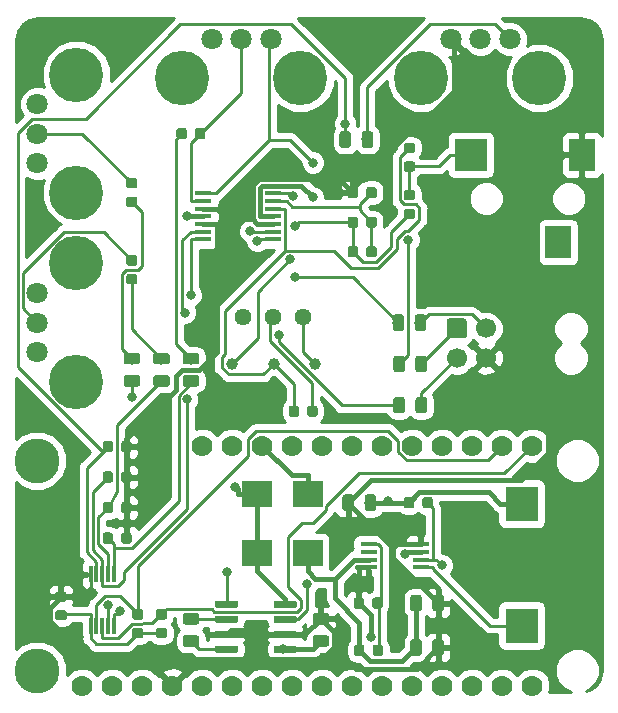
<source format=gtl>
G04 #@! TF.GenerationSoftware,KiCad,Pcbnew,(2018-02-15 revision 29b28de31)-makepkg*
G04 #@! TF.CreationDate,2019-12-21T00:19:12+11:00*
G04 #@! TF.ProjectId,Tph_Synth_Featherwing,5470685F53796E74685F466561746865,rev?*
G04 #@! TF.SameCoordinates,Original*
G04 #@! TF.FileFunction,Copper,L1,Top,Signal*
G04 #@! TF.FilePolarity,Positive*
%FSLAX46Y46*%
G04 Gerber Fmt 4.6, Leading zero omitted, Abs format (unit mm)*
G04 Created by KiCad (PCBNEW (2018-02-15 revision 29b28de31)-makepkg) date 12/21/19 00:19:12*
%MOMM*%
%LPD*%
G01*
G04 APERTURE LIST*
%ADD10C,0.100000*%
%ADD11C,0.975000*%
%ADD12R,2.800000X3.000000*%
%ADD13C,0.875000*%
%ADD14R,2.200000X2.800000*%
%ADD15R,2.800000X2.800000*%
%ADD16C,1.700000*%
%ADD17R,2.500000X2.300000*%
%ADD18R,0.300000X1.400000*%
%ADD19R,1.450000X0.450000*%
%ADD20C,0.600000*%
%ADD21C,1.440000*%
%ADD22C,4.600000*%
%ADD23C,1.800000*%
%ADD24C,1.000000*%
%ADD25C,1.778000*%
%ADD26C,3.810000*%
%ADD27C,0.800000*%
%ADD28C,0.250000*%
%ADD29C,0.400000*%
%ADD30C,0.254000*%
G04 APERTURE END LIST*
D10*
G36*
X115830142Y-88301174D02*
X115853803Y-88304684D01*
X115877007Y-88310496D01*
X115899529Y-88318554D01*
X115921153Y-88328782D01*
X115941670Y-88341079D01*
X115960883Y-88355329D01*
X115978607Y-88371393D01*
X115994671Y-88389117D01*
X116008921Y-88408330D01*
X116021218Y-88428847D01*
X116031446Y-88450471D01*
X116039504Y-88472993D01*
X116045316Y-88496197D01*
X116048826Y-88519858D01*
X116050000Y-88543750D01*
X116050000Y-89456250D01*
X116048826Y-89480142D01*
X116045316Y-89503803D01*
X116039504Y-89527007D01*
X116031446Y-89549529D01*
X116021218Y-89571153D01*
X116008921Y-89591670D01*
X115994671Y-89610883D01*
X115978607Y-89628607D01*
X115960883Y-89644671D01*
X115941670Y-89658921D01*
X115921153Y-89671218D01*
X115899529Y-89681446D01*
X115877007Y-89689504D01*
X115853803Y-89695316D01*
X115830142Y-89698826D01*
X115806250Y-89700000D01*
X115318750Y-89700000D01*
X115294858Y-89698826D01*
X115271197Y-89695316D01*
X115247993Y-89689504D01*
X115225471Y-89681446D01*
X115203847Y-89671218D01*
X115183330Y-89658921D01*
X115164117Y-89644671D01*
X115146393Y-89628607D01*
X115130329Y-89610883D01*
X115116079Y-89591670D01*
X115103782Y-89571153D01*
X115093554Y-89549529D01*
X115085496Y-89527007D01*
X115079684Y-89503803D01*
X115076174Y-89480142D01*
X115075000Y-89456250D01*
X115075000Y-88543750D01*
X115076174Y-88519858D01*
X115079684Y-88496197D01*
X115085496Y-88472993D01*
X115093554Y-88450471D01*
X115103782Y-88428847D01*
X115116079Y-88408330D01*
X115130329Y-88389117D01*
X115146393Y-88371393D01*
X115164117Y-88355329D01*
X115183330Y-88341079D01*
X115203847Y-88328782D01*
X115225471Y-88318554D01*
X115247993Y-88310496D01*
X115271197Y-88304684D01*
X115294858Y-88301174D01*
X115318750Y-88300000D01*
X115806250Y-88300000D01*
X115830142Y-88301174D01*
X115830142Y-88301174D01*
G37*
D11*
X115562500Y-89000000D03*
D10*
G36*
X117705142Y-88301174D02*
X117728803Y-88304684D01*
X117752007Y-88310496D01*
X117774529Y-88318554D01*
X117796153Y-88328782D01*
X117816670Y-88341079D01*
X117835883Y-88355329D01*
X117853607Y-88371393D01*
X117869671Y-88389117D01*
X117883921Y-88408330D01*
X117896218Y-88428847D01*
X117906446Y-88450471D01*
X117914504Y-88472993D01*
X117920316Y-88496197D01*
X117923826Y-88519858D01*
X117925000Y-88543750D01*
X117925000Y-89456250D01*
X117923826Y-89480142D01*
X117920316Y-89503803D01*
X117914504Y-89527007D01*
X117906446Y-89549529D01*
X117896218Y-89571153D01*
X117883921Y-89591670D01*
X117869671Y-89610883D01*
X117853607Y-89628607D01*
X117835883Y-89644671D01*
X117816670Y-89658921D01*
X117796153Y-89671218D01*
X117774529Y-89681446D01*
X117752007Y-89689504D01*
X117728803Y-89695316D01*
X117705142Y-89698826D01*
X117681250Y-89700000D01*
X117193750Y-89700000D01*
X117169858Y-89698826D01*
X117146197Y-89695316D01*
X117122993Y-89689504D01*
X117100471Y-89681446D01*
X117078847Y-89671218D01*
X117058330Y-89658921D01*
X117039117Y-89644671D01*
X117021393Y-89628607D01*
X117005329Y-89610883D01*
X116991079Y-89591670D01*
X116978782Y-89571153D01*
X116968554Y-89549529D01*
X116960496Y-89527007D01*
X116954684Y-89503803D01*
X116951174Y-89480142D01*
X116950000Y-89456250D01*
X116950000Y-88543750D01*
X116951174Y-88519858D01*
X116954684Y-88496197D01*
X116960496Y-88472993D01*
X116968554Y-88450471D01*
X116978782Y-88428847D01*
X116991079Y-88408330D01*
X117005329Y-88389117D01*
X117021393Y-88371393D01*
X117039117Y-88355329D01*
X117058330Y-88341079D01*
X117078847Y-88328782D01*
X117100471Y-88318554D01*
X117122993Y-88310496D01*
X117146197Y-88304684D01*
X117169858Y-88301174D01*
X117193750Y-88300000D01*
X117681250Y-88300000D01*
X117705142Y-88301174D01*
X117705142Y-88301174D01*
G37*
D11*
X117437500Y-89000000D03*
D12*
X130500000Y-130150000D03*
X130500000Y-119850000D03*
D10*
G36*
X97277691Y-122276053D02*
X97298926Y-122279203D01*
X97319750Y-122284419D01*
X97339962Y-122291651D01*
X97359368Y-122300830D01*
X97377781Y-122311866D01*
X97395024Y-122324654D01*
X97410930Y-122339070D01*
X97425346Y-122354976D01*
X97438134Y-122372219D01*
X97449170Y-122390632D01*
X97458349Y-122410038D01*
X97465581Y-122430250D01*
X97470797Y-122451074D01*
X97473947Y-122472309D01*
X97475000Y-122493750D01*
X97475000Y-123006250D01*
X97473947Y-123027691D01*
X97470797Y-123048926D01*
X97465581Y-123069750D01*
X97458349Y-123089962D01*
X97449170Y-123109368D01*
X97438134Y-123127781D01*
X97425346Y-123145024D01*
X97410930Y-123160930D01*
X97395024Y-123175346D01*
X97377781Y-123188134D01*
X97359368Y-123199170D01*
X97339962Y-123208349D01*
X97319750Y-123215581D01*
X97298926Y-123220797D01*
X97277691Y-123223947D01*
X97256250Y-123225000D01*
X96818750Y-123225000D01*
X96797309Y-123223947D01*
X96776074Y-123220797D01*
X96755250Y-123215581D01*
X96735038Y-123208349D01*
X96715632Y-123199170D01*
X96697219Y-123188134D01*
X96679976Y-123175346D01*
X96664070Y-123160930D01*
X96649654Y-123145024D01*
X96636866Y-123127781D01*
X96625830Y-123109368D01*
X96616651Y-123089962D01*
X96609419Y-123069750D01*
X96604203Y-123048926D01*
X96601053Y-123027691D01*
X96600000Y-123006250D01*
X96600000Y-122493750D01*
X96601053Y-122472309D01*
X96604203Y-122451074D01*
X96609419Y-122430250D01*
X96616651Y-122410038D01*
X96625830Y-122390632D01*
X96636866Y-122372219D01*
X96649654Y-122354976D01*
X96664070Y-122339070D01*
X96679976Y-122324654D01*
X96697219Y-122311866D01*
X96715632Y-122300830D01*
X96735038Y-122291651D01*
X96755250Y-122284419D01*
X96776074Y-122279203D01*
X96797309Y-122276053D01*
X96818750Y-122275000D01*
X97256250Y-122275000D01*
X97277691Y-122276053D01*
X97277691Y-122276053D01*
G37*
D13*
X97037500Y-122750000D03*
D10*
G36*
X95702691Y-122276053D02*
X95723926Y-122279203D01*
X95744750Y-122284419D01*
X95764962Y-122291651D01*
X95784368Y-122300830D01*
X95802781Y-122311866D01*
X95820024Y-122324654D01*
X95835930Y-122339070D01*
X95850346Y-122354976D01*
X95863134Y-122372219D01*
X95874170Y-122390632D01*
X95883349Y-122410038D01*
X95890581Y-122430250D01*
X95895797Y-122451074D01*
X95898947Y-122472309D01*
X95900000Y-122493750D01*
X95900000Y-123006250D01*
X95898947Y-123027691D01*
X95895797Y-123048926D01*
X95890581Y-123069750D01*
X95883349Y-123089962D01*
X95874170Y-123109368D01*
X95863134Y-123127781D01*
X95850346Y-123145024D01*
X95835930Y-123160930D01*
X95820024Y-123175346D01*
X95802781Y-123188134D01*
X95784368Y-123199170D01*
X95764962Y-123208349D01*
X95744750Y-123215581D01*
X95723926Y-123220797D01*
X95702691Y-123223947D01*
X95681250Y-123225000D01*
X95243750Y-123225000D01*
X95222309Y-123223947D01*
X95201074Y-123220797D01*
X95180250Y-123215581D01*
X95160038Y-123208349D01*
X95140632Y-123199170D01*
X95122219Y-123188134D01*
X95104976Y-123175346D01*
X95089070Y-123160930D01*
X95074654Y-123145024D01*
X95061866Y-123127781D01*
X95050830Y-123109368D01*
X95041651Y-123089962D01*
X95034419Y-123069750D01*
X95029203Y-123048926D01*
X95026053Y-123027691D01*
X95025000Y-123006250D01*
X95025000Y-122493750D01*
X95026053Y-122472309D01*
X95029203Y-122451074D01*
X95034419Y-122430250D01*
X95041651Y-122410038D01*
X95050830Y-122390632D01*
X95061866Y-122372219D01*
X95074654Y-122354976D01*
X95089070Y-122339070D01*
X95104976Y-122324654D01*
X95122219Y-122311866D01*
X95140632Y-122300830D01*
X95160038Y-122291651D01*
X95180250Y-122284419D01*
X95201074Y-122279203D01*
X95222309Y-122276053D01*
X95243750Y-122275000D01*
X95681250Y-122275000D01*
X95702691Y-122276053D01*
X95702691Y-122276053D01*
G37*
D13*
X95462500Y-122750000D03*
D10*
G36*
X95702691Y-119693053D02*
X95723926Y-119696203D01*
X95744750Y-119701419D01*
X95764962Y-119708651D01*
X95784368Y-119717830D01*
X95802781Y-119728866D01*
X95820024Y-119741654D01*
X95835930Y-119756070D01*
X95850346Y-119771976D01*
X95863134Y-119789219D01*
X95874170Y-119807632D01*
X95883349Y-119827038D01*
X95890581Y-119847250D01*
X95895797Y-119868074D01*
X95898947Y-119889309D01*
X95900000Y-119910750D01*
X95900000Y-120423250D01*
X95898947Y-120444691D01*
X95895797Y-120465926D01*
X95890581Y-120486750D01*
X95883349Y-120506962D01*
X95874170Y-120526368D01*
X95863134Y-120544781D01*
X95850346Y-120562024D01*
X95835930Y-120577930D01*
X95820024Y-120592346D01*
X95802781Y-120605134D01*
X95784368Y-120616170D01*
X95764962Y-120625349D01*
X95744750Y-120632581D01*
X95723926Y-120637797D01*
X95702691Y-120640947D01*
X95681250Y-120642000D01*
X95243750Y-120642000D01*
X95222309Y-120640947D01*
X95201074Y-120637797D01*
X95180250Y-120632581D01*
X95160038Y-120625349D01*
X95140632Y-120616170D01*
X95122219Y-120605134D01*
X95104976Y-120592346D01*
X95089070Y-120577930D01*
X95074654Y-120562024D01*
X95061866Y-120544781D01*
X95050830Y-120526368D01*
X95041651Y-120506962D01*
X95034419Y-120486750D01*
X95029203Y-120465926D01*
X95026053Y-120444691D01*
X95025000Y-120423250D01*
X95025000Y-119910750D01*
X95026053Y-119889309D01*
X95029203Y-119868074D01*
X95034419Y-119847250D01*
X95041651Y-119827038D01*
X95050830Y-119807632D01*
X95061866Y-119789219D01*
X95074654Y-119771976D01*
X95089070Y-119756070D01*
X95104976Y-119741654D01*
X95122219Y-119728866D01*
X95140632Y-119717830D01*
X95160038Y-119708651D01*
X95180250Y-119701419D01*
X95201074Y-119696203D01*
X95222309Y-119693053D01*
X95243750Y-119692000D01*
X95681250Y-119692000D01*
X95702691Y-119693053D01*
X95702691Y-119693053D01*
G37*
D13*
X95462500Y-120167000D03*
D10*
G36*
X97277691Y-119693053D02*
X97298926Y-119696203D01*
X97319750Y-119701419D01*
X97339962Y-119708651D01*
X97359368Y-119717830D01*
X97377781Y-119728866D01*
X97395024Y-119741654D01*
X97410930Y-119756070D01*
X97425346Y-119771976D01*
X97438134Y-119789219D01*
X97449170Y-119807632D01*
X97458349Y-119827038D01*
X97465581Y-119847250D01*
X97470797Y-119868074D01*
X97473947Y-119889309D01*
X97475000Y-119910750D01*
X97475000Y-120423250D01*
X97473947Y-120444691D01*
X97470797Y-120465926D01*
X97465581Y-120486750D01*
X97458349Y-120506962D01*
X97449170Y-120526368D01*
X97438134Y-120544781D01*
X97425346Y-120562024D01*
X97410930Y-120577930D01*
X97395024Y-120592346D01*
X97377781Y-120605134D01*
X97359368Y-120616170D01*
X97339962Y-120625349D01*
X97319750Y-120632581D01*
X97298926Y-120637797D01*
X97277691Y-120640947D01*
X97256250Y-120642000D01*
X96818750Y-120642000D01*
X96797309Y-120640947D01*
X96776074Y-120637797D01*
X96755250Y-120632581D01*
X96735038Y-120625349D01*
X96715632Y-120616170D01*
X96697219Y-120605134D01*
X96679976Y-120592346D01*
X96664070Y-120577930D01*
X96649654Y-120562024D01*
X96636866Y-120544781D01*
X96625830Y-120526368D01*
X96616651Y-120506962D01*
X96609419Y-120486750D01*
X96604203Y-120465926D01*
X96601053Y-120444691D01*
X96600000Y-120423250D01*
X96600000Y-119910750D01*
X96601053Y-119889309D01*
X96604203Y-119868074D01*
X96609419Y-119847250D01*
X96616651Y-119827038D01*
X96625830Y-119807632D01*
X96636866Y-119789219D01*
X96649654Y-119771976D01*
X96664070Y-119756070D01*
X96679976Y-119741654D01*
X96697219Y-119728866D01*
X96715632Y-119717830D01*
X96735038Y-119708651D01*
X96755250Y-119701419D01*
X96776074Y-119696203D01*
X96797309Y-119693053D01*
X96818750Y-119692000D01*
X97256250Y-119692000D01*
X97277691Y-119693053D01*
X97277691Y-119693053D01*
G37*
D13*
X97037500Y-120167000D03*
D10*
G36*
X97277691Y-117109053D02*
X97298926Y-117112203D01*
X97319750Y-117117419D01*
X97339962Y-117124651D01*
X97359368Y-117133830D01*
X97377781Y-117144866D01*
X97395024Y-117157654D01*
X97410930Y-117172070D01*
X97425346Y-117187976D01*
X97438134Y-117205219D01*
X97449170Y-117223632D01*
X97458349Y-117243038D01*
X97465581Y-117263250D01*
X97470797Y-117284074D01*
X97473947Y-117305309D01*
X97475000Y-117326750D01*
X97475000Y-117839250D01*
X97473947Y-117860691D01*
X97470797Y-117881926D01*
X97465581Y-117902750D01*
X97458349Y-117922962D01*
X97449170Y-117942368D01*
X97438134Y-117960781D01*
X97425346Y-117978024D01*
X97410930Y-117993930D01*
X97395024Y-118008346D01*
X97377781Y-118021134D01*
X97359368Y-118032170D01*
X97339962Y-118041349D01*
X97319750Y-118048581D01*
X97298926Y-118053797D01*
X97277691Y-118056947D01*
X97256250Y-118058000D01*
X96818750Y-118058000D01*
X96797309Y-118056947D01*
X96776074Y-118053797D01*
X96755250Y-118048581D01*
X96735038Y-118041349D01*
X96715632Y-118032170D01*
X96697219Y-118021134D01*
X96679976Y-118008346D01*
X96664070Y-117993930D01*
X96649654Y-117978024D01*
X96636866Y-117960781D01*
X96625830Y-117942368D01*
X96616651Y-117922962D01*
X96609419Y-117902750D01*
X96604203Y-117881926D01*
X96601053Y-117860691D01*
X96600000Y-117839250D01*
X96600000Y-117326750D01*
X96601053Y-117305309D01*
X96604203Y-117284074D01*
X96609419Y-117263250D01*
X96616651Y-117243038D01*
X96625830Y-117223632D01*
X96636866Y-117205219D01*
X96649654Y-117187976D01*
X96664070Y-117172070D01*
X96679976Y-117157654D01*
X96697219Y-117144866D01*
X96715632Y-117133830D01*
X96735038Y-117124651D01*
X96755250Y-117117419D01*
X96776074Y-117112203D01*
X96797309Y-117109053D01*
X96818750Y-117108000D01*
X97256250Y-117108000D01*
X97277691Y-117109053D01*
X97277691Y-117109053D01*
G37*
D13*
X97037500Y-117583000D03*
D10*
G36*
X95702691Y-117109053D02*
X95723926Y-117112203D01*
X95744750Y-117117419D01*
X95764962Y-117124651D01*
X95784368Y-117133830D01*
X95802781Y-117144866D01*
X95820024Y-117157654D01*
X95835930Y-117172070D01*
X95850346Y-117187976D01*
X95863134Y-117205219D01*
X95874170Y-117223632D01*
X95883349Y-117243038D01*
X95890581Y-117263250D01*
X95895797Y-117284074D01*
X95898947Y-117305309D01*
X95900000Y-117326750D01*
X95900000Y-117839250D01*
X95898947Y-117860691D01*
X95895797Y-117881926D01*
X95890581Y-117902750D01*
X95883349Y-117922962D01*
X95874170Y-117942368D01*
X95863134Y-117960781D01*
X95850346Y-117978024D01*
X95835930Y-117993930D01*
X95820024Y-118008346D01*
X95802781Y-118021134D01*
X95784368Y-118032170D01*
X95764962Y-118041349D01*
X95744750Y-118048581D01*
X95723926Y-118053797D01*
X95702691Y-118056947D01*
X95681250Y-118058000D01*
X95243750Y-118058000D01*
X95222309Y-118056947D01*
X95201074Y-118053797D01*
X95180250Y-118048581D01*
X95160038Y-118041349D01*
X95140632Y-118032170D01*
X95122219Y-118021134D01*
X95104976Y-118008346D01*
X95089070Y-117993930D01*
X95074654Y-117978024D01*
X95061866Y-117960781D01*
X95050830Y-117942368D01*
X95041651Y-117922962D01*
X95034419Y-117902750D01*
X95029203Y-117881926D01*
X95026053Y-117860691D01*
X95025000Y-117839250D01*
X95025000Y-117326750D01*
X95026053Y-117305309D01*
X95029203Y-117284074D01*
X95034419Y-117263250D01*
X95041651Y-117243038D01*
X95050830Y-117223632D01*
X95061866Y-117205219D01*
X95074654Y-117187976D01*
X95089070Y-117172070D01*
X95104976Y-117157654D01*
X95122219Y-117144866D01*
X95140632Y-117133830D01*
X95160038Y-117124651D01*
X95180250Y-117117419D01*
X95201074Y-117112203D01*
X95222309Y-117109053D01*
X95243750Y-117108000D01*
X95681250Y-117108000D01*
X95702691Y-117109053D01*
X95702691Y-117109053D01*
G37*
D13*
X95462500Y-117583000D03*
D10*
G36*
X95702691Y-114526053D02*
X95723926Y-114529203D01*
X95744750Y-114534419D01*
X95764962Y-114541651D01*
X95784368Y-114550830D01*
X95802781Y-114561866D01*
X95820024Y-114574654D01*
X95835930Y-114589070D01*
X95850346Y-114604976D01*
X95863134Y-114622219D01*
X95874170Y-114640632D01*
X95883349Y-114660038D01*
X95890581Y-114680250D01*
X95895797Y-114701074D01*
X95898947Y-114722309D01*
X95900000Y-114743750D01*
X95900000Y-115256250D01*
X95898947Y-115277691D01*
X95895797Y-115298926D01*
X95890581Y-115319750D01*
X95883349Y-115339962D01*
X95874170Y-115359368D01*
X95863134Y-115377781D01*
X95850346Y-115395024D01*
X95835930Y-115410930D01*
X95820024Y-115425346D01*
X95802781Y-115438134D01*
X95784368Y-115449170D01*
X95764962Y-115458349D01*
X95744750Y-115465581D01*
X95723926Y-115470797D01*
X95702691Y-115473947D01*
X95681250Y-115475000D01*
X95243750Y-115475000D01*
X95222309Y-115473947D01*
X95201074Y-115470797D01*
X95180250Y-115465581D01*
X95160038Y-115458349D01*
X95140632Y-115449170D01*
X95122219Y-115438134D01*
X95104976Y-115425346D01*
X95089070Y-115410930D01*
X95074654Y-115395024D01*
X95061866Y-115377781D01*
X95050830Y-115359368D01*
X95041651Y-115339962D01*
X95034419Y-115319750D01*
X95029203Y-115298926D01*
X95026053Y-115277691D01*
X95025000Y-115256250D01*
X95025000Y-114743750D01*
X95026053Y-114722309D01*
X95029203Y-114701074D01*
X95034419Y-114680250D01*
X95041651Y-114660038D01*
X95050830Y-114640632D01*
X95061866Y-114622219D01*
X95074654Y-114604976D01*
X95089070Y-114589070D01*
X95104976Y-114574654D01*
X95122219Y-114561866D01*
X95140632Y-114550830D01*
X95160038Y-114541651D01*
X95180250Y-114534419D01*
X95201074Y-114529203D01*
X95222309Y-114526053D01*
X95243750Y-114525000D01*
X95681250Y-114525000D01*
X95702691Y-114526053D01*
X95702691Y-114526053D01*
G37*
D13*
X95462500Y-115000000D03*
D10*
G36*
X97277691Y-114526053D02*
X97298926Y-114529203D01*
X97319750Y-114534419D01*
X97339962Y-114541651D01*
X97359368Y-114550830D01*
X97377781Y-114561866D01*
X97395024Y-114574654D01*
X97410930Y-114589070D01*
X97425346Y-114604976D01*
X97438134Y-114622219D01*
X97449170Y-114640632D01*
X97458349Y-114660038D01*
X97465581Y-114680250D01*
X97470797Y-114701074D01*
X97473947Y-114722309D01*
X97475000Y-114743750D01*
X97475000Y-115256250D01*
X97473947Y-115277691D01*
X97470797Y-115298926D01*
X97465581Y-115319750D01*
X97458349Y-115339962D01*
X97449170Y-115359368D01*
X97438134Y-115377781D01*
X97425346Y-115395024D01*
X97410930Y-115410930D01*
X97395024Y-115425346D01*
X97377781Y-115438134D01*
X97359368Y-115449170D01*
X97339962Y-115458349D01*
X97319750Y-115465581D01*
X97298926Y-115470797D01*
X97277691Y-115473947D01*
X97256250Y-115475000D01*
X96818750Y-115475000D01*
X96797309Y-115473947D01*
X96776074Y-115470797D01*
X96755250Y-115465581D01*
X96735038Y-115458349D01*
X96715632Y-115449170D01*
X96697219Y-115438134D01*
X96679976Y-115425346D01*
X96664070Y-115410930D01*
X96649654Y-115395024D01*
X96636866Y-115377781D01*
X96625830Y-115359368D01*
X96616651Y-115339962D01*
X96609419Y-115319750D01*
X96604203Y-115298926D01*
X96601053Y-115277691D01*
X96600000Y-115256250D01*
X96600000Y-114743750D01*
X96601053Y-114722309D01*
X96604203Y-114701074D01*
X96609419Y-114680250D01*
X96616651Y-114660038D01*
X96625830Y-114640632D01*
X96636866Y-114622219D01*
X96649654Y-114604976D01*
X96664070Y-114589070D01*
X96679976Y-114574654D01*
X96697219Y-114561866D01*
X96715632Y-114550830D01*
X96735038Y-114541651D01*
X96755250Y-114534419D01*
X96776074Y-114529203D01*
X96797309Y-114526053D01*
X96818750Y-114525000D01*
X97256250Y-114525000D01*
X97277691Y-114526053D01*
X97277691Y-114526053D01*
G37*
D13*
X97037500Y-115000000D03*
D10*
G36*
X91777691Y-128851053D02*
X91798926Y-128854203D01*
X91819750Y-128859419D01*
X91839962Y-128866651D01*
X91859368Y-128875830D01*
X91877781Y-128886866D01*
X91895024Y-128899654D01*
X91910930Y-128914070D01*
X91925346Y-128929976D01*
X91938134Y-128947219D01*
X91949170Y-128965632D01*
X91958349Y-128985038D01*
X91965581Y-129005250D01*
X91970797Y-129026074D01*
X91973947Y-129047309D01*
X91975000Y-129068750D01*
X91975000Y-129506250D01*
X91973947Y-129527691D01*
X91970797Y-129548926D01*
X91965581Y-129569750D01*
X91958349Y-129589962D01*
X91949170Y-129609368D01*
X91938134Y-129627781D01*
X91925346Y-129645024D01*
X91910930Y-129660930D01*
X91895024Y-129675346D01*
X91877781Y-129688134D01*
X91859368Y-129699170D01*
X91839962Y-129708349D01*
X91819750Y-129715581D01*
X91798926Y-129720797D01*
X91777691Y-129723947D01*
X91756250Y-129725000D01*
X91243750Y-129725000D01*
X91222309Y-129723947D01*
X91201074Y-129720797D01*
X91180250Y-129715581D01*
X91160038Y-129708349D01*
X91140632Y-129699170D01*
X91122219Y-129688134D01*
X91104976Y-129675346D01*
X91089070Y-129660930D01*
X91074654Y-129645024D01*
X91061866Y-129627781D01*
X91050830Y-129609368D01*
X91041651Y-129589962D01*
X91034419Y-129569750D01*
X91029203Y-129548926D01*
X91026053Y-129527691D01*
X91025000Y-129506250D01*
X91025000Y-129068750D01*
X91026053Y-129047309D01*
X91029203Y-129026074D01*
X91034419Y-129005250D01*
X91041651Y-128985038D01*
X91050830Y-128965632D01*
X91061866Y-128947219D01*
X91074654Y-128929976D01*
X91089070Y-128914070D01*
X91104976Y-128899654D01*
X91122219Y-128886866D01*
X91140632Y-128875830D01*
X91160038Y-128866651D01*
X91180250Y-128859419D01*
X91201074Y-128854203D01*
X91222309Y-128851053D01*
X91243750Y-128850000D01*
X91756250Y-128850000D01*
X91777691Y-128851053D01*
X91777691Y-128851053D01*
G37*
D13*
X91500000Y-129287500D03*
D10*
G36*
X91777691Y-127276053D02*
X91798926Y-127279203D01*
X91819750Y-127284419D01*
X91839962Y-127291651D01*
X91859368Y-127300830D01*
X91877781Y-127311866D01*
X91895024Y-127324654D01*
X91910930Y-127339070D01*
X91925346Y-127354976D01*
X91938134Y-127372219D01*
X91949170Y-127390632D01*
X91958349Y-127410038D01*
X91965581Y-127430250D01*
X91970797Y-127451074D01*
X91973947Y-127472309D01*
X91975000Y-127493750D01*
X91975000Y-127931250D01*
X91973947Y-127952691D01*
X91970797Y-127973926D01*
X91965581Y-127994750D01*
X91958349Y-128014962D01*
X91949170Y-128034368D01*
X91938134Y-128052781D01*
X91925346Y-128070024D01*
X91910930Y-128085930D01*
X91895024Y-128100346D01*
X91877781Y-128113134D01*
X91859368Y-128124170D01*
X91839962Y-128133349D01*
X91819750Y-128140581D01*
X91798926Y-128145797D01*
X91777691Y-128148947D01*
X91756250Y-128150000D01*
X91243750Y-128150000D01*
X91222309Y-128148947D01*
X91201074Y-128145797D01*
X91180250Y-128140581D01*
X91160038Y-128133349D01*
X91140632Y-128124170D01*
X91122219Y-128113134D01*
X91104976Y-128100346D01*
X91089070Y-128085930D01*
X91074654Y-128070024D01*
X91061866Y-128052781D01*
X91050830Y-128034368D01*
X91041651Y-128014962D01*
X91034419Y-127994750D01*
X91029203Y-127973926D01*
X91026053Y-127952691D01*
X91025000Y-127931250D01*
X91025000Y-127493750D01*
X91026053Y-127472309D01*
X91029203Y-127451074D01*
X91034419Y-127430250D01*
X91041651Y-127410038D01*
X91050830Y-127390632D01*
X91061866Y-127372219D01*
X91074654Y-127354976D01*
X91089070Y-127339070D01*
X91104976Y-127324654D01*
X91122219Y-127311866D01*
X91140632Y-127300830D01*
X91160038Y-127291651D01*
X91180250Y-127284419D01*
X91201074Y-127279203D01*
X91222309Y-127276053D01*
X91243750Y-127275000D01*
X91756250Y-127275000D01*
X91777691Y-127276053D01*
X91777691Y-127276053D01*
G37*
D13*
X91500000Y-127712500D03*
D10*
G36*
X118027691Y-98026053D02*
X118048926Y-98029203D01*
X118069750Y-98034419D01*
X118089962Y-98041651D01*
X118109368Y-98050830D01*
X118127781Y-98061866D01*
X118145024Y-98074654D01*
X118160930Y-98089070D01*
X118175346Y-98104976D01*
X118188134Y-98122219D01*
X118199170Y-98140632D01*
X118208349Y-98160038D01*
X118215581Y-98180250D01*
X118220797Y-98201074D01*
X118223947Y-98222309D01*
X118225000Y-98243750D01*
X118225000Y-98756250D01*
X118223947Y-98777691D01*
X118220797Y-98798926D01*
X118215581Y-98819750D01*
X118208349Y-98839962D01*
X118199170Y-98859368D01*
X118188134Y-98877781D01*
X118175346Y-98895024D01*
X118160930Y-98910930D01*
X118145024Y-98925346D01*
X118127781Y-98938134D01*
X118109368Y-98949170D01*
X118089962Y-98958349D01*
X118069750Y-98965581D01*
X118048926Y-98970797D01*
X118027691Y-98973947D01*
X118006250Y-98975000D01*
X117568750Y-98975000D01*
X117547309Y-98973947D01*
X117526074Y-98970797D01*
X117505250Y-98965581D01*
X117485038Y-98958349D01*
X117465632Y-98949170D01*
X117447219Y-98938134D01*
X117429976Y-98925346D01*
X117414070Y-98910930D01*
X117399654Y-98895024D01*
X117386866Y-98877781D01*
X117375830Y-98859368D01*
X117366651Y-98839962D01*
X117359419Y-98819750D01*
X117354203Y-98798926D01*
X117351053Y-98777691D01*
X117350000Y-98756250D01*
X117350000Y-98243750D01*
X117351053Y-98222309D01*
X117354203Y-98201074D01*
X117359419Y-98180250D01*
X117366651Y-98160038D01*
X117375830Y-98140632D01*
X117386866Y-98122219D01*
X117399654Y-98104976D01*
X117414070Y-98089070D01*
X117429976Y-98074654D01*
X117447219Y-98061866D01*
X117465632Y-98050830D01*
X117485038Y-98041651D01*
X117505250Y-98034419D01*
X117526074Y-98029203D01*
X117547309Y-98026053D01*
X117568750Y-98025000D01*
X118006250Y-98025000D01*
X118027691Y-98026053D01*
X118027691Y-98026053D01*
G37*
D13*
X117787500Y-98500000D03*
D10*
G36*
X116452691Y-98026053D02*
X116473926Y-98029203D01*
X116494750Y-98034419D01*
X116514962Y-98041651D01*
X116534368Y-98050830D01*
X116552781Y-98061866D01*
X116570024Y-98074654D01*
X116585930Y-98089070D01*
X116600346Y-98104976D01*
X116613134Y-98122219D01*
X116624170Y-98140632D01*
X116633349Y-98160038D01*
X116640581Y-98180250D01*
X116645797Y-98201074D01*
X116648947Y-98222309D01*
X116650000Y-98243750D01*
X116650000Y-98756250D01*
X116648947Y-98777691D01*
X116645797Y-98798926D01*
X116640581Y-98819750D01*
X116633349Y-98839962D01*
X116624170Y-98859368D01*
X116613134Y-98877781D01*
X116600346Y-98895024D01*
X116585930Y-98910930D01*
X116570024Y-98925346D01*
X116552781Y-98938134D01*
X116534368Y-98949170D01*
X116514962Y-98958349D01*
X116494750Y-98965581D01*
X116473926Y-98970797D01*
X116452691Y-98973947D01*
X116431250Y-98975000D01*
X115993750Y-98975000D01*
X115972309Y-98973947D01*
X115951074Y-98970797D01*
X115930250Y-98965581D01*
X115910038Y-98958349D01*
X115890632Y-98949170D01*
X115872219Y-98938134D01*
X115854976Y-98925346D01*
X115839070Y-98910930D01*
X115824654Y-98895024D01*
X115811866Y-98877781D01*
X115800830Y-98859368D01*
X115791651Y-98839962D01*
X115784419Y-98819750D01*
X115779203Y-98798926D01*
X115776053Y-98777691D01*
X115775000Y-98756250D01*
X115775000Y-98243750D01*
X115776053Y-98222309D01*
X115779203Y-98201074D01*
X115784419Y-98180250D01*
X115791651Y-98160038D01*
X115800830Y-98140632D01*
X115811866Y-98122219D01*
X115824654Y-98104976D01*
X115839070Y-98089070D01*
X115854976Y-98074654D01*
X115872219Y-98061866D01*
X115890632Y-98050830D01*
X115910038Y-98041651D01*
X115930250Y-98034419D01*
X115951074Y-98029203D01*
X115972309Y-98026053D01*
X115993750Y-98025000D01*
X116431250Y-98025000D01*
X116452691Y-98026053D01*
X116452691Y-98026053D01*
G37*
D13*
X116212500Y-98500000D03*
D10*
G36*
X113980142Y-129096174D02*
X114003803Y-129099684D01*
X114027007Y-129105496D01*
X114049529Y-129113554D01*
X114071153Y-129123782D01*
X114091670Y-129136079D01*
X114110883Y-129150329D01*
X114128607Y-129166393D01*
X114144671Y-129184117D01*
X114158921Y-129203330D01*
X114171218Y-129223847D01*
X114181446Y-129245471D01*
X114189504Y-129267993D01*
X114195316Y-129291197D01*
X114198826Y-129314858D01*
X114200000Y-129338750D01*
X114200000Y-129826250D01*
X114198826Y-129850142D01*
X114195316Y-129873803D01*
X114189504Y-129897007D01*
X114181446Y-129919529D01*
X114171218Y-129941153D01*
X114158921Y-129961670D01*
X114144671Y-129980883D01*
X114128607Y-129998607D01*
X114110883Y-130014671D01*
X114091670Y-130028921D01*
X114071153Y-130041218D01*
X114049529Y-130051446D01*
X114027007Y-130059504D01*
X114003803Y-130065316D01*
X113980142Y-130068826D01*
X113956250Y-130070000D01*
X113043750Y-130070000D01*
X113019858Y-130068826D01*
X112996197Y-130065316D01*
X112972993Y-130059504D01*
X112950471Y-130051446D01*
X112928847Y-130041218D01*
X112908330Y-130028921D01*
X112889117Y-130014671D01*
X112871393Y-129998607D01*
X112855329Y-129980883D01*
X112841079Y-129961670D01*
X112828782Y-129941153D01*
X112818554Y-129919529D01*
X112810496Y-129897007D01*
X112804684Y-129873803D01*
X112801174Y-129850142D01*
X112800000Y-129826250D01*
X112800000Y-129338750D01*
X112801174Y-129314858D01*
X112804684Y-129291197D01*
X112810496Y-129267993D01*
X112818554Y-129245471D01*
X112828782Y-129223847D01*
X112841079Y-129203330D01*
X112855329Y-129184117D01*
X112871393Y-129166393D01*
X112889117Y-129150329D01*
X112908330Y-129136079D01*
X112928847Y-129123782D01*
X112950471Y-129113554D01*
X112972993Y-129105496D01*
X112996197Y-129099684D01*
X113019858Y-129096174D01*
X113043750Y-129095000D01*
X113956250Y-129095000D01*
X113980142Y-129096174D01*
X113980142Y-129096174D01*
G37*
D11*
X113500000Y-129582500D03*
D10*
G36*
X113980142Y-130971174D02*
X114003803Y-130974684D01*
X114027007Y-130980496D01*
X114049529Y-130988554D01*
X114071153Y-130998782D01*
X114091670Y-131011079D01*
X114110883Y-131025329D01*
X114128607Y-131041393D01*
X114144671Y-131059117D01*
X114158921Y-131078330D01*
X114171218Y-131098847D01*
X114181446Y-131120471D01*
X114189504Y-131142993D01*
X114195316Y-131166197D01*
X114198826Y-131189858D01*
X114200000Y-131213750D01*
X114200000Y-131701250D01*
X114198826Y-131725142D01*
X114195316Y-131748803D01*
X114189504Y-131772007D01*
X114181446Y-131794529D01*
X114171218Y-131816153D01*
X114158921Y-131836670D01*
X114144671Y-131855883D01*
X114128607Y-131873607D01*
X114110883Y-131889671D01*
X114091670Y-131903921D01*
X114071153Y-131916218D01*
X114049529Y-131926446D01*
X114027007Y-131934504D01*
X114003803Y-131940316D01*
X113980142Y-131943826D01*
X113956250Y-131945000D01*
X113043750Y-131945000D01*
X113019858Y-131943826D01*
X112996197Y-131940316D01*
X112972993Y-131934504D01*
X112950471Y-131926446D01*
X112928847Y-131916218D01*
X112908330Y-131903921D01*
X112889117Y-131889671D01*
X112871393Y-131873607D01*
X112855329Y-131855883D01*
X112841079Y-131836670D01*
X112828782Y-131816153D01*
X112818554Y-131794529D01*
X112810496Y-131772007D01*
X112804684Y-131748803D01*
X112801174Y-131725142D01*
X112800000Y-131701250D01*
X112800000Y-131213750D01*
X112801174Y-131189858D01*
X112804684Y-131166197D01*
X112810496Y-131142993D01*
X112818554Y-131120471D01*
X112828782Y-131098847D01*
X112841079Y-131078330D01*
X112855329Y-131059117D01*
X112871393Y-131041393D01*
X112889117Y-131025329D01*
X112908330Y-131011079D01*
X112928847Y-130998782D01*
X112950471Y-130988554D01*
X112972993Y-130980496D01*
X112996197Y-130974684D01*
X113019858Y-130971174D01*
X113043750Y-130970000D01*
X113956250Y-130970000D01*
X113980142Y-130971174D01*
X113980142Y-130971174D01*
G37*
D11*
X113500000Y-131457500D03*
D10*
G36*
X120392142Y-110801174D02*
X120415803Y-110804684D01*
X120439007Y-110810496D01*
X120461529Y-110818554D01*
X120483153Y-110828782D01*
X120503670Y-110841079D01*
X120522883Y-110855329D01*
X120540607Y-110871393D01*
X120556671Y-110889117D01*
X120570921Y-110908330D01*
X120583218Y-110928847D01*
X120593446Y-110950471D01*
X120601504Y-110972993D01*
X120607316Y-110996197D01*
X120610826Y-111019858D01*
X120612000Y-111043750D01*
X120612000Y-111956250D01*
X120610826Y-111980142D01*
X120607316Y-112003803D01*
X120601504Y-112027007D01*
X120593446Y-112049529D01*
X120583218Y-112071153D01*
X120570921Y-112091670D01*
X120556671Y-112110883D01*
X120540607Y-112128607D01*
X120522883Y-112144671D01*
X120503670Y-112158921D01*
X120483153Y-112171218D01*
X120461529Y-112181446D01*
X120439007Y-112189504D01*
X120415803Y-112195316D01*
X120392142Y-112198826D01*
X120368250Y-112200000D01*
X119880750Y-112200000D01*
X119856858Y-112198826D01*
X119833197Y-112195316D01*
X119809993Y-112189504D01*
X119787471Y-112181446D01*
X119765847Y-112171218D01*
X119745330Y-112158921D01*
X119726117Y-112144671D01*
X119708393Y-112128607D01*
X119692329Y-112110883D01*
X119678079Y-112091670D01*
X119665782Y-112071153D01*
X119655554Y-112049529D01*
X119647496Y-112027007D01*
X119641684Y-112003803D01*
X119638174Y-111980142D01*
X119637000Y-111956250D01*
X119637000Y-111043750D01*
X119638174Y-111019858D01*
X119641684Y-110996197D01*
X119647496Y-110972993D01*
X119655554Y-110950471D01*
X119665782Y-110928847D01*
X119678079Y-110908330D01*
X119692329Y-110889117D01*
X119708393Y-110871393D01*
X119726117Y-110855329D01*
X119745330Y-110841079D01*
X119765847Y-110828782D01*
X119787471Y-110818554D01*
X119809993Y-110810496D01*
X119833197Y-110804684D01*
X119856858Y-110801174D01*
X119880750Y-110800000D01*
X120368250Y-110800000D01*
X120392142Y-110801174D01*
X120392142Y-110801174D01*
G37*
D11*
X120124500Y-111500000D03*
D10*
G36*
X122267142Y-110801174D02*
X122290803Y-110804684D01*
X122314007Y-110810496D01*
X122336529Y-110818554D01*
X122358153Y-110828782D01*
X122378670Y-110841079D01*
X122397883Y-110855329D01*
X122415607Y-110871393D01*
X122431671Y-110889117D01*
X122445921Y-110908330D01*
X122458218Y-110928847D01*
X122468446Y-110950471D01*
X122476504Y-110972993D01*
X122482316Y-110996197D01*
X122485826Y-111019858D01*
X122487000Y-111043750D01*
X122487000Y-111956250D01*
X122485826Y-111980142D01*
X122482316Y-112003803D01*
X122476504Y-112027007D01*
X122468446Y-112049529D01*
X122458218Y-112071153D01*
X122445921Y-112091670D01*
X122431671Y-112110883D01*
X122415607Y-112128607D01*
X122397883Y-112144671D01*
X122378670Y-112158921D01*
X122358153Y-112171218D01*
X122336529Y-112181446D01*
X122314007Y-112189504D01*
X122290803Y-112195316D01*
X122267142Y-112198826D01*
X122243250Y-112200000D01*
X121755750Y-112200000D01*
X121731858Y-112198826D01*
X121708197Y-112195316D01*
X121684993Y-112189504D01*
X121662471Y-112181446D01*
X121640847Y-112171218D01*
X121620330Y-112158921D01*
X121601117Y-112144671D01*
X121583393Y-112128607D01*
X121567329Y-112110883D01*
X121553079Y-112091670D01*
X121540782Y-112071153D01*
X121530554Y-112049529D01*
X121522496Y-112027007D01*
X121516684Y-112003803D01*
X121513174Y-111980142D01*
X121512000Y-111956250D01*
X121512000Y-111043750D01*
X121513174Y-111019858D01*
X121516684Y-110996197D01*
X121522496Y-110972993D01*
X121530554Y-110950471D01*
X121540782Y-110928847D01*
X121553079Y-110908330D01*
X121567329Y-110889117D01*
X121583393Y-110871393D01*
X121601117Y-110855329D01*
X121620330Y-110841079D01*
X121640847Y-110828782D01*
X121662471Y-110818554D01*
X121684993Y-110810496D01*
X121708197Y-110804684D01*
X121731858Y-110801174D01*
X121755750Y-110800000D01*
X122243250Y-110800000D01*
X122267142Y-110801174D01*
X122267142Y-110801174D01*
G37*
D11*
X121999500Y-111500000D03*
D10*
G36*
X122205142Y-103801174D02*
X122228803Y-103804684D01*
X122252007Y-103810496D01*
X122274529Y-103818554D01*
X122296153Y-103828782D01*
X122316670Y-103841079D01*
X122335883Y-103855329D01*
X122353607Y-103871393D01*
X122369671Y-103889117D01*
X122383921Y-103908330D01*
X122396218Y-103928847D01*
X122406446Y-103950471D01*
X122414504Y-103972993D01*
X122420316Y-103996197D01*
X122423826Y-104019858D01*
X122425000Y-104043750D01*
X122425000Y-104956250D01*
X122423826Y-104980142D01*
X122420316Y-105003803D01*
X122414504Y-105027007D01*
X122406446Y-105049529D01*
X122396218Y-105071153D01*
X122383921Y-105091670D01*
X122369671Y-105110883D01*
X122353607Y-105128607D01*
X122335883Y-105144671D01*
X122316670Y-105158921D01*
X122296153Y-105171218D01*
X122274529Y-105181446D01*
X122252007Y-105189504D01*
X122228803Y-105195316D01*
X122205142Y-105198826D01*
X122181250Y-105200000D01*
X121693750Y-105200000D01*
X121669858Y-105198826D01*
X121646197Y-105195316D01*
X121622993Y-105189504D01*
X121600471Y-105181446D01*
X121578847Y-105171218D01*
X121558330Y-105158921D01*
X121539117Y-105144671D01*
X121521393Y-105128607D01*
X121505329Y-105110883D01*
X121491079Y-105091670D01*
X121478782Y-105071153D01*
X121468554Y-105049529D01*
X121460496Y-105027007D01*
X121454684Y-105003803D01*
X121451174Y-104980142D01*
X121450000Y-104956250D01*
X121450000Y-104043750D01*
X121451174Y-104019858D01*
X121454684Y-103996197D01*
X121460496Y-103972993D01*
X121468554Y-103950471D01*
X121478782Y-103928847D01*
X121491079Y-103908330D01*
X121505329Y-103889117D01*
X121521393Y-103871393D01*
X121539117Y-103855329D01*
X121558330Y-103841079D01*
X121578847Y-103828782D01*
X121600471Y-103818554D01*
X121622993Y-103810496D01*
X121646197Y-103804684D01*
X121669858Y-103801174D01*
X121693750Y-103800000D01*
X122181250Y-103800000D01*
X122205142Y-103801174D01*
X122205142Y-103801174D01*
G37*
D11*
X121937500Y-104500000D03*
D10*
G36*
X120330142Y-103801174D02*
X120353803Y-103804684D01*
X120377007Y-103810496D01*
X120399529Y-103818554D01*
X120421153Y-103828782D01*
X120441670Y-103841079D01*
X120460883Y-103855329D01*
X120478607Y-103871393D01*
X120494671Y-103889117D01*
X120508921Y-103908330D01*
X120521218Y-103928847D01*
X120531446Y-103950471D01*
X120539504Y-103972993D01*
X120545316Y-103996197D01*
X120548826Y-104019858D01*
X120550000Y-104043750D01*
X120550000Y-104956250D01*
X120548826Y-104980142D01*
X120545316Y-105003803D01*
X120539504Y-105027007D01*
X120531446Y-105049529D01*
X120521218Y-105071153D01*
X120508921Y-105091670D01*
X120494671Y-105110883D01*
X120478607Y-105128607D01*
X120460883Y-105144671D01*
X120441670Y-105158921D01*
X120421153Y-105171218D01*
X120399529Y-105181446D01*
X120377007Y-105189504D01*
X120353803Y-105195316D01*
X120330142Y-105198826D01*
X120306250Y-105200000D01*
X119818750Y-105200000D01*
X119794858Y-105198826D01*
X119771197Y-105195316D01*
X119747993Y-105189504D01*
X119725471Y-105181446D01*
X119703847Y-105171218D01*
X119683330Y-105158921D01*
X119664117Y-105144671D01*
X119646393Y-105128607D01*
X119630329Y-105110883D01*
X119616079Y-105091670D01*
X119603782Y-105071153D01*
X119593554Y-105049529D01*
X119585496Y-105027007D01*
X119579684Y-105003803D01*
X119576174Y-104980142D01*
X119575000Y-104956250D01*
X119575000Y-104043750D01*
X119576174Y-104019858D01*
X119579684Y-103996197D01*
X119585496Y-103972993D01*
X119593554Y-103950471D01*
X119603782Y-103928847D01*
X119616079Y-103908330D01*
X119630329Y-103889117D01*
X119646393Y-103871393D01*
X119664117Y-103855329D01*
X119683330Y-103841079D01*
X119703847Y-103828782D01*
X119725471Y-103818554D01*
X119747993Y-103810496D01*
X119771197Y-103804684D01*
X119794858Y-103801174D01*
X119818750Y-103800000D01*
X120306250Y-103800000D01*
X120330142Y-103801174D01*
X120330142Y-103801174D01*
G37*
D11*
X120062500Y-104500000D03*
D10*
G36*
X120392142Y-107301174D02*
X120415803Y-107304684D01*
X120439007Y-107310496D01*
X120461529Y-107318554D01*
X120483153Y-107328782D01*
X120503670Y-107341079D01*
X120522883Y-107355329D01*
X120540607Y-107371393D01*
X120556671Y-107389117D01*
X120570921Y-107408330D01*
X120583218Y-107428847D01*
X120593446Y-107450471D01*
X120601504Y-107472993D01*
X120607316Y-107496197D01*
X120610826Y-107519858D01*
X120612000Y-107543750D01*
X120612000Y-108456250D01*
X120610826Y-108480142D01*
X120607316Y-108503803D01*
X120601504Y-108527007D01*
X120593446Y-108549529D01*
X120583218Y-108571153D01*
X120570921Y-108591670D01*
X120556671Y-108610883D01*
X120540607Y-108628607D01*
X120522883Y-108644671D01*
X120503670Y-108658921D01*
X120483153Y-108671218D01*
X120461529Y-108681446D01*
X120439007Y-108689504D01*
X120415803Y-108695316D01*
X120392142Y-108698826D01*
X120368250Y-108700000D01*
X119880750Y-108700000D01*
X119856858Y-108698826D01*
X119833197Y-108695316D01*
X119809993Y-108689504D01*
X119787471Y-108681446D01*
X119765847Y-108671218D01*
X119745330Y-108658921D01*
X119726117Y-108644671D01*
X119708393Y-108628607D01*
X119692329Y-108610883D01*
X119678079Y-108591670D01*
X119665782Y-108571153D01*
X119655554Y-108549529D01*
X119647496Y-108527007D01*
X119641684Y-108503803D01*
X119638174Y-108480142D01*
X119637000Y-108456250D01*
X119637000Y-107543750D01*
X119638174Y-107519858D01*
X119641684Y-107496197D01*
X119647496Y-107472993D01*
X119655554Y-107450471D01*
X119665782Y-107428847D01*
X119678079Y-107408330D01*
X119692329Y-107389117D01*
X119708393Y-107371393D01*
X119726117Y-107355329D01*
X119745330Y-107341079D01*
X119765847Y-107328782D01*
X119787471Y-107318554D01*
X119809993Y-107310496D01*
X119833197Y-107304684D01*
X119856858Y-107301174D01*
X119880750Y-107300000D01*
X120368250Y-107300000D01*
X120392142Y-107301174D01*
X120392142Y-107301174D01*
G37*
D11*
X120124500Y-108000000D03*
D10*
G36*
X122267142Y-107301174D02*
X122290803Y-107304684D01*
X122314007Y-107310496D01*
X122336529Y-107318554D01*
X122358153Y-107328782D01*
X122378670Y-107341079D01*
X122397883Y-107355329D01*
X122415607Y-107371393D01*
X122431671Y-107389117D01*
X122445921Y-107408330D01*
X122458218Y-107428847D01*
X122468446Y-107450471D01*
X122476504Y-107472993D01*
X122482316Y-107496197D01*
X122485826Y-107519858D01*
X122487000Y-107543750D01*
X122487000Y-108456250D01*
X122485826Y-108480142D01*
X122482316Y-108503803D01*
X122476504Y-108527007D01*
X122468446Y-108549529D01*
X122458218Y-108571153D01*
X122445921Y-108591670D01*
X122431671Y-108610883D01*
X122415607Y-108628607D01*
X122397883Y-108644671D01*
X122378670Y-108658921D01*
X122358153Y-108671218D01*
X122336529Y-108681446D01*
X122314007Y-108689504D01*
X122290803Y-108695316D01*
X122267142Y-108698826D01*
X122243250Y-108700000D01*
X121755750Y-108700000D01*
X121731858Y-108698826D01*
X121708197Y-108695316D01*
X121684993Y-108689504D01*
X121662471Y-108681446D01*
X121640847Y-108671218D01*
X121620330Y-108658921D01*
X121601117Y-108644671D01*
X121583393Y-108628607D01*
X121567329Y-108610883D01*
X121553079Y-108591670D01*
X121540782Y-108571153D01*
X121530554Y-108549529D01*
X121522496Y-108527007D01*
X121516684Y-108503803D01*
X121513174Y-108480142D01*
X121512000Y-108456250D01*
X121512000Y-107543750D01*
X121513174Y-107519858D01*
X121516684Y-107496197D01*
X121522496Y-107472993D01*
X121530554Y-107450471D01*
X121540782Y-107428847D01*
X121553079Y-107408330D01*
X121567329Y-107389117D01*
X121583393Y-107371393D01*
X121601117Y-107355329D01*
X121620330Y-107341079D01*
X121640847Y-107328782D01*
X121662471Y-107318554D01*
X121684993Y-107310496D01*
X121708197Y-107304684D01*
X121731858Y-107301174D01*
X121755750Y-107300000D01*
X122243250Y-107300000D01*
X122267142Y-107301174D01*
X122267142Y-107301174D01*
G37*
D11*
X121999500Y-108000000D03*
D10*
G36*
X97980142Y-107076174D02*
X98003803Y-107079684D01*
X98027007Y-107085496D01*
X98049529Y-107093554D01*
X98071153Y-107103782D01*
X98091670Y-107116079D01*
X98110883Y-107130329D01*
X98128607Y-107146393D01*
X98144671Y-107164117D01*
X98158921Y-107183330D01*
X98171218Y-107203847D01*
X98181446Y-107225471D01*
X98189504Y-107247993D01*
X98195316Y-107271197D01*
X98198826Y-107294858D01*
X98200000Y-107318750D01*
X98200000Y-107806250D01*
X98198826Y-107830142D01*
X98195316Y-107853803D01*
X98189504Y-107877007D01*
X98181446Y-107899529D01*
X98171218Y-107921153D01*
X98158921Y-107941670D01*
X98144671Y-107960883D01*
X98128607Y-107978607D01*
X98110883Y-107994671D01*
X98091670Y-108008921D01*
X98071153Y-108021218D01*
X98049529Y-108031446D01*
X98027007Y-108039504D01*
X98003803Y-108045316D01*
X97980142Y-108048826D01*
X97956250Y-108050000D01*
X97043750Y-108050000D01*
X97019858Y-108048826D01*
X96996197Y-108045316D01*
X96972993Y-108039504D01*
X96950471Y-108031446D01*
X96928847Y-108021218D01*
X96908330Y-108008921D01*
X96889117Y-107994671D01*
X96871393Y-107978607D01*
X96855329Y-107960883D01*
X96841079Y-107941670D01*
X96828782Y-107921153D01*
X96818554Y-107899529D01*
X96810496Y-107877007D01*
X96804684Y-107853803D01*
X96801174Y-107830142D01*
X96800000Y-107806250D01*
X96800000Y-107318750D01*
X96801174Y-107294858D01*
X96804684Y-107271197D01*
X96810496Y-107247993D01*
X96818554Y-107225471D01*
X96828782Y-107203847D01*
X96841079Y-107183330D01*
X96855329Y-107164117D01*
X96871393Y-107146393D01*
X96889117Y-107130329D01*
X96908330Y-107116079D01*
X96928847Y-107103782D01*
X96950471Y-107093554D01*
X96972993Y-107085496D01*
X96996197Y-107079684D01*
X97019858Y-107076174D01*
X97043750Y-107075000D01*
X97956250Y-107075000D01*
X97980142Y-107076174D01*
X97980142Y-107076174D01*
G37*
D11*
X97500000Y-107562500D03*
D10*
G36*
X97980142Y-108951174D02*
X98003803Y-108954684D01*
X98027007Y-108960496D01*
X98049529Y-108968554D01*
X98071153Y-108978782D01*
X98091670Y-108991079D01*
X98110883Y-109005329D01*
X98128607Y-109021393D01*
X98144671Y-109039117D01*
X98158921Y-109058330D01*
X98171218Y-109078847D01*
X98181446Y-109100471D01*
X98189504Y-109122993D01*
X98195316Y-109146197D01*
X98198826Y-109169858D01*
X98200000Y-109193750D01*
X98200000Y-109681250D01*
X98198826Y-109705142D01*
X98195316Y-109728803D01*
X98189504Y-109752007D01*
X98181446Y-109774529D01*
X98171218Y-109796153D01*
X98158921Y-109816670D01*
X98144671Y-109835883D01*
X98128607Y-109853607D01*
X98110883Y-109869671D01*
X98091670Y-109883921D01*
X98071153Y-109896218D01*
X98049529Y-109906446D01*
X98027007Y-109914504D01*
X98003803Y-109920316D01*
X97980142Y-109923826D01*
X97956250Y-109925000D01*
X97043750Y-109925000D01*
X97019858Y-109923826D01*
X96996197Y-109920316D01*
X96972993Y-109914504D01*
X96950471Y-109906446D01*
X96928847Y-109896218D01*
X96908330Y-109883921D01*
X96889117Y-109869671D01*
X96871393Y-109853607D01*
X96855329Y-109835883D01*
X96841079Y-109816670D01*
X96828782Y-109796153D01*
X96818554Y-109774529D01*
X96810496Y-109752007D01*
X96804684Y-109728803D01*
X96801174Y-109705142D01*
X96800000Y-109681250D01*
X96800000Y-109193750D01*
X96801174Y-109169858D01*
X96804684Y-109146197D01*
X96810496Y-109122993D01*
X96818554Y-109100471D01*
X96828782Y-109078847D01*
X96841079Y-109058330D01*
X96855329Y-109039117D01*
X96871393Y-109021393D01*
X96889117Y-109005329D01*
X96908330Y-108991079D01*
X96928847Y-108978782D01*
X96950471Y-108968554D01*
X96972993Y-108960496D01*
X96996197Y-108954684D01*
X97019858Y-108951174D01*
X97043750Y-108950000D01*
X97956250Y-108950000D01*
X97980142Y-108951174D01*
X97980142Y-108951174D01*
G37*
D11*
X97500000Y-109437500D03*
D10*
G36*
X102980142Y-108951174D02*
X103003803Y-108954684D01*
X103027007Y-108960496D01*
X103049529Y-108968554D01*
X103071153Y-108978782D01*
X103091670Y-108991079D01*
X103110883Y-109005329D01*
X103128607Y-109021393D01*
X103144671Y-109039117D01*
X103158921Y-109058330D01*
X103171218Y-109078847D01*
X103181446Y-109100471D01*
X103189504Y-109122993D01*
X103195316Y-109146197D01*
X103198826Y-109169858D01*
X103200000Y-109193750D01*
X103200000Y-109681250D01*
X103198826Y-109705142D01*
X103195316Y-109728803D01*
X103189504Y-109752007D01*
X103181446Y-109774529D01*
X103171218Y-109796153D01*
X103158921Y-109816670D01*
X103144671Y-109835883D01*
X103128607Y-109853607D01*
X103110883Y-109869671D01*
X103091670Y-109883921D01*
X103071153Y-109896218D01*
X103049529Y-109906446D01*
X103027007Y-109914504D01*
X103003803Y-109920316D01*
X102980142Y-109923826D01*
X102956250Y-109925000D01*
X102043750Y-109925000D01*
X102019858Y-109923826D01*
X101996197Y-109920316D01*
X101972993Y-109914504D01*
X101950471Y-109906446D01*
X101928847Y-109896218D01*
X101908330Y-109883921D01*
X101889117Y-109869671D01*
X101871393Y-109853607D01*
X101855329Y-109835883D01*
X101841079Y-109816670D01*
X101828782Y-109796153D01*
X101818554Y-109774529D01*
X101810496Y-109752007D01*
X101804684Y-109728803D01*
X101801174Y-109705142D01*
X101800000Y-109681250D01*
X101800000Y-109193750D01*
X101801174Y-109169858D01*
X101804684Y-109146197D01*
X101810496Y-109122993D01*
X101818554Y-109100471D01*
X101828782Y-109078847D01*
X101841079Y-109058330D01*
X101855329Y-109039117D01*
X101871393Y-109021393D01*
X101889117Y-109005329D01*
X101908330Y-108991079D01*
X101928847Y-108978782D01*
X101950471Y-108968554D01*
X101972993Y-108960496D01*
X101996197Y-108954684D01*
X102019858Y-108951174D01*
X102043750Y-108950000D01*
X102956250Y-108950000D01*
X102980142Y-108951174D01*
X102980142Y-108951174D01*
G37*
D11*
X102500000Y-109437500D03*
D10*
G36*
X102980142Y-107076174D02*
X103003803Y-107079684D01*
X103027007Y-107085496D01*
X103049529Y-107093554D01*
X103071153Y-107103782D01*
X103091670Y-107116079D01*
X103110883Y-107130329D01*
X103128607Y-107146393D01*
X103144671Y-107164117D01*
X103158921Y-107183330D01*
X103171218Y-107203847D01*
X103181446Y-107225471D01*
X103189504Y-107247993D01*
X103195316Y-107271197D01*
X103198826Y-107294858D01*
X103200000Y-107318750D01*
X103200000Y-107806250D01*
X103198826Y-107830142D01*
X103195316Y-107853803D01*
X103189504Y-107877007D01*
X103181446Y-107899529D01*
X103171218Y-107921153D01*
X103158921Y-107941670D01*
X103144671Y-107960883D01*
X103128607Y-107978607D01*
X103110883Y-107994671D01*
X103091670Y-108008921D01*
X103071153Y-108021218D01*
X103049529Y-108031446D01*
X103027007Y-108039504D01*
X103003803Y-108045316D01*
X102980142Y-108048826D01*
X102956250Y-108050000D01*
X102043750Y-108050000D01*
X102019858Y-108048826D01*
X101996197Y-108045316D01*
X101972993Y-108039504D01*
X101950471Y-108031446D01*
X101928847Y-108021218D01*
X101908330Y-108008921D01*
X101889117Y-107994671D01*
X101871393Y-107978607D01*
X101855329Y-107960883D01*
X101841079Y-107941670D01*
X101828782Y-107921153D01*
X101818554Y-107899529D01*
X101810496Y-107877007D01*
X101804684Y-107853803D01*
X101801174Y-107830142D01*
X101800000Y-107806250D01*
X101800000Y-107318750D01*
X101801174Y-107294858D01*
X101804684Y-107271197D01*
X101810496Y-107247993D01*
X101818554Y-107225471D01*
X101828782Y-107203847D01*
X101841079Y-107183330D01*
X101855329Y-107164117D01*
X101871393Y-107146393D01*
X101889117Y-107130329D01*
X101908330Y-107116079D01*
X101928847Y-107103782D01*
X101950471Y-107093554D01*
X101972993Y-107085496D01*
X101996197Y-107079684D01*
X102019858Y-107076174D01*
X102043750Y-107075000D01*
X102956250Y-107075000D01*
X102980142Y-107076174D01*
X102980142Y-107076174D01*
G37*
D11*
X102500000Y-107562500D03*
D10*
G36*
X102980142Y-129096174D02*
X103003803Y-129099684D01*
X103027007Y-129105496D01*
X103049529Y-129113554D01*
X103071153Y-129123782D01*
X103091670Y-129136079D01*
X103110883Y-129150329D01*
X103128607Y-129166393D01*
X103144671Y-129184117D01*
X103158921Y-129203330D01*
X103171218Y-129223847D01*
X103181446Y-129245471D01*
X103189504Y-129267993D01*
X103195316Y-129291197D01*
X103198826Y-129314858D01*
X103200000Y-129338750D01*
X103200000Y-129826250D01*
X103198826Y-129850142D01*
X103195316Y-129873803D01*
X103189504Y-129897007D01*
X103181446Y-129919529D01*
X103171218Y-129941153D01*
X103158921Y-129961670D01*
X103144671Y-129980883D01*
X103128607Y-129998607D01*
X103110883Y-130014671D01*
X103091670Y-130028921D01*
X103071153Y-130041218D01*
X103049529Y-130051446D01*
X103027007Y-130059504D01*
X103003803Y-130065316D01*
X102980142Y-130068826D01*
X102956250Y-130070000D01*
X102043750Y-130070000D01*
X102019858Y-130068826D01*
X101996197Y-130065316D01*
X101972993Y-130059504D01*
X101950471Y-130051446D01*
X101928847Y-130041218D01*
X101908330Y-130028921D01*
X101889117Y-130014671D01*
X101871393Y-129998607D01*
X101855329Y-129980883D01*
X101841079Y-129961670D01*
X101828782Y-129941153D01*
X101818554Y-129919529D01*
X101810496Y-129897007D01*
X101804684Y-129873803D01*
X101801174Y-129850142D01*
X101800000Y-129826250D01*
X101800000Y-129338750D01*
X101801174Y-129314858D01*
X101804684Y-129291197D01*
X101810496Y-129267993D01*
X101818554Y-129245471D01*
X101828782Y-129223847D01*
X101841079Y-129203330D01*
X101855329Y-129184117D01*
X101871393Y-129166393D01*
X101889117Y-129150329D01*
X101908330Y-129136079D01*
X101928847Y-129123782D01*
X101950471Y-129113554D01*
X101972993Y-129105496D01*
X101996197Y-129099684D01*
X102019858Y-129096174D01*
X102043750Y-129095000D01*
X102956250Y-129095000D01*
X102980142Y-129096174D01*
X102980142Y-129096174D01*
G37*
D11*
X102500000Y-129582500D03*
D10*
G36*
X102980142Y-130971174D02*
X103003803Y-130974684D01*
X103027007Y-130980496D01*
X103049529Y-130988554D01*
X103071153Y-130998782D01*
X103091670Y-131011079D01*
X103110883Y-131025329D01*
X103128607Y-131041393D01*
X103144671Y-131059117D01*
X103158921Y-131078330D01*
X103171218Y-131098847D01*
X103181446Y-131120471D01*
X103189504Y-131142993D01*
X103195316Y-131166197D01*
X103198826Y-131189858D01*
X103200000Y-131213750D01*
X103200000Y-131701250D01*
X103198826Y-131725142D01*
X103195316Y-131748803D01*
X103189504Y-131772007D01*
X103181446Y-131794529D01*
X103171218Y-131816153D01*
X103158921Y-131836670D01*
X103144671Y-131855883D01*
X103128607Y-131873607D01*
X103110883Y-131889671D01*
X103091670Y-131903921D01*
X103071153Y-131916218D01*
X103049529Y-131926446D01*
X103027007Y-131934504D01*
X103003803Y-131940316D01*
X102980142Y-131943826D01*
X102956250Y-131945000D01*
X102043750Y-131945000D01*
X102019858Y-131943826D01*
X101996197Y-131940316D01*
X101972993Y-131934504D01*
X101950471Y-131926446D01*
X101928847Y-131916218D01*
X101908330Y-131903921D01*
X101889117Y-131889671D01*
X101871393Y-131873607D01*
X101855329Y-131855883D01*
X101841079Y-131836670D01*
X101828782Y-131816153D01*
X101818554Y-131794529D01*
X101810496Y-131772007D01*
X101804684Y-131748803D01*
X101801174Y-131725142D01*
X101800000Y-131701250D01*
X101800000Y-131213750D01*
X101801174Y-131189858D01*
X101804684Y-131166197D01*
X101810496Y-131142993D01*
X101818554Y-131120471D01*
X101828782Y-131098847D01*
X101841079Y-131078330D01*
X101855329Y-131059117D01*
X101871393Y-131041393D01*
X101889117Y-131025329D01*
X101908330Y-131011079D01*
X101928847Y-130998782D01*
X101950471Y-130988554D01*
X101972993Y-130980496D01*
X101996197Y-130974684D01*
X102019858Y-130971174D01*
X102043750Y-130970000D01*
X102956250Y-130970000D01*
X102980142Y-130971174D01*
X102980142Y-130971174D01*
G37*
D11*
X102500000Y-131457500D03*
D10*
G36*
X123705142Y-127551174D02*
X123728803Y-127554684D01*
X123752007Y-127560496D01*
X123774529Y-127568554D01*
X123796153Y-127578782D01*
X123816670Y-127591079D01*
X123835883Y-127605329D01*
X123853607Y-127621393D01*
X123869671Y-127639117D01*
X123883921Y-127658330D01*
X123896218Y-127678847D01*
X123906446Y-127700471D01*
X123914504Y-127722993D01*
X123920316Y-127746197D01*
X123923826Y-127769858D01*
X123925000Y-127793750D01*
X123925000Y-128706250D01*
X123923826Y-128730142D01*
X123920316Y-128753803D01*
X123914504Y-128777007D01*
X123906446Y-128799529D01*
X123896218Y-128821153D01*
X123883921Y-128841670D01*
X123869671Y-128860883D01*
X123853607Y-128878607D01*
X123835883Y-128894671D01*
X123816670Y-128908921D01*
X123796153Y-128921218D01*
X123774529Y-128931446D01*
X123752007Y-128939504D01*
X123728803Y-128945316D01*
X123705142Y-128948826D01*
X123681250Y-128950000D01*
X123193750Y-128950000D01*
X123169858Y-128948826D01*
X123146197Y-128945316D01*
X123122993Y-128939504D01*
X123100471Y-128931446D01*
X123078847Y-128921218D01*
X123058330Y-128908921D01*
X123039117Y-128894671D01*
X123021393Y-128878607D01*
X123005329Y-128860883D01*
X122991079Y-128841670D01*
X122978782Y-128821153D01*
X122968554Y-128799529D01*
X122960496Y-128777007D01*
X122954684Y-128753803D01*
X122951174Y-128730142D01*
X122950000Y-128706250D01*
X122950000Y-127793750D01*
X122951174Y-127769858D01*
X122954684Y-127746197D01*
X122960496Y-127722993D01*
X122968554Y-127700471D01*
X122978782Y-127678847D01*
X122991079Y-127658330D01*
X123005329Y-127639117D01*
X123021393Y-127621393D01*
X123039117Y-127605329D01*
X123058330Y-127591079D01*
X123078847Y-127578782D01*
X123100471Y-127568554D01*
X123122993Y-127560496D01*
X123146197Y-127554684D01*
X123169858Y-127551174D01*
X123193750Y-127550000D01*
X123681250Y-127550000D01*
X123705142Y-127551174D01*
X123705142Y-127551174D01*
G37*
D11*
X123437500Y-128250000D03*
D10*
G36*
X121830142Y-127551174D02*
X121853803Y-127554684D01*
X121877007Y-127560496D01*
X121899529Y-127568554D01*
X121921153Y-127578782D01*
X121941670Y-127591079D01*
X121960883Y-127605329D01*
X121978607Y-127621393D01*
X121994671Y-127639117D01*
X122008921Y-127658330D01*
X122021218Y-127678847D01*
X122031446Y-127700471D01*
X122039504Y-127722993D01*
X122045316Y-127746197D01*
X122048826Y-127769858D01*
X122050000Y-127793750D01*
X122050000Y-128706250D01*
X122048826Y-128730142D01*
X122045316Y-128753803D01*
X122039504Y-128777007D01*
X122031446Y-128799529D01*
X122021218Y-128821153D01*
X122008921Y-128841670D01*
X121994671Y-128860883D01*
X121978607Y-128878607D01*
X121960883Y-128894671D01*
X121941670Y-128908921D01*
X121921153Y-128921218D01*
X121899529Y-128931446D01*
X121877007Y-128939504D01*
X121853803Y-128945316D01*
X121830142Y-128948826D01*
X121806250Y-128950000D01*
X121318750Y-128950000D01*
X121294858Y-128948826D01*
X121271197Y-128945316D01*
X121247993Y-128939504D01*
X121225471Y-128931446D01*
X121203847Y-128921218D01*
X121183330Y-128908921D01*
X121164117Y-128894671D01*
X121146393Y-128878607D01*
X121130329Y-128860883D01*
X121116079Y-128841670D01*
X121103782Y-128821153D01*
X121093554Y-128799529D01*
X121085496Y-128777007D01*
X121079684Y-128753803D01*
X121076174Y-128730142D01*
X121075000Y-128706250D01*
X121075000Y-127793750D01*
X121076174Y-127769858D01*
X121079684Y-127746197D01*
X121085496Y-127722993D01*
X121093554Y-127700471D01*
X121103782Y-127678847D01*
X121116079Y-127658330D01*
X121130329Y-127639117D01*
X121146393Y-127621393D01*
X121164117Y-127605329D01*
X121183330Y-127591079D01*
X121203847Y-127578782D01*
X121225471Y-127568554D01*
X121247993Y-127560496D01*
X121271197Y-127554684D01*
X121294858Y-127551174D01*
X121318750Y-127550000D01*
X121806250Y-127550000D01*
X121830142Y-127551174D01*
X121830142Y-127551174D01*
G37*
D11*
X121562500Y-128250000D03*
D10*
G36*
X121830142Y-131301174D02*
X121853803Y-131304684D01*
X121877007Y-131310496D01*
X121899529Y-131318554D01*
X121921153Y-131328782D01*
X121941670Y-131341079D01*
X121960883Y-131355329D01*
X121978607Y-131371393D01*
X121994671Y-131389117D01*
X122008921Y-131408330D01*
X122021218Y-131428847D01*
X122031446Y-131450471D01*
X122039504Y-131472993D01*
X122045316Y-131496197D01*
X122048826Y-131519858D01*
X122050000Y-131543750D01*
X122050000Y-132456250D01*
X122048826Y-132480142D01*
X122045316Y-132503803D01*
X122039504Y-132527007D01*
X122031446Y-132549529D01*
X122021218Y-132571153D01*
X122008921Y-132591670D01*
X121994671Y-132610883D01*
X121978607Y-132628607D01*
X121960883Y-132644671D01*
X121941670Y-132658921D01*
X121921153Y-132671218D01*
X121899529Y-132681446D01*
X121877007Y-132689504D01*
X121853803Y-132695316D01*
X121830142Y-132698826D01*
X121806250Y-132700000D01*
X121318750Y-132700000D01*
X121294858Y-132698826D01*
X121271197Y-132695316D01*
X121247993Y-132689504D01*
X121225471Y-132681446D01*
X121203847Y-132671218D01*
X121183330Y-132658921D01*
X121164117Y-132644671D01*
X121146393Y-132628607D01*
X121130329Y-132610883D01*
X121116079Y-132591670D01*
X121103782Y-132571153D01*
X121093554Y-132549529D01*
X121085496Y-132527007D01*
X121079684Y-132503803D01*
X121076174Y-132480142D01*
X121075000Y-132456250D01*
X121075000Y-131543750D01*
X121076174Y-131519858D01*
X121079684Y-131496197D01*
X121085496Y-131472993D01*
X121093554Y-131450471D01*
X121103782Y-131428847D01*
X121116079Y-131408330D01*
X121130329Y-131389117D01*
X121146393Y-131371393D01*
X121164117Y-131355329D01*
X121183330Y-131341079D01*
X121203847Y-131328782D01*
X121225471Y-131318554D01*
X121247993Y-131310496D01*
X121271197Y-131304684D01*
X121294858Y-131301174D01*
X121318750Y-131300000D01*
X121806250Y-131300000D01*
X121830142Y-131301174D01*
X121830142Y-131301174D01*
G37*
D11*
X121562500Y-132000000D03*
D10*
G36*
X123705142Y-131301174D02*
X123728803Y-131304684D01*
X123752007Y-131310496D01*
X123774529Y-131318554D01*
X123796153Y-131328782D01*
X123816670Y-131341079D01*
X123835883Y-131355329D01*
X123853607Y-131371393D01*
X123869671Y-131389117D01*
X123883921Y-131408330D01*
X123896218Y-131428847D01*
X123906446Y-131450471D01*
X123914504Y-131472993D01*
X123920316Y-131496197D01*
X123923826Y-131519858D01*
X123925000Y-131543750D01*
X123925000Y-132456250D01*
X123923826Y-132480142D01*
X123920316Y-132503803D01*
X123914504Y-132527007D01*
X123906446Y-132549529D01*
X123896218Y-132571153D01*
X123883921Y-132591670D01*
X123869671Y-132610883D01*
X123853607Y-132628607D01*
X123835883Y-132644671D01*
X123816670Y-132658921D01*
X123796153Y-132671218D01*
X123774529Y-132681446D01*
X123752007Y-132689504D01*
X123728803Y-132695316D01*
X123705142Y-132698826D01*
X123681250Y-132700000D01*
X123193750Y-132700000D01*
X123169858Y-132698826D01*
X123146197Y-132695316D01*
X123122993Y-132689504D01*
X123100471Y-132681446D01*
X123078847Y-132671218D01*
X123058330Y-132658921D01*
X123039117Y-132644671D01*
X123021393Y-132628607D01*
X123005329Y-132610883D01*
X122991079Y-132591670D01*
X122978782Y-132571153D01*
X122968554Y-132549529D01*
X122960496Y-132527007D01*
X122954684Y-132503803D01*
X122951174Y-132480142D01*
X122950000Y-132456250D01*
X122950000Y-131543750D01*
X122951174Y-131519858D01*
X122954684Y-131496197D01*
X122960496Y-131472993D01*
X122968554Y-131450471D01*
X122978782Y-131428847D01*
X122991079Y-131408330D01*
X123005329Y-131389117D01*
X123021393Y-131371393D01*
X123039117Y-131355329D01*
X123058330Y-131341079D01*
X123078847Y-131328782D01*
X123100471Y-131318554D01*
X123122993Y-131310496D01*
X123146197Y-131304684D01*
X123169858Y-131301174D01*
X123193750Y-131300000D01*
X123681250Y-131300000D01*
X123705142Y-131301174D01*
X123705142Y-131301174D01*
G37*
D11*
X123437500Y-132000000D03*
D10*
G36*
X116080142Y-119051174D02*
X116103803Y-119054684D01*
X116127007Y-119060496D01*
X116149529Y-119068554D01*
X116171153Y-119078782D01*
X116191670Y-119091079D01*
X116210883Y-119105329D01*
X116228607Y-119121393D01*
X116244671Y-119139117D01*
X116258921Y-119158330D01*
X116271218Y-119178847D01*
X116281446Y-119200471D01*
X116289504Y-119222993D01*
X116295316Y-119246197D01*
X116298826Y-119269858D01*
X116300000Y-119293750D01*
X116300000Y-120206250D01*
X116298826Y-120230142D01*
X116295316Y-120253803D01*
X116289504Y-120277007D01*
X116281446Y-120299529D01*
X116271218Y-120321153D01*
X116258921Y-120341670D01*
X116244671Y-120360883D01*
X116228607Y-120378607D01*
X116210883Y-120394671D01*
X116191670Y-120408921D01*
X116171153Y-120421218D01*
X116149529Y-120431446D01*
X116127007Y-120439504D01*
X116103803Y-120445316D01*
X116080142Y-120448826D01*
X116056250Y-120450000D01*
X115568750Y-120450000D01*
X115544858Y-120448826D01*
X115521197Y-120445316D01*
X115497993Y-120439504D01*
X115475471Y-120431446D01*
X115453847Y-120421218D01*
X115433330Y-120408921D01*
X115414117Y-120394671D01*
X115396393Y-120378607D01*
X115380329Y-120360883D01*
X115366079Y-120341670D01*
X115353782Y-120321153D01*
X115343554Y-120299529D01*
X115335496Y-120277007D01*
X115329684Y-120253803D01*
X115326174Y-120230142D01*
X115325000Y-120206250D01*
X115325000Y-119293750D01*
X115326174Y-119269858D01*
X115329684Y-119246197D01*
X115335496Y-119222993D01*
X115343554Y-119200471D01*
X115353782Y-119178847D01*
X115366079Y-119158330D01*
X115380329Y-119139117D01*
X115396393Y-119121393D01*
X115414117Y-119105329D01*
X115433330Y-119091079D01*
X115453847Y-119078782D01*
X115475471Y-119068554D01*
X115497993Y-119060496D01*
X115521197Y-119054684D01*
X115544858Y-119051174D01*
X115568750Y-119050000D01*
X116056250Y-119050000D01*
X116080142Y-119051174D01*
X116080142Y-119051174D01*
G37*
D11*
X115812500Y-119750000D03*
D10*
G36*
X117955142Y-119051174D02*
X117978803Y-119054684D01*
X118002007Y-119060496D01*
X118024529Y-119068554D01*
X118046153Y-119078782D01*
X118066670Y-119091079D01*
X118085883Y-119105329D01*
X118103607Y-119121393D01*
X118119671Y-119139117D01*
X118133921Y-119158330D01*
X118146218Y-119178847D01*
X118156446Y-119200471D01*
X118164504Y-119222993D01*
X118170316Y-119246197D01*
X118173826Y-119269858D01*
X118175000Y-119293750D01*
X118175000Y-120206250D01*
X118173826Y-120230142D01*
X118170316Y-120253803D01*
X118164504Y-120277007D01*
X118156446Y-120299529D01*
X118146218Y-120321153D01*
X118133921Y-120341670D01*
X118119671Y-120360883D01*
X118103607Y-120378607D01*
X118085883Y-120394671D01*
X118066670Y-120408921D01*
X118046153Y-120421218D01*
X118024529Y-120431446D01*
X118002007Y-120439504D01*
X117978803Y-120445316D01*
X117955142Y-120448826D01*
X117931250Y-120450000D01*
X117443750Y-120450000D01*
X117419858Y-120448826D01*
X117396197Y-120445316D01*
X117372993Y-120439504D01*
X117350471Y-120431446D01*
X117328847Y-120421218D01*
X117308330Y-120408921D01*
X117289117Y-120394671D01*
X117271393Y-120378607D01*
X117255329Y-120360883D01*
X117241079Y-120341670D01*
X117228782Y-120321153D01*
X117218554Y-120299529D01*
X117210496Y-120277007D01*
X117204684Y-120253803D01*
X117201174Y-120230142D01*
X117200000Y-120206250D01*
X117200000Y-119293750D01*
X117201174Y-119269858D01*
X117204684Y-119246197D01*
X117210496Y-119222993D01*
X117218554Y-119200471D01*
X117228782Y-119178847D01*
X117241079Y-119158330D01*
X117255329Y-119139117D01*
X117271393Y-119121393D01*
X117289117Y-119105329D01*
X117308330Y-119091079D01*
X117328847Y-119078782D01*
X117350471Y-119068554D01*
X117372993Y-119060496D01*
X117396197Y-119054684D01*
X117419858Y-119051174D01*
X117443750Y-119050000D01*
X117931250Y-119050000D01*
X117955142Y-119051174D01*
X117955142Y-119051174D01*
G37*
D11*
X117687500Y-119750000D03*
D10*
G36*
X100480142Y-107076174D02*
X100503803Y-107079684D01*
X100527007Y-107085496D01*
X100549529Y-107093554D01*
X100571153Y-107103782D01*
X100591670Y-107116079D01*
X100610883Y-107130329D01*
X100628607Y-107146393D01*
X100644671Y-107164117D01*
X100658921Y-107183330D01*
X100671218Y-107203847D01*
X100681446Y-107225471D01*
X100689504Y-107247993D01*
X100695316Y-107271197D01*
X100698826Y-107294858D01*
X100700000Y-107318750D01*
X100700000Y-107806250D01*
X100698826Y-107830142D01*
X100695316Y-107853803D01*
X100689504Y-107877007D01*
X100681446Y-107899529D01*
X100671218Y-107921153D01*
X100658921Y-107941670D01*
X100644671Y-107960883D01*
X100628607Y-107978607D01*
X100610883Y-107994671D01*
X100591670Y-108008921D01*
X100571153Y-108021218D01*
X100549529Y-108031446D01*
X100527007Y-108039504D01*
X100503803Y-108045316D01*
X100480142Y-108048826D01*
X100456250Y-108050000D01*
X99543750Y-108050000D01*
X99519858Y-108048826D01*
X99496197Y-108045316D01*
X99472993Y-108039504D01*
X99450471Y-108031446D01*
X99428847Y-108021218D01*
X99408330Y-108008921D01*
X99389117Y-107994671D01*
X99371393Y-107978607D01*
X99355329Y-107960883D01*
X99341079Y-107941670D01*
X99328782Y-107921153D01*
X99318554Y-107899529D01*
X99310496Y-107877007D01*
X99304684Y-107853803D01*
X99301174Y-107830142D01*
X99300000Y-107806250D01*
X99300000Y-107318750D01*
X99301174Y-107294858D01*
X99304684Y-107271197D01*
X99310496Y-107247993D01*
X99318554Y-107225471D01*
X99328782Y-107203847D01*
X99341079Y-107183330D01*
X99355329Y-107164117D01*
X99371393Y-107146393D01*
X99389117Y-107130329D01*
X99408330Y-107116079D01*
X99428847Y-107103782D01*
X99450471Y-107093554D01*
X99472993Y-107085496D01*
X99496197Y-107079684D01*
X99519858Y-107076174D01*
X99543750Y-107075000D01*
X100456250Y-107075000D01*
X100480142Y-107076174D01*
X100480142Y-107076174D01*
G37*
D11*
X100000000Y-107562500D03*
D10*
G36*
X100480142Y-108951174D02*
X100503803Y-108954684D01*
X100527007Y-108960496D01*
X100549529Y-108968554D01*
X100571153Y-108978782D01*
X100591670Y-108991079D01*
X100610883Y-109005329D01*
X100628607Y-109021393D01*
X100644671Y-109039117D01*
X100658921Y-109058330D01*
X100671218Y-109078847D01*
X100681446Y-109100471D01*
X100689504Y-109122993D01*
X100695316Y-109146197D01*
X100698826Y-109169858D01*
X100700000Y-109193750D01*
X100700000Y-109681250D01*
X100698826Y-109705142D01*
X100695316Y-109728803D01*
X100689504Y-109752007D01*
X100681446Y-109774529D01*
X100671218Y-109796153D01*
X100658921Y-109816670D01*
X100644671Y-109835883D01*
X100628607Y-109853607D01*
X100610883Y-109869671D01*
X100591670Y-109883921D01*
X100571153Y-109896218D01*
X100549529Y-109906446D01*
X100527007Y-109914504D01*
X100503803Y-109920316D01*
X100480142Y-109923826D01*
X100456250Y-109925000D01*
X99543750Y-109925000D01*
X99519858Y-109923826D01*
X99496197Y-109920316D01*
X99472993Y-109914504D01*
X99450471Y-109906446D01*
X99428847Y-109896218D01*
X99408330Y-109883921D01*
X99389117Y-109869671D01*
X99371393Y-109853607D01*
X99355329Y-109835883D01*
X99341079Y-109816670D01*
X99328782Y-109796153D01*
X99318554Y-109774529D01*
X99310496Y-109752007D01*
X99304684Y-109728803D01*
X99301174Y-109705142D01*
X99300000Y-109681250D01*
X99300000Y-109193750D01*
X99301174Y-109169858D01*
X99304684Y-109146197D01*
X99310496Y-109122993D01*
X99318554Y-109100471D01*
X99328782Y-109078847D01*
X99341079Y-109058330D01*
X99355329Y-109039117D01*
X99371393Y-109021393D01*
X99389117Y-109005329D01*
X99408330Y-108991079D01*
X99428847Y-108978782D01*
X99450471Y-108968554D01*
X99472993Y-108960496D01*
X99496197Y-108954684D01*
X99519858Y-108951174D01*
X99543750Y-108950000D01*
X100456250Y-108950000D01*
X100480142Y-108951174D01*
X100480142Y-108951174D01*
G37*
D11*
X100000000Y-109437500D03*
D14*
X133600000Y-97700000D03*
X135600000Y-90300000D03*
D15*
X126200000Y-90300000D03*
D10*
G36*
X125624504Y-104151204D02*
X125648773Y-104154804D01*
X125672571Y-104160765D01*
X125695671Y-104169030D01*
X125717849Y-104179520D01*
X125738893Y-104192133D01*
X125758598Y-104206747D01*
X125776777Y-104223223D01*
X125793253Y-104241402D01*
X125807867Y-104261107D01*
X125820480Y-104282151D01*
X125830970Y-104304329D01*
X125839235Y-104327429D01*
X125845196Y-104351227D01*
X125848796Y-104375496D01*
X125850000Y-104400000D01*
X125850000Y-105600000D01*
X125848796Y-105624504D01*
X125845196Y-105648773D01*
X125839235Y-105672571D01*
X125830970Y-105695671D01*
X125820480Y-105717849D01*
X125807867Y-105738893D01*
X125793253Y-105758598D01*
X125776777Y-105776777D01*
X125758598Y-105793253D01*
X125738893Y-105807867D01*
X125717849Y-105820480D01*
X125695671Y-105830970D01*
X125672571Y-105839235D01*
X125648773Y-105845196D01*
X125624504Y-105848796D01*
X125600000Y-105850000D01*
X124400000Y-105850000D01*
X124375496Y-105848796D01*
X124351227Y-105845196D01*
X124327429Y-105839235D01*
X124304329Y-105830970D01*
X124282151Y-105820480D01*
X124261107Y-105807867D01*
X124241402Y-105793253D01*
X124223223Y-105776777D01*
X124206747Y-105758598D01*
X124192133Y-105738893D01*
X124179520Y-105717849D01*
X124169030Y-105695671D01*
X124160765Y-105672571D01*
X124154804Y-105648773D01*
X124151204Y-105624504D01*
X124150000Y-105600000D01*
X124150000Y-104400000D01*
X124151204Y-104375496D01*
X124154804Y-104351227D01*
X124160765Y-104327429D01*
X124169030Y-104304329D01*
X124179520Y-104282151D01*
X124192133Y-104261107D01*
X124206747Y-104241402D01*
X124223223Y-104223223D01*
X124241402Y-104206747D01*
X124261107Y-104192133D01*
X124282151Y-104179520D01*
X124304329Y-104169030D01*
X124327429Y-104160765D01*
X124351227Y-104154804D01*
X124375496Y-104151204D01*
X124400000Y-104150000D01*
X125600000Y-104150000D01*
X125624504Y-104151204D01*
X125624504Y-104151204D01*
G37*
D16*
X125000000Y-105000000D03*
X125000000Y-107500000D03*
X127500000Y-105000000D03*
X127500000Y-107500000D03*
D17*
X112400000Y-124000000D03*
X108100000Y-124000000D03*
X108100000Y-119000000D03*
X112400000Y-119000000D03*
D18*
X94000000Y-125800000D03*
X94500000Y-125800000D03*
X95000000Y-125800000D03*
X95500000Y-125800000D03*
X96000000Y-125800000D03*
X96000000Y-130200000D03*
X95500000Y-130200000D03*
X95000000Y-130200000D03*
X94500000Y-130200000D03*
X94000000Y-130200000D03*
D19*
X121950000Y-125225000D03*
X121950000Y-124575000D03*
X121950000Y-123925000D03*
X121950000Y-123275000D03*
X117550000Y-123275000D03*
X117550000Y-123925000D03*
X117550000Y-124575000D03*
X117550000Y-125225000D03*
D10*
G36*
X106364703Y-128045722D02*
X106379264Y-128047882D01*
X106393543Y-128051459D01*
X106407403Y-128056418D01*
X106420710Y-128062712D01*
X106433336Y-128070280D01*
X106445159Y-128079048D01*
X106456066Y-128088934D01*
X106465952Y-128099841D01*
X106474720Y-128111664D01*
X106482288Y-128124290D01*
X106488582Y-128137597D01*
X106493541Y-128151457D01*
X106497118Y-128165736D01*
X106499278Y-128180297D01*
X106500000Y-128195000D01*
X106500000Y-128495000D01*
X106499278Y-128509703D01*
X106497118Y-128524264D01*
X106493541Y-128538543D01*
X106488582Y-128552403D01*
X106482288Y-128565710D01*
X106474720Y-128578336D01*
X106465952Y-128590159D01*
X106456066Y-128601066D01*
X106445159Y-128610952D01*
X106433336Y-128619720D01*
X106420710Y-128627288D01*
X106407403Y-128633582D01*
X106393543Y-128638541D01*
X106379264Y-128642118D01*
X106364703Y-128644278D01*
X106350000Y-128645000D01*
X104700000Y-128645000D01*
X104685297Y-128644278D01*
X104670736Y-128642118D01*
X104656457Y-128638541D01*
X104642597Y-128633582D01*
X104629290Y-128627288D01*
X104616664Y-128619720D01*
X104604841Y-128610952D01*
X104593934Y-128601066D01*
X104584048Y-128590159D01*
X104575280Y-128578336D01*
X104567712Y-128565710D01*
X104561418Y-128552403D01*
X104556459Y-128538543D01*
X104552882Y-128524264D01*
X104550722Y-128509703D01*
X104550000Y-128495000D01*
X104550000Y-128195000D01*
X104550722Y-128180297D01*
X104552882Y-128165736D01*
X104556459Y-128151457D01*
X104561418Y-128137597D01*
X104567712Y-128124290D01*
X104575280Y-128111664D01*
X104584048Y-128099841D01*
X104593934Y-128088934D01*
X104604841Y-128079048D01*
X104616664Y-128070280D01*
X104629290Y-128062712D01*
X104642597Y-128056418D01*
X104656457Y-128051459D01*
X104670736Y-128047882D01*
X104685297Y-128045722D01*
X104700000Y-128045000D01*
X106350000Y-128045000D01*
X106364703Y-128045722D01*
X106364703Y-128045722D01*
G37*
D20*
X105525000Y-128345000D03*
D10*
G36*
X106364703Y-129315722D02*
X106379264Y-129317882D01*
X106393543Y-129321459D01*
X106407403Y-129326418D01*
X106420710Y-129332712D01*
X106433336Y-129340280D01*
X106445159Y-129349048D01*
X106456066Y-129358934D01*
X106465952Y-129369841D01*
X106474720Y-129381664D01*
X106482288Y-129394290D01*
X106488582Y-129407597D01*
X106493541Y-129421457D01*
X106497118Y-129435736D01*
X106499278Y-129450297D01*
X106500000Y-129465000D01*
X106500000Y-129765000D01*
X106499278Y-129779703D01*
X106497118Y-129794264D01*
X106493541Y-129808543D01*
X106488582Y-129822403D01*
X106482288Y-129835710D01*
X106474720Y-129848336D01*
X106465952Y-129860159D01*
X106456066Y-129871066D01*
X106445159Y-129880952D01*
X106433336Y-129889720D01*
X106420710Y-129897288D01*
X106407403Y-129903582D01*
X106393543Y-129908541D01*
X106379264Y-129912118D01*
X106364703Y-129914278D01*
X106350000Y-129915000D01*
X104700000Y-129915000D01*
X104685297Y-129914278D01*
X104670736Y-129912118D01*
X104656457Y-129908541D01*
X104642597Y-129903582D01*
X104629290Y-129897288D01*
X104616664Y-129889720D01*
X104604841Y-129880952D01*
X104593934Y-129871066D01*
X104584048Y-129860159D01*
X104575280Y-129848336D01*
X104567712Y-129835710D01*
X104561418Y-129822403D01*
X104556459Y-129808543D01*
X104552882Y-129794264D01*
X104550722Y-129779703D01*
X104550000Y-129765000D01*
X104550000Y-129465000D01*
X104550722Y-129450297D01*
X104552882Y-129435736D01*
X104556459Y-129421457D01*
X104561418Y-129407597D01*
X104567712Y-129394290D01*
X104575280Y-129381664D01*
X104584048Y-129369841D01*
X104593934Y-129358934D01*
X104604841Y-129349048D01*
X104616664Y-129340280D01*
X104629290Y-129332712D01*
X104642597Y-129326418D01*
X104656457Y-129321459D01*
X104670736Y-129317882D01*
X104685297Y-129315722D01*
X104700000Y-129315000D01*
X106350000Y-129315000D01*
X106364703Y-129315722D01*
X106364703Y-129315722D01*
G37*
D20*
X105525000Y-129615000D03*
D10*
G36*
X106364703Y-130585722D02*
X106379264Y-130587882D01*
X106393543Y-130591459D01*
X106407403Y-130596418D01*
X106420710Y-130602712D01*
X106433336Y-130610280D01*
X106445159Y-130619048D01*
X106456066Y-130628934D01*
X106465952Y-130639841D01*
X106474720Y-130651664D01*
X106482288Y-130664290D01*
X106488582Y-130677597D01*
X106493541Y-130691457D01*
X106497118Y-130705736D01*
X106499278Y-130720297D01*
X106500000Y-130735000D01*
X106500000Y-131035000D01*
X106499278Y-131049703D01*
X106497118Y-131064264D01*
X106493541Y-131078543D01*
X106488582Y-131092403D01*
X106482288Y-131105710D01*
X106474720Y-131118336D01*
X106465952Y-131130159D01*
X106456066Y-131141066D01*
X106445159Y-131150952D01*
X106433336Y-131159720D01*
X106420710Y-131167288D01*
X106407403Y-131173582D01*
X106393543Y-131178541D01*
X106379264Y-131182118D01*
X106364703Y-131184278D01*
X106350000Y-131185000D01*
X104700000Y-131185000D01*
X104685297Y-131184278D01*
X104670736Y-131182118D01*
X104656457Y-131178541D01*
X104642597Y-131173582D01*
X104629290Y-131167288D01*
X104616664Y-131159720D01*
X104604841Y-131150952D01*
X104593934Y-131141066D01*
X104584048Y-131130159D01*
X104575280Y-131118336D01*
X104567712Y-131105710D01*
X104561418Y-131092403D01*
X104556459Y-131078543D01*
X104552882Y-131064264D01*
X104550722Y-131049703D01*
X104550000Y-131035000D01*
X104550000Y-130735000D01*
X104550722Y-130720297D01*
X104552882Y-130705736D01*
X104556459Y-130691457D01*
X104561418Y-130677597D01*
X104567712Y-130664290D01*
X104575280Y-130651664D01*
X104584048Y-130639841D01*
X104593934Y-130628934D01*
X104604841Y-130619048D01*
X104616664Y-130610280D01*
X104629290Y-130602712D01*
X104642597Y-130596418D01*
X104656457Y-130591459D01*
X104670736Y-130587882D01*
X104685297Y-130585722D01*
X104700000Y-130585000D01*
X106350000Y-130585000D01*
X106364703Y-130585722D01*
X106364703Y-130585722D01*
G37*
D20*
X105525000Y-130885000D03*
D10*
G36*
X106364703Y-131855722D02*
X106379264Y-131857882D01*
X106393543Y-131861459D01*
X106407403Y-131866418D01*
X106420710Y-131872712D01*
X106433336Y-131880280D01*
X106445159Y-131889048D01*
X106456066Y-131898934D01*
X106465952Y-131909841D01*
X106474720Y-131921664D01*
X106482288Y-131934290D01*
X106488582Y-131947597D01*
X106493541Y-131961457D01*
X106497118Y-131975736D01*
X106499278Y-131990297D01*
X106500000Y-132005000D01*
X106500000Y-132305000D01*
X106499278Y-132319703D01*
X106497118Y-132334264D01*
X106493541Y-132348543D01*
X106488582Y-132362403D01*
X106482288Y-132375710D01*
X106474720Y-132388336D01*
X106465952Y-132400159D01*
X106456066Y-132411066D01*
X106445159Y-132420952D01*
X106433336Y-132429720D01*
X106420710Y-132437288D01*
X106407403Y-132443582D01*
X106393543Y-132448541D01*
X106379264Y-132452118D01*
X106364703Y-132454278D01*
X106350000Y-132455000D01*
X104700000Y-132455000D01*
X104685297Y-132454278D01*
X104670736Y-132452118D01*
X104656457Y-132448541D01*
X104642597Y-132443582D01*
X104629290Y-132437288D01*
X104616664Y-132429720D01*
X104604841Y-132420952D01*
X104593934Y-132411066D01*
X104584048Y-132400159D01*
X104575280Y-132388336D01*
X104567712Y-132375710D01*
X104561418Y-132362403D01*
X104556459Y-132348543D01*
X104552882Y-132334264D01*
X104550722Y-132319703D01*
X104550000Y-132305000D01*
X104550000Y-132005000D01*
X104550722Y-131990297D01*
X104552882Y-131975736D01*
X104556459Y-131961457D01*
X104561418Y-131947597D01*
X104567712Y-131934290D01*
X104575280Y-131921664D01*
X104584048Y-131909841D01*
X104593934Y-131898934D01*
X104604841Y-131889048D01*
X104616664Y-131880280D01*
X104629290Y-131872712D01*
X104642597Y-131866418D01*
X104656457Y-131861459D01*
X104670736Y-131857882D01*
X104685297Y-131855722D01*
X104700000Y-131855000D01*
X106350000Y-131855000D01*
X106364703Y-131855722D01*
X106364703Y-131855722D01*
G37*
D20*
X105525000Y-132155000D03*
D10*
G36*
X111314703Y-131855722D02*
X111329264Y-131857882D01*
X111343543Y-131861459D01*
X111357403Y-131866418D01*
X111370710Y-131872712D01*
X111383336Y-131880280D01*
X111395159Y-131889048D01*
X111406066Y-131898934D01*
X111415952Y-131909841D01*
X111424720Y-131921664D01*
X111432288Y-131934290D01*
X111438582Y-131947597D01*
X111443541Y-131961457D01*
X111447118Y-131975736D01*
X111449278Y-131990297D01*
X111450000Y-132005000D01*
X111450000Y-132305000D01*
X111449278Y-132319703D01*
X111447118Y-132334264D01*
X111443541Y-132348543D01*
X111438582Y-132362403D01*
X111432288Y-132375710D01*
X111424720Y-132388336D01*
X111415952Y-132400159D01*
X111406066Y-132411066D01*
X111395159Y-132420952D01*
X111383336Y-132429720D01*
X111370710Y-132437288D01*
X111357403Y-132443582D01*
X111343543Y-132448541D01*
X111329264Y-132452118D01*
X111314703Y-132454278D01*
X111300000Y-132455000D01*
X109650000Y-132455000D01*
X109635297Y-132454278D01*
X109620736Y-132452118D01*
X109606457Y-132448541D01*
X109592597Y-132443582D01*
X109579290Y-132437288D01*
X109566664Y-132429720D01*
X109554841Y-132420952D01*
X109543934Y-132411066D01*
X109534048Y-132400159D01*
X109525280Y-132388336D01*
X109517712Y-132375710D01*
X109511418Y-132362403D01*
X109506459Y-132348543D01*
X109502882Y-132334264D01*
X109500722Y-132319703D01*
X109500000Y-132305000D01*
X109500000Y-132005000D01*
X109500722Y-131990297D01*
X109502882Y-131975736D01*
X109506459Y-131961457D01*
X109511418Y-131947597D01*
X109517712Y-131934290D01*
X109525280Y-131921664D01*
X109534048Y-131909841D01*
X109543934Y-131898934D01*
X109554841Y-131889048D01*
X109566664Y-131880280D01*
X109579290Y-131872712D01*
X109592597Y-131866418D01*
X109606457Y-131861459D01*
X109620736Y-131857882D01*
X109635297Y-131855722D01*
X109650000Y-131855000D01*
X111300000Y-131855000D01*
X111314703Y-131855722D01*
X111314703Y-131855722D01*
G37*
D20*
X110475000Y-132155000D03*
D10*
G36*
X111314703Y-130585722D02*
X111329264Y-130587882D01*
X111343543Y-130591459D01*
X111357403Y-130596418D01*
X111370710Y-130602712D01*
X111383336Y-130610280D01*
X111395159Y-130619048D01*
X111406066Y-130628934D01*
X111415952Y-130639841D01*
X111424720Y-130651664D01*
X111432288Y-130664290D01*
X111438582Y-130677597D01*
X111443541Y-130691457D01*
X111447118Y-130705736D01*
X111449278Y-130720297D01*
X111450000Y-130735000D01*
X111450000Y-131035000D01*
X111449278Y-131049703D01*
X111447118Y-131064264D01*
X111443541Y-131078543D01*
X111438582Y-131092403D01*
X111432288Y-131105710D01*
X111424720Y-131118336D01*
X111415952Y-131130159D01*
X111406066Y-131141066D01*
X111395159Y-131150952D01*
X111383336Y-131159720D01*
X111370710Y-131167288D01*
X111357403Y-131173582D01*
X111343543Y-131178541D01*
X111329264Y-131182118D01*
X111314703Y-131184278D01*
X111300000Y-131185000D01*
X109650000Y-131185000D01*
X109635297Y-131184278D01*
X109620736Y-131182118D01*
X109606457Y-131178541D01*
X109592597Y-131173582D01*
X109579290Y-131167288D01*
X109566664Y-131159720D01*
X109554841Y-131150952D01*
X109543934Y-131141066D01*
X109534048Y-131130159D01*
X109525280Y-131118336D01*
X109517712Y-131105710D01*
X109511418Y-131092403D01*
X109506459Y-131078543D01*
X109502882Y-131064264D01*
X109500722Y-131049703D01*
X109500000Y-131035000D01*
X109500000Y-130735000D01*
X109500722Y-130720297D01*
X109502882Y-130705736D01*
X109506459Y-130691457D01*
X109511418Y-130677597D01*
X109517712Y-130664290D01*
X109525280Y-130651664D01*
X109534048Y-130639841D01*
X109543934Y-130628934D01*
X109554841Y-130619048D01*
X109566664Y-130610280D01*
X109579290Y-130602712D01*
X109592597Y-130596418D01*
X109606457Y-130591459D01*
X109620736Y-130587882D01*
X109635297Y-130585722D01*
X109650000Y-130585000D01*
X111300000Y-130585000D01*
X111314703Y-130585722D01*
X111314703Y-130585722D01*
G37*
D20*
X110475000Y-130885000D03*
D10*
G36*
X111314703Y-129315722D02*
X111329264Y-129317882D01*
X111343543Y-129321459D01*
X111357403Y-129326418D01*
X111370710Y-129332712D01*
X111383336Y-129340280D01*
X111395159Y-129349048D01*
X111406066Y-129358934D01*
X111415952Y-129369841D01*
X111424720Y-129381664D01*
X111432288Y-129394290D01*
X111438582Y-129407597D01*
X111443541Y-129421457D01*
X111447118Y-129435736D01*
X111449278Y-129450297D01*
X111450000Y-129465000D01*
X111450000Y-129765000D01*
X111449278Y-129779703D01*
X111447118Y-129794264D01*
X111443541Y-129808543D01*
X111438582Y-129822403D01*
X111432288Y-129835710D01*
X111424720Y-129848336D01*
X111415952Y-129860159D01*
X111406066Y-129871066D01*
X111395159Y-129880952D01*
X111383336Y-129889720D01*
X111370710Y-129897288D01*
X111357403Y-129903582D01*
X111343543Y-129908541D01*
X111329264Y-129912118D01*
X111314703Y-129914278D01*
X111300000Y-129915000D01*
X109650000Y-129915000D01*
X109635297Y-129914278D01*
X109620736Y-129912118D01*
X109606457Y-129908541D01*
X109592597Y-129903582D01*
X109579290Y-129897288D01*
X109566664Y-129889720D01*
X109554841Y-129880952D01*
X109543934Y-129871066D01*
X109534048Y-129860159D01*
X109525280Y-129848336D01*
X109517712Y-129835710D01*
X109511418Y-129822403D01*
X109506459Y-129808543D01*
X109502882Y-129794264D01*
X109500722Y-129779703D01*
X109500000Y-129765000D01*
X109500000Y-129465000D01*
X109500722Y-129450297D01*
X109502882Y-129435736D01*
X109506459Y-129421457D01*
X109511418Y-129407597D01*
X109517712Y-129394290D01*
X109525280Y-129381664D01*
X109534048Y-129369841D01*
X109543934Y-129358934D01*
X109554841Y-129349048D01*
X109566664Y-129340280D01*
X109579290Y-129332712D01*
X109592597Y-129326418D01*
X109606457Y-129321459D01*
X109620736Y-129317882D01*
X109635297Y-129315722D01*
X109650000Y-129315000D01*
X111300000Y-129315000D01*
X111314703Y-129315722D01*
X111314703Y-129315722D01*
G37*
D20*
X110475000Y-129615000D03*
D10*
G36*
X111314703Y-128045722D02*
X111329264Y-128047882D01*
X111343543Y-128051459D01*
X111357403Y-128056418D01*
X111370710Y-128062712D01*
X111383336Y-128070280D01*
X111395159Y-128079048D01*
X111406066Y-128088934D01*
X111415952Y-128099841D01*
X111424720Y-128111664D01*
X111432288Y-128124290D01*
X111438582Y-128137597D01*
X111443541Y-128151457D01*
X111447118Y-128165736D01*
X111449278Y-128180297D01*
X111450000Y-128195000D01*
X111450000Y-128495000D01*
X111449278Y-128509703D01*
X111447118Y-128524264D01*
X111443541Y-128538543D01*
X111438582Y-128552403D01*
X111432288Y-128565710D01*
X111424720Y-128578336D01*
X111415952Y-128590159D01*
X111406066Y-128601066D01*
X111395159Y-128610952D01*
X111383336Y-128619720D01*
X111370710Y-128627288D01*
X111357403Y-128633582D01*
X111343543Y-128638541D01*
X111329264Y-128642118D01*
X111314703Y-128644278D01*
X111300000Y-128645000D01*
X109650000Y-128645000D01*
X109635297Y-128644278D01*
X109620736Y-128642118D01*
X109606457Y-128638541D01*
X109592597Y-128633582D01*
X109579290Y-128627288D01*
X109566664Y-128619720D01*
X109554841Y-128610952D01*
X109543934Y-128601066D01*
X109534048Y-128590159D01*
X109525280Y-128578336D01*
X109517712Y-128565710D01*
X109511418Y-128552403D01*
X109506459Y-128538543D01*
X109502882Y-128524264D01*
X109500722Y-128509703D01*
X109500000Y-128495000D01*
X109500000Y-128195000D01*
X109500722Y-128180297D01*
X109502882Y-128165736D01*
X109506459Y-128151457D01*
X109511418Y-128137597D01*
X109517712Y-128124290D01*
X109525280Y-128111664D01*
X109534048Y-128099841D01*
X109543934Y-128088934D01*
X109554841Y-128079048D01*
X109566664Y-128070280D01*
X109579290Y-128062712D01*
X109592597Y-128056418D01*
X109606457Y-128051459D01*
X109620736Y-128047882D01*
X109635297Y-128045722D01*
X109650000Y-128045000D01*
X111300000Y-128045000D01*
X111314703Y-128045722D01*
X111314703Y-128045722D01*
G37*
D20*
X110475000Y-128345000D03*
D19*
X103550000Y-93550000D03*
X103550000Y-94200000D03*
X103550000Y-94850000D03*
X103550000Y-95500000D03*
X103550000Y-96150000D03*
X103550000Y-96800000D03*
X103550000Y-97450000D03*
X109450000Y-97450000D03*
X109450000Y-96800000D03*
X109450000Y-96150000D03*
X109450000Y-95500000D03*
X109450000Y-94850000D03*
X109450000Y-94200000D03*
X109450000Y-93550000D03*
D21*
X112000000Y-104000000D03*
X109460000Y-104000000D03*
X106920000Y-104000000D03*
D22*
X132000000Y-83800000D03*
X122000000Y-83800000D03*
D23*
X129500000Y-80500000D03*
X127000000Y-80500000D03*
X124500000Y-80500000D03*
X89500000Y-91000000D03*
X89500000Y-88500000D03*
X89500000Y-86000000D03*
D22*
X92800000Y-93500000D03*
X92800000Y-83500000D03*
X111750000Y-83800000D03*
X101750000Y-83800000D03*
D23*
X109250000Y-80500000D03*
X106750000Y-80500000D03*
X104250000Y-80500000D03*
X89500000Y-107000000D03*
X89500000Y-104500000D03*
X89500000Y-102000000D03*
D22*
X92800000Y-109500000D03*
X92800000Y-99500000D03*
D10*
G36*
X97777691Y-98814053D02*
X97798926Y-98817203D01*
X97819750Y-98822419D01*
X97839962Y-98829651D01*
X97859368Y-98838830D01*
X97877781Y-98849866D01*
X97895024Y-98862654D01*
X97910930Y-98877070D01*
X97925346Y-98892976D01*
X97938134Y-98910219D01*
X97949170Y-98928632D01*
X97958349Y-98948038D01*
X97965581Y-98968250D01*
X97970797Y-98989074D01*
X97973947Y-99010309D01*
X97975000Y-99031750D01*
X97975000Y-99469250D01*
X97973947Y-99490691D01*
X97970797Y-99511926D01*
X97965581Y-99532750D01*
X97958349Y-99552962D01*
X97949170Y-99572368D01*
X97938134Y-99590781D01*
X97925346Y-99608024D01*
X97910930Y-99623930D01*
X97895024Y-99638346D01*
X97877781Y-99651134D01*
X97859368Y-99662170D01*
X97839962Y-99671349D01*
X97819750Y-99678581D01*
X97798926Y-99683797D01*
X97777691Y-99686947D01*
X97756250Y-99688000D01*
X97243750Y-99688000D01*
X97222309Y-99686947D01*
X97201074Y-99683797D01*
X97180250Y-99678581D01*
X97160038Y-99671349D01*
X97140632Y-99662170D01*
X97122219Y-99651134D01*
X97104976Y-99638346D01*
X97089070Y-99623930D01*
X97074654Y-99608024D01*
X97061866Y-99590781D01*
X97050830Y-99572368D01*
X97041651Y-99552962D01*
X97034419Y-99532750D01*
X97029203Y-99511926D01*
X97026053Y-99490691D01*
X97025000Y-99469250D01*
X97025000Y-99031750D01*
X97026053Y-99010309D01*
X97029203Y-98989074D01*
X97034419Y-98968250D01*
X97041651Y-98948038D01*
X97050830Y-98928632D01*
X97061866Y-98910219D01*
X97074654Y-98892976D01*
X97089070Y-98877070D01*
X97104976Y-98862654D01*
X97122219Y-98849866D01*
X97140632Y-98838830D01*
X97160038Y-98829651D01*
X97180250Y-98822419D01*
X97201074Y-98817203D01*
X97222309Y-98814053D01*
X97243750Y-98813000D01*
X97756250Y-98813000D01*
X97777691Y-98814053D01*
X97777691Y-98814053D01*
G37*
D13*
X97500000Y-99250500D03*
D10*
G36*
X97777691Y-100389053D02*
X97798926Y-100392203D01*
X97819750Y-100397419D01*
X97839962Y-100404651D01*
X97859368Y-100413830D01*
X97877781Y-100424866D01*
X97895024Y-100437654D01*
X97910930Y-100452070D01*
X97925346Y-100467976D01*
X97938134Y-100485219D01*
X97949170Y-100503632D01*
X97958349Y-100523038D01*
X97965581Y-100543250D01*
X97970797Y-100564074D01*
X97973947Y-100585309D01*
X97975000Y-100606750D01*
X97975000Y-101044250D01*
X97973947Y-101065691D01*
X97970797Y-101086926D01*
X97965581Y-101107750D01*
X97958349Y-101127962D01*
X97949170Y-101147368D01*
X97938134Y-101165781D01*
X97925346Y-101183024D01*
X97910930Y-101198930D01*
X97895024Y-101213346D01*
X97877781Y-101226134D01*
X97859368Y-101237170D01*
X97839962Y-101246349D01*
X97819750Y-101253581D01*
X97798926Y-101258797D01*
X97777691Y-101261947D01*
X97756250Y-101263000D01*
X97243750Y-101263000D01*
X97222309Y-101261947D01*
X97201074Y-101258797D01*
X97180250Y-101253581D01*
X97160038Y-101246349D01*
X97140632Y-101237170D01*
X97122219Y-101226134D01*
X97104976Y-101213346D01*
X97089070Y-101198930D01*
X97074654Y-101183024D01*
X97061866Y-101165781D01*
X97050830Y-101147368D01*
X97041651Y-101127962D01*
X97034419Y-101107750D01*
X97029203Y-101086926D01*
X97026053Y-101065691D01*
X97025000Y-101044250D01*
X97025000Y-100606750D01*
X97026053Y-100585309D01*
X97029203Y-100564074D01*
X97034419Y-100543250D01*
X97041651Y-100523038D01*
X97050830Y-100503632D01*
X97061866Y-100485219D01*
X97074654Y-100467976D01*
X97089070Y-100452070D01*
X97104976Y-100437654D01*
X97122219Y-100424866D01*
X97140632Y-100413830D01*
X97160038Y-100404651D01*
X97180250Y-100397419D01*
X97201074Y-100392203D01*
X97222309Y-100389053D01*
X97243750Y-100388000D01*
X97756250Y-100388000D01*
X97777691Y-100389053D01*
X97777691Y-100389053D01*
G37*
D13*
X97500000Y-100825500D03*
D10*
G36*
X98277691Y-128776053D02*
X98298926Y-128779203D01*
X98319750Y-128784419D01*
X98339962Y-128791651D01*
X98359368Y-128800830D01*
X98377781Y-128811866D01*
X98395024Y-128824654D01*
X98410930Y-128839070D01*
X98425346Y-128854976D01*
X98438134Y-128872219D01*
X98449170Y-128890632D01*
X98458349Y-128910038D01*
X98465581Y-128930250D01*
X98470797Y-128951074D01*
X98473947Y-128972309D01*
X98475000Y-128993750D01*
X98475000Y-129431250D01*
X98473947Y-129452691D01*
X98470797Y-129473926D01*
X98465581Y-129494750D01*
X98458349Y-129514962D01*
X98449170Y-129534368D01*
X98438134Y-129552781D01*
X98425346Y-129570024D01*
X98410930Y-129585930D01*
X98395024Y-129600346D01*
X98377781Y-129613134D01*
X98359368Y-129624170D01*
X98339962Y-129633349D01*
X98319750Y-129640581D01*
X98298926Y-129645797D01*
X98277691Y-129648947D01*
X98256250Y-129650000D01*
X97743750Y-129650000D01*
X97722309Y-129648947D01*
X97701074Y-129645797D01*
X97680250Y-129640581D01*
X97660038Y-129633349D01*
X97640632Y-129624170D01*
X97622219Y-129613134D01*
X97604976Y-129600346D01*
X97589070Y-129585930D01*
X97574654Y-129570024D01*
X97561866Y-129552781D01*
X97550830Y-129534368D01*
X97541651Y-129514962D01*
X97534419Y-129494750D01*
X97529203Y-129473926D01*
X97526053Y-129452691D01*
X97525000Y-129431250D01*
X97525000Y-128993750D01*
X97526053Y-128972309D01*
X97529203Y-128951074D01*
X97534419Y-128930250D01*
X97541651Y-128910038D01*
X97550830Y-128890632D01*
X97561866Y-128872219D01*
X97574654Y-128854976D01*
X97589070Y-128839070D01*
X97604976Y-128824654D01*
X97622219Y-128811866D01*
X97640632Y-128800830D01*
X97660038Y-128791651D01*
X97680250Y-128784419D01*
X97701074Y-128779203D01*
X97722309Y-128776053D01*
X97743750Y-128775000D01*
X98256250Y-128775000D01*
X98277691Y-128776053D01*
X98277691Y-128776053D01*
G37*
D13*
X98000000Y-129212500D03*
D10*
G36*
X98277691Y-130351053D02*
X98298926Y-130354203D01*
X98319750Y-130359419D01*
X98339962Y-130366651D01*
X98359368Y-130375830D01*
X98377781Y-130386866D01*
X98395024Y-130399654D01*
X98410930Y-130414070D01*
X98425346Y-130429976D01*
X98438134Y-130447219D01*
X98449170Y-130465632D01*
X98458349Y-130485038D01*
X98465581Y-130505250D01*
X98470797Y-130526074D01*
X98473947Y-130547309D01*
X98475000Y-130568750D01*
X98475000Y-131006250D01*
X98473947Y-131027691D01*
X98470797Y-131048926D01*
X98465581Y-131069750D01*
X98458349Y-131089962D01*
X98449170Y-131109368D01*
X98438134Y-131127781D01*
X98425346Y-131145024D01*
X98410930Y-131160930D01*
X98395024Y-131175346D01*
X98377781Y-131188134D01*
X98359368Y-131199170D01*
X98339962Y-131208349D01*
X98319750Y-131215581D01*
X98298926Y-131220797D01*
X98277691Y-131223947D01*
X98256250Y-131225000D01*
X97743750Y-131225000D01*
X97722309Y-131223947D01*
X97701074Y-131220797D01*
X97680250Y-131215581D01*
X97660038Y-131208349D01*
X97640632Y-131199170D01*
X97622219Y-131188134D01*
X97604976Y-131175346D01*
X97589070Y-131160930D01*
X97574654Y-131145024D01*
X97561866Y-131127781D01*
X97550830Y-131109368D01*
X97541651Y-131089962D01*
X97534419Y-131069750D01*
X97529203Y-131048926D01*
X97526053Y-131027691D01*
X97525000Y-131006250D01*
X97525000Y-130568750D01*
X97526053Y-130547309D01*
X97529203Y-130526074D01*
X97534419Y-130505250D01*
X97541651Y-130485038D01*
X97550830Y-130465632D01*
X97561866Y-130447219D01*
X97574654Y-130429976D01*
X97589070Y-130414070D01*
X97604976Y-130399654D01*
X97622219Y-130386866D01*
X97640632Y-130375830D01*
X97660038Y-130366651D01*
X97680250Y-130359419D01*
X97701074Y-130354203D01*
X97722309Y-130351053D01*
X97743750Y-130350000D01*
X98256250Y-130350000D01*
X98277691Y-130351053D01*
X98277691Y-130351053D01*
G37*
D13*
X98000000Y-130787500D03*
D10*
G36*
X100277691Y-130351053D02*
X100298926Y-130354203D01*
X100319750Y-130359419D01*
X100339962Y-130366651D01*
X100359368Y-130375830D01*
X100377781Y-130386866D01*
X100395024Y-130399654D01*
X100410930Y-130414070D01*
X100425346Y-130429976D01*
X100438134Y-130447219D01*
X100449170Y-130465632D01*
X100458349Y-130485038D01*
X100465581Y-130505250D01*
X100470797Y-130526074D01*
X100473947Y-130547309D01*
X100475000Y-130568750D01*
X100475000Y-131006250D01*
X100473947Y-131027691D01*
X100470797Y-131048926D01*
X100465581Y-131069750D01*
X100458349Y-131089962D01*
X100449170Y-131109368D01*
X100438134Y-131127781D01*
X100425346Y-131145024D01*
X100410930Y-131160930D01*
X100395024Y-131175346D01*
X100377781Y-131188134D01*
X100359368Y-131199170D01*
X100339962Y-131208349D01*
X100319750Y-131215581D01*
X100298926Y-131220797D01*
X100277691Y-131223947D01*
X100256250Y-131225000D01*
X99743750Y-131225000D01*
X99722309Y-131223947D01*
X99701074Y-131220797D01*
X99680250Y-131215581D01*
X99660038Y-131208349D01*
X99640632Y-131199170D01*
X99622219Y-131188134D01*
X99604976Y-131175346D01*
X99589070Y-131160930D01*
X99574654Y-131145024D01*
X99561866Y-131127781D01*
X99550830Y-131109368D01*
X99541651Y-131089962D01*
X99534419Y-131069750D01*
X99529203Y-131048926D01*
X99526053Y-131027691D01*
X99525000Y-131006250D01*
X99525000Y-130568750D01*
X99526053Y-130547309D01*
X99529203Y-130526074D01*
X99534419Y-130505250D01*
X99541651Y-130485038D01*
X99550830Y-130465632D01*
X99561866Y-130447219D01*
X99574654Y-130429976D01*
X99589070Y-130414070D01*
X99604976Y-130399654D01*
X99622219Y-130386866D01*
X99640632Y-130375830D01*
X99660038Y-130366651D01*
X99680250Y-130359419D01*
X99701074Y-130354203D01*
X99722309Y-130351053D01*
X99743750Y-130350000D01*
X100256250Y-130350000D01*
X100277691Y-130351053D01*
X100277691Y-130351053D01*
G37*
D13*
X100000000Y-130787500D03*
D10*
G36*
X100277691Y-128776053D02*
X100298926Y-128779203D01*
X100319750Y-128784419D01*
X100339962Y-128791651D01*
X100359368Y-128800830D01*
X100377781Y-128811866D01*
X100395024Y-128824654D01*
X100410930Y-128839070D01*
X100425346Y-128854976D01*
X100438134Y-128872219D01*
X100449170Y-128890632D01*
X100458349Y-128910038D01*
X100465581Y-128930250D01*
X100470797Y-128951074D01*
X100473947Y-128972309D01*
X100475000Y-128993750D01*
X100475000Y-129431250D01*
X100473947Y-129452691D01*
X100470797Y-129473926D01*
X100465581Y-129494750D01*
X100458349Y-129514962D01*
X100449170Y-129534368D01*
X100438134Y-129552781D01*
X100425346Y-129570024D01*
X100410930Y-129585930D01*
X100395024Y-129600346D01*
X100377781Y-129613134D01*
X100359368Y-129624170D01*
X100339962Y-129633349D01*
X100319750Y-129640581D01*
X100298926Y-129645797D01*
X100277691Y-129648947D01*
X100256250Y-129650000D01*
X99743750Y-129650000D01*
X99722309Y-129648947D01*
X99701074Y-129645797D01*
X99680250Y-129640581D01*
X99660038Y-129633349D01*
X99640632Y-129624170D01*
X99622219Y-129613134D01*
X99604976Y-129600346D01*
X99589070Y-129585930D01*
X99574654Y-129570024D01*
X99561866Y-129552781D01*
X99550830Y-129534368D01*
X99541651Y-129514962D01*
X99534419Y-129494750D01*
X99529203Y-129473926D01*
X99526053Y-129452691D01*
X99525000Y-129431250D01*
X99525000Y-128993750D01*
X99526053Y-128972309D01*
X99529203Y-128951074D01*
X99534419Y-128930250D01*
X99541651Y-128910038D01*
X99550830Y-128890632D01*
X99561866Y-128872219D01*
X99574654Y-128854976D01*
X99589070Y-128839070D01*
X99604976Y-128824654D01*
X99622219Y-128811866D01*
X99640632Y-128800830D01*
X99660038Y-128791651D01*
X99680250Y-128784419D01*
X99701074Y-128779203D01*
X99722309Y-128776053D01*
X99743750Y-128775000D01*
X100256250Y-128775000D01*
X100277691Y-128776053D01*
X100277691Y-128776053D01*
G37*
D13*
X100000000Y-129212500D03*
D10*
G36*
X121277691Y-93276053D02*
X121298926Y-93279203D01*
X121319750Y-93284419D01*
X121339962Y-93291651D01*
X121359368Y-93300830D01*
X121377781Y-93311866D01*
X121395024Y-93324654D01*
X121410930Y-93339070D01*
X121425346Y-93354976D01*
X121438134Y-93372219D01*
X121449170Y-93390632D01*
X121458349Y-93410038D01*
X121465581Y-93430250D01*
X121470797Y-93451074D01*
X121473947Y-93472309D01*
X121475000Y-93493750D01*
X121475000Y-93931250D01*
X121473947Y-93952691D01*
X121470797Y-93973926D01*
X121465581Y-93994750D01*
X121458349Y-94014962D01*
X121449170Y-94034368D01*
X121438134Y-94052781D01*
X121425346Y-94070024D01*
X121410930Y-94085930D01*
X121395024Y-94100346D01*
X121377781Y-94113134D01*
X121359368Y-94124170D01*
X121339962Y-94133349D01*
X121319750Y-94140581D01*
X121298926Y-94145797D01*
X121277691Y-94148947D01*
X121256250Y-94150000D01*
X120743750Y-94150000D01*
X120722309Y-94148947D01*
X120701074Y-94145797D01*
X120680250Y-94140581D01*
X120660038Y-94133349D01*
X120640632Y-94124170D01*
X120622219Y-94113134D01*
X120604976Y-94100346D01*
X120589070Y-94085930D01*
X120574654Y-94070024D01*
X120561866Y-94052781D01*
X120550830Y-94034368D01*
X120541651Y-94014962D01*
X120534419Y-93994750D01*
X120529203Y-93973926D01*
X120526053Y-93952691D01*
X120525000Y-93931250D01*
X120525000Y-93493750D01*
X120526053Y-93472309D01*
X120529203Y-93451074D01*
X120534419Y-93430250D01*
X120541651Y-93410038D01*
X120550830Y-93390632D01*
X120561866Y-93372219D01*
X120574654Y-93354976D01*
X120589070Y-93339070D01*
X120604976Y-93324654D01*
X120622219Y-93311866D01*
X120640632Y-93300830D01*
X120660038Y-93291651D01*
X120680250Y-93284419D01*
X120701074Y-93279203D01*
X120722309Y-93276053D01*
X120743750Y-93275000D01*
X121256250Y-93275000D01*
X121277691Y-93276053D01*
X121277691Y-93276053D01*
G37*
D13*
X121000000Y-93712500D03*
D10*
G36*
X121277691Y-94851053D02*
X121298926Y-94854203D01*
X121319750Y-94859419D01*
X121339962Y-94866651D01*
X121359368Y-94875830D01*
X121377781Y-94886866D01*
X121395024Y-94899654D01*
X121410930Y-94914070D01*
X121425346Y-94929976D01*
X121438134Y-94947219D01*
X121449170Y-94965632D01*
X121458349Y-94985038D01*
X121465581Y-95005250D01*
X121470797Y-95026074D01*
X121473947Y-95047309D01*
X121475000Y-95068750D01*
X121475000Y-95506250D01*
X121473947Y-95527691D01*
X121470797Y-95548926D01*
X121465581Y-95569750D01*
X121458349Y-95589962D01*
X121449170Y-95609368D01*
X121438134Y-95627781D01*
X121425346Y-95645024D01*
X121410930Y-95660930D01*
X121395024Y-95675346D01*
X121377781Y-95688134D01*
X121359368Y-95699170D01*
X121339962Y-95708349D01*
X121319750Y-95715581D01*
X121298926Y-95720797D01*
X121277691Y-95723947D01*
X121256250Y-95725000D01*
X120743750Y-95725000D01*
X120722309Y-95723947D01*
X120701074Y-95720797D01*
X120680250Y-95715581D01*
X120660038Y-95708349D01*
X120640632Y-95699170D01*
X120622219Y-95688134D01*
X120604976Y-95675346D01*
X120589070Y-95660930D01*
X120574654Y-95645024D01*
X120561866Y-95627781D01*
X120550830Y-95609368D01*
X120541651Y-95589962D01*
X120534419Y-95569750D01*
X120529203Y-95548926D01*
X120526053Y-95527691D01*
X120525000Y-95506250D01*
X120525000Y-95068750D01*
X120526053Y-95047309D01*
X120529203Y-95026074D01*
X120534419Y-95005250D01*
X120541651Y-94985038D01*
X120550830Y-94965632D01*
X120561866Y-94947219D01*
X120574654Y-94929976D01*
X120589070Y-94914070D01*
X120604976Y-94899654D01*
X120622219Y-94886866D01*
X120640632Y-94875830D01*
X120660038Y-94866651D01*
X120680250Y-94859419D01*
X120701074Y-94854203D01*
X120722309Y-94851053D01*
X120743750Y-94850000D01*
X121256250Y-94850000D01*
X121277691Y-94851053D01*
X121277691Y-94851053D01*
G37*
D13*
X121000000Y-95287500D03*
D10*
G36*
X121277691Y-90851053D02*
X121298926Y-90854203D01*
X121319750Y-90859419D01*
X121339962Y-90866651D01*
X121359368Y-90875830D01*
X121377781Y-90886866D01*
X121395024Y-90899654D01*
X121410930Y-90914070D01*
X121425346Y-90929976D01*
X121438134Y-90947219D01*
X121449170Y-90965632D01*
X121458349Y-90985038D01*
X121465581Y-91005250D01*
X121470797Y-91026074D01*
X121473947Y-91047309D01*
X121475000Y-91068750D01*
X121475000Y-91506250D01*
X121473947Y-91527691D01*
X121470797Y-91548926D01*
X121465581Y-91569750D01*
X121458349Y-91589962D01*
X121449170Y-91609368D01*
X121438134Y-91627781D01*
X121425346Y-91645024D01*
X121410930Y-91660930D01*
X121395024Y-91675346D01*
X121377781Y-91688134D01*
X121359368Y-91699170D01*
X121339962Y-91708349D01*
X121319750Y-91715581D01*
X121298926Y-91720797D01*
X121277691Y-91723947D01*
X121256250Y-91725000D01*
X120743750Y-91725000D01*
X120722309Y-91723947D01*
X120701074Y-91720797D01*
X120680250Y-91715581D01*
X120660038Y-91708349D01*
X120640632Y-91699170D01*
X120622219Y-91688134D01*
X120604976Y-91675346D01*
X120589070Y-91660930D01*
X120574654Y-91645024D01*
X120561866Y-91627781D01*
X120550830Y-91609368D01*
X120541651Y-91589962D01*
X120534419Y-91569750D01*
X120529203Y-91548926D01*
X120526053Y-91527691D01*
X120525000Y-91506250D01*
X120525000Y-91068750D01*
X120526053Y-91047309D01*
X120529203Y-91026074D01*
X120534419Y-91005250D01*
X120541651Y-90985038D01*
X120550830Y-90965632D01*
X120561866Y-90947219D01*
X120574654Y-90929976D01*
X120589070Y-90914070D01*
X120604976Y-90899654D01*
X120622219Y-90886866D01*
X120640632Y-90875830D01*
X120660038Y-90866651D01*
X120680250Y-90859419D01*
X120701074Y-90854203D01*
X120722309Y-90851053D01*
X120743750Y-90850000D01*
X121256250Y-90850000D01*
X121277691Y-90851053D01*
X121277691Y-90851053D01*
G37*
D13*
X121000000Y-91287500D03*
D10*
G36*
X121277691Y-89276053D02*
X121298926Y-89279203D01*
X121319750Y-89284419D01*
X121339962Y-89291651D01*
X121359368Y-89300830D01*
X121377781Y-89311866D01*
X121395024Y-89324654D01*
X121410930Y-89339070D01*
X121425346Y-89354976D01*
X121438134Y-89372219D01*
X121449170Y-89390632D01*
X121458349Y-89410038D01*
X121465581Y-89430250D01*
X121470797Y-89451074D01*
X121473947Y-89472309D01*
X121475000Y-89493750D01*
X121475000Y-89931250D01*
X121473947Y-89952691D01*
X121470797Y-89973926D01*
X121465581Y-89994750D01*
X121458349Y-90014962D01*
X121449170Y-90034368D01*
X121438134Y-90052781D01*
X121425346Y-90070024D01*
X121410930Y-90085930D01*
X121395024Y-90100346D01*
X121377781Y-90113134D01*
X121359368Y-90124170D01*
X121339962Y-90133349D01*
X121319750Y-90140581D01*
X121298926Y-90145797D01*
X121277691Y-90148947D01*
X121256250Y-90150000D01*
X120743750Y-90150000D01*
X120722309Y-90148947D01*
X120701074Y-90145797D01*
X120680250Y-90140581D01*
X120660038Y-90133349D01*
X120640632Y-90124170D01*
X120622219Y-90113134D01*
X120604976Y-90100346D01*
X120589070Y-90085930D01*
X120574654Y-90070024D01*
X120561866Y-90052781D01*
X120550830Y-90034368D01*
X120541651Y-90014962D01*
X120534419Y-89994750D01*
X120529203Y-89973926D01*
X120526053Y-89952691D01*
X120525000Y-89931250D01*
X120525000Y-89493750D01*
X120526053Y-89472309D01*
X120529203Y-89451074D01*
X120534419Y-89430250D01*
X120541651Y-89410038D01*
X120550830Y-89390632D01*
X120561866Y-89372219D01*
X120574654Y-89354976D01*
X120589070Y-89339070D01*
X120604976Y-89324654D01*
X120622219Y-89311866D01*
X120640632Y-89300830D01*
X120660038Y-89291651D01*
X120680250Y-89284419D01*
X120701074Y-89279203D01*
X120722309Y-89276053D01*
X120743750Y-89275000D01*
X121256250Y-89275000D01*
X121277691Y-89276053D01*
X121277691Y-89276053D01*
G37*
D13*
X121000000Y-89712500D03*
D10*
G36*
X97777691Y-93851053D02*
X97798926Y-93854203D01*
X97819750Y-93859419D01*
X97839962Y-93866651D01*
X97859368Y-93875830D01*
X97877781Y-93886866D01*
X97895024Y-93899654D01*
X97910930Y-93914070D01*
X97925346Y-93929976D01*
X97938134Y-93947219D01*
X97949170Y-93965632D01*
X97958349Y-93985038D01*
X97965581Y-94005250D01*
X97970797Y-94026074D01*
X97973947Y-94047309D01*
X97975000Y-94068750D01*
X97975000Y-94506250D01*
X97973947Y-94527691D01*
X97970797Y-94548926D01*
X97965581Y-94569750D01*
X97958349Y-94589962D01*
X97949170Y-94609368D01*
X97938134Y-94627781D01*
X97925346Y-94645024D01*
X97910930Y-94660930D01*
X97895024Y-94675346D01*
X97877781Y-94688134D01*
X97859368Y-94699170D01*
X97839962Y-94708349D01*
X97819750Y-94715581D01*
X97798926Y-94720797D01*
X97777691Y-94723947D01*
X97756250Y-94725000D01*
X97243750Y-94725000D01*
X97222309Y-94723947D01*
X97201074Y-94720797D01*
X97180250Y-94715581D01*
X97160038Y-94708349D01*
X97140632Y-94699170D01*
X97122219Y-94688134D01*
X97104976Y-94675346D01*
X97089070Y-94660930D01*
X97074654Y-94645024D01*
X97061866Y-94627781D01*
X97050830Y-94609368D01*
X97041651Y-94589962D01*
X97034419Y-94569750D01*
X97029203Y-94548926D01*
X97026053Y-94527691D01*
X97025000Y-94506250D01*
X97025000Y-94068750D01*
X97026053Y-94047309D01*
X97029203Y-94026074D01*
X97034419Y-94005250D01*
X97041651Y-93985038D01*
X97050830Y-93965632D01*
X97061866Y-93947219D01*
X97074654Y-93929976D01*
X97089070Y-93914070D01*
X97104976Y-93899654D01*
X97122219Y-93886866D01*
X97140632Y-93875830D01*
X97160038Y-93866651D01*
X97180250Y-93859419D01*
X97201074Y-93854203D01*
X97222309Y-93851053D01*
X97243750Y-93850000D01*
X97756250Y-93850000D01*
X97777691Y-93851053D01*
X97777691Y-93851053D01*
G37*
D13*
X97500000Y-94287500D03*
D10*
G36*
X97777691Y-92276053D02*
X97798926Y-92279203D01*
X97819750Y-92284419D01*
X97839962Y-92291651D01*
X97859368Y-92300830D01*
X97877781Y-92311866D01*
X97895024Y-92324654D01*
X97910930Y-92339070D01*
X97925346Y-92354976D01*
X97938134Y-92372219D01*
X97949170Y-92390632D01*
X97958349Y-92410038D01*
X97965581Y-92430250D01*
X97970797Y-92451074D01*
X97973947Y-92472309D01*
X97975000Y-92493750D01*
X97975000Y-92931250D01*
X97973947Y-92952691D01*
X97970797Y-92973926D01*
X97965581Y-92994750D01*
X97958349Y-93014962D01*
X97949170Y-93034368D01*
X97938134Y-93052781D01*
X97925346Y-93070024D01*
X97910930Y-93085930D01*
X97895024Y-93100346D01*
X97877781Y-93113134D01*
X97859368Y-93124170D01*
X97839962Y-93133349D01*
X97819750Y-93140581D01*
X97798926Y-93145797D01*
X97777691Y-93148947D01*
X97756250Y-93150000D01*
X97243750Y-93150000D01*
X97222309Y-93148947D01*
X97201074Y-93145797D01*
X97180250Y-93140581D01*
X97160038Y-93133349D01*
X97140632Y-93124170D01*
X97122219Y-93113134D01*
X97104976Y-93100346D01*
X97089070Y-93085930D01*
X97074654Y-93070024D01*
X97061866Y-93052781D01*
X97050830Y-93034368D01*
X97041651Y-93014962D01*
X97034419Y-92994750D01*
X97029203Y-92973926D01*
X97026053Y-92952691D01*
X97025000Y-92931250D01*
X97025000Y-92493750D01*
X97026053Y-92472309D01*
X97029203Y-92451074D01*
X97034419Y-92430250D01*
X97041651Y-92410038D01*
X97050830Y-92390632D01*
X97061866Y-92372219D01*
X97074654Y-92354976D01*
X97089070Y-92339070D01*
X97104976Y-92324654D01*
X97122219Y-92311866D01*
X97140632Y-92300830D01*
X97160038Y-92291651D01*
X97180250Y-92284419D01*
X97201074Y-92279203D01*
X97222309Y-92276053D01*
X97243750Y-92275000D01*
X97756250Y-92275000D01*
X97777691Y-92276053D01*
X97777691Y-92276053D01*
G37*
D13*
X97500000Y-92712500D03*
D10*
G36*
X103527691Y-88026053D02*
X103548926Y-88029203D01*
X103569750Y-88034419D01*
X103589962Y-88041651D01*
X103609368Y-88050830D01*
X103627781Y-88061866D01*
X103645024Y-88074654D01*
X103660930Y-88089070D01*
X103675346Y-88104976D01*
X103688134Y-88122219D01*
X103699170Y-88140632D01*
X103708349Y-88160038D01*
X103715581Y-88180250D01*
X103720797Y-88201074D01*
X103723947Y-88222309D01*
X103725000Y-88243750D01*
X103725000Y-88756250D01*
X103723947Y-88777691D01*
X103720797Y-88798926D01*
X103715581Y-88819750D01*
X103708349Y-88839962D01*
X103699170Y-88859368D01*
X103688134Y-88877781D01*
X103675346Y-88895024D01*
X103660930Y-88910930D01*
X103645024Y-88925346D01*
X103627781Y-88938134D01*
X103609368Y-88949170D01*
X103589962Y-88958349D01*
X103569750Y-88965581D01*
X103548926Y-88970797D01*
X103527691Y-88973947D01*
X103506250Y-88975000D01*
X103068750Y-88975000D01*
X103047309Y-88973947D01*
X103026074Y-88970797D01*
X103005250Y-88965581D01*
X102985038Y-88958349D01*
X102965632Y-88949170D01*
X102947219Y-88938134D01*
X102929976Y-88925346D01*
X102914070Y-88910930D01*
X102899654Y-88895024D01*
X102886866Y-88877781D01*
X102875830Y-88859368D01*
X102866651Y-88839962D01*
X102859419Y-88819750D01*
X102854203Y-88798926D01*
X102851053Y-88777691D01*
X102850000Y-88756250D01*
X102850000Y-88243750D01*
X102851053Y-88222309D01*
X102854203Y-88201074D01*
X102859419Y-88180250D01*
X102866651Y-88160038D01*
X102875830Y-88140632D01*
X102886866Y-88122219D01*
X102899654Y-88104976D01*
X102914070Y-88089070D01*
X102929976Y-88074654D01*
X102947219Y-88061866D01*
X102965632Y-88050830D01*
X102985038Y-88041651D01*
X103005250Y-88034419D01*
X103026074Y-88029203D01*
X103047309Y-88026053D01*
X103068750Y-88025000D01*
X103506250Y-88025000D01*
X103527691Y-88026053D01*
X103527691Y-88026053D01*
G37*
D13*
X103287500Y-88500000D03*
D10*
G36*
X101952691Y-88026053D02*
X101973926Y-88029203D01*
X101994750Y-88034419D01*
X102014962Y-88041651D01*
X102034368Y-88050830D01*
X102052781Y-88061866D01*
X102070024Y-88074654D01*
X102085930Y-88089070D01*
X102100346Y-88104976D01*
X102113134Y-88122219D01*
X102124170Y-88140632D01*
X102133349Y-88160038D01*
X102140581Y-88180250D01*
X102145797Y-88201074D01*
X102148947Y-88222309D01*
X102150000Y-88243750D01*
X102150000Y-88756250D01*
X102148947Y-88777691D01*
X102145797Y-88798926D01*
X102140581Y-88819750D01*
X102133349Y-88839962D01*
X102124170Y-88859368D01*
X102113134Y-88877781D01*
X102100346Y-88895024D01*
X102085930Y-88910930D01*
X102070024Y-88925346D01*
X102052781Y-88938134D01*
X102034368Y-88949170D01*
X102014962Y-88958349D01*
X101994750Y-88965581D01*
X101973926Y-88970797D01*
X101952691Y-88973947D01*
X101931250Y-88975000D01*
X101493750Y-88975000D01*
X101472309Y-88973947D01*
X101451074Y-88970797D01*
X101430250Y-88965581D01*
X101410038Y-88958349D01*
X101390632Y-88949170D01*
X101372219Y-88938134D01*
X101354976Y-88925346D01*
X101339070Y-88910930D01*
X101324654Y-88895024D01*
X101311866Y-88877781D01*
X101300830Y-88859368D01*
X101291651Y-88839962D01*
X101284419Y-88819750D01*
X101279203Y-88798926D01*
X101276053Y-88777691D01*
X101275000Y-88756250D01*
X101275000Y-88243750D01*
X101276053Y-88222309D01*
X101279203Y-88201074D01*
X101284419Y-88180250D01*
X101291651Y-88160038D01*
X101300830Y-88140632D01*
X101311866Y-88122219D01*
X101324654Y-88104976D01*
X101339070Y-88089070D01*
X101354976Y-88074654D01*
X101372219Y-88061866D01*
X101390632Y-88050830D01*
X101410038Y-88041651D01*
X101430250Y-88034419D01*
X101451074Y-88029203D01*
X101472309Y-88026053D01*
X101493750Y-88025000D01*
X101931250Y-88025000D01*
X101952691Y-88026053D01*
X101952691Y-88026053D01*
G37*
D13*
X101712500Y-88500000D03*
D10*
G36*
X116952691Y-127776053D02*
X116973926Y-127779203D01*
X116994750Y-127784419D01*
X117014962Y-127791651D01*
X117034368Y-127800830D01*
X117052781Y-127811866D01*
X117070024Y-127824654D01*
X117085930Y-127839070D01*
X117100346Y-127854976D01*
X117113134Y-127872219D01*
X117124170Y-127890632D01*
X117133349Y-127910038D01*
X117140581Y-127930250D01*
X117145797Y-127951074D01*
X117148947Y-127972309D01*
X117150000Y-127993750D01*
X117150000Y-128506250D01*
X117148947Y-128527691D01*
X117145797Y-128548926D01*
X117140581Y-128569750D01*
X117133349Y-128589962D01*
X117124170Y-128609368D01*
X117113134Y-128627781D01*
X117100346Y-128645024D01*
X117085930Y-128660930D01*
X117070024Y-128675346D01*
X117052781Y-128688134D01*
X117034368Y-128699170D01*
X117014962Y-128708349D01*
X116994750Y-128715581D01*
X116973926Y-128720797D01*
X116952691Y-128723947D01*
X116931250Y-128725000D01*
X116493750Y-128725000D01*
X116472309Y-128723947D01*
X116451074Y-128720797D01*
X116430250Y-128715581D01*
X116410038Y-128708349D01*
X116390632Y-128699170D01*
X116372219Y-128688134D01*
X116354976Y-128675346D01*
X116339070Y-128660930D01*
X116324654Y-128645024D01*
X116311866Y-128627781D01*
X116300830Y-128609368D01*
X116291651Y-128589962D01*
X116284419Y-128569750D01*
X116279203Y-128548926D01*
X116276053Y-128527691D01*
X116275000Y-128506250D01*
X116275000Y-127993750D01*
X116276053Y-127972309D01*
X116279203Y-127951074D01*
X116284419Y-127930250D01*
X116291651Y-127910038D01*
X116300830Y-127890632D01*
X116311866Y-127872219D01*
X116324654Y-127854976D01*
X116339070Y-127839070D01*
X116354976Y-127824654D01*
X116372219Y-127811866D01*
X116390632Y-127800830D01*
X116410038Y-127791651D01*
X116430250Y-127784419D01*
X116451074Y-127779203D01*
X116472309Y-127776053D01*
X116493750Y-127775000D01*
X116931250Y-127775000D01*
X116952691Y-127776053D01*
X116952691Y-127776053D01*
G37*
D13*
X116712500Y-128250000D03*
D10*
G36*
X118527691Y-127776053D02*
X118548926Y-127779203D01*
X118569750Y-127784419D01*
X118589962Y-127791651D01*
X118609368Y-127800830D01*
X118627781Y-127811866D01*
X118645024Y-127824654D01*
X118660930Y-127839070D01*
X118675346Y-127854976D01*
X118688134Y-127872219D01*
X118699170Y-127890632D01*
X118708349Y-127910038D01*
X118715581Y-127930250D01*
X118720797Y-127951074D01*
X118723947Y-127972309D01*
X118725000Y-127993750D01*
X118725000Y-128506250D01*
X118723947Y-128527691D01*
X118720797Y-128548926D01*
X118715581Y-128569750D01*
X118708349Y-128589962D01*
X118699170Y-128609368D01*
X118688134Y-128627781D01*
X118675346Y-128645024D01*
X118660930Y-128660930D01*
X118645024Y-128675346D01*
X118627781Y-128688134D01*
X118609368Y-128699170D01*
X118589962Y-128708349D01*
X118569750Y-128715581D01*
X118548926Y-128720797D01*
X118527691Y-128723947D01*
X118506250Y-128725000D01*
X118068750Y-128725000D01*
X118047309Y-128723947D01*
X118026074Y-128720797D01*
X118005250Y-128715581D01*
X117985038Y-128708349D01*
X117965632Y-128699170D01*
X117947219Y-128688134D01*
X117929976Y-128675346D01*
X117914070Y-128660930D01*
X117899654Y-128645024D01*
X117886866Y-128627781D01*
X117875830Y-128609368D01*
X117866651Y-128589962D01*
X117859419Y-128569750D01*
X117854203Y-128548926D01*
X117851053Y-128527691D01*
X117850000Y-128506250D01*
X117850000Y-127993750D01*
X117851053Y-127972309D01*
X117854203Y-127951074D01*
X117859419Y-127930250D01*
X117866651Y-127910038D01*
X117875830Y-127890632D01*
X117886866Y-127872219D01*
X117899654Y-127854976D01*
X117914070Y-127839070D01*
X117929976Y-127824654D01*
X117947219Y-127811866D01*
X117965632Y-127800830D01*
X117985038Y-127791651D01*
X118005250Y-127784419D01*
X118026074Y-127779203D01*
X118047309Y-127776053D01*
X118068750Y-127775000D01*
X118506250Y-127775000D01*
X118527691Y-127776053D01*
X118527691Y-127776053D01*
G37*
D13*
X118287500Y-128250000D03*
D10*
G36*
X121202691Y-119276053D02*
X121223926Y-119279203D01*
X121244750Y-119284419D01*
X121264962Y-119291651D01*
X121284368Y-119300830D01*
X121302781Y-119311866D01*
X121320024Y-119324654D01*
X121335930Y-119339070D01*
X121350346Y-119354976D01*
X121363134Y-119372219D01*
X121374170Y-119390632D01*
X121383349Y-119410038D01*
X121390581Y-119430250D01*
X121395797Y-119451074D01*
X121398947Y-119472309D01*
X121400000Y-119493750D01*
X121400000Y-120006250D01*
X121398947Y-120027691D01*
X121395797Y-120048926D01*
X121390581Y-120069750D01*
X121383349Y-120089962D01*
X121374170Y-120109368D01*
X121363134Y-120127781D01*
X121350346Y-120145024D01*
X121335930Y-120160930D01*
X121320024Y-120175346D01*
X121302781Y-120188134D01*
X121284368Y-120199170D01*
X121264962Y-120208349D01*
X121244750Y-120215581D01*
X121223926Y-120220797D01*
X121202691Y-120223947D01*
X121181250Y-120225000D01*
X120743750Y-120225000D01*
X120722309Y-120223947D01*
X120701074Y-120220797D01*
X120680250Y-120215581D01*
X120660038Y-120208349D01*
X120640632Y-120199170D01*
X120622219Y-120188134D01*
X120604976Y-120175346D01*
X120589070Y-120160930D01*
X120574654Y-120145024D01*
X120561866Y-120127781D01*
X120550830Y-120109368D01*
X120541651Y-120089962D01*
X120534419Y-120069750D01*
X120529203Y-120048926D01*
X120526053Y-120027691D01*
X120525000Y-120006250D01*
X120525000Y-119493750D01*
X120526053Y-119472309D01*
X120529203Y-119451074D01*
X120534419Y-119430250D01*
X120541651Y-119410038D01*
X120550830Y-119390632D01*
X120561866Y-119372219D01*
X120574654Y-119354976D01*
X120589070Y-119339070D01*
X120604976Y-119324654D01*
X120622219Y-119311866D01*
X120640632Y-119300830D01*
X120660038Y-119291651D01*
X120680250Y-119284419D01*
X120701074Y-119279203D01*
X120722309Y-119276053D01*
X120743750Y-119275000D01*
X121181250Y-119275000D01*
X121202691Y-119276053D01*
X121202691Y-119276053D01*
G37*
D13*
X120962500Y-119750000D03*
D10*
G36*
X122777691Y-119276053D02*
X122798926Y-119279203D01*
X122819750Y-119284419D01*
X122839962Y-119291651D01*
X122859368Y-119300830D01*
X122877781Y-119311866D01*
X122895024Y-119324654D01*
X122910930Y-119339070D01*
X122925346Y-119354976D01*
X122938134Y-119372219D01*
X122949170Y-119390632D01*
X122958349Y-119410038D01*
X122965581Y-119430250D01*
X122970797Y-119451074D01*
X122973947Y-119472309D01*
X122975000Y-119493750D01*
X122975000Y-120006250D01*
X122973947Y-120027691D01*
X122970797Y-120048926D01*
X122965581Y-120069750D01*
X122958349Y-120089962D01*
X122949170Y-120109368D01*
X122938134Y-120127781D01*
X122925346Y-120145024D01*
X122910930Y-120160930D01*
X122895024Y-120175346D01*
X122877781Y-120188134D01*
X122859368Y-120199170D01*
X122839962Y-120208349D01*
X122819750Y-120215581D01*
X122798926Y-120220797D01*
X122777691Y-120223947D01*
X122756250Y-120225000D01*
X122318750Y-120225000D01*
X122297309Y-120223947D01*
X122276074Y-120220797D01*
X122255250Y-120215581D01*
X122235038Y-120208349D01*
X122215632Y-120199170D01*
X122197219Y-120188134D01*
X122179976Y-120175346D01*
X122164070Y-120160930D01*
X122149654Y-120145024D01*
X122136866Y-120127781D01*
X122125830Y-120109368D01*
X122116651Y-120089962D01*
X122109419Y-120069750D01*
X122104203Y-120048926D01*
X122101053Y-120027691D01*
X122100000Y-120006250D01*
X122100000Y-119493750D01*
X122101053Y-119472309D01*
X122104203Y-119451074D01*
X122109419Y-119430250D01*
X122116651Y-119410038D01*
X122125830Y-119390632D01*
X122136866Y-119372219D01*
X122149654Y-119354976D01*
X122164070Y-119339070D01*
X122179976Y-119324654D01*
X122197219Y-119311866D01*
X122215632Y-119300830D01*
X122235038Y-119291651D01*
X122255250Y-119284419D01*
X122276074Y-119279203D01*
X122297309Y-119276053D01*
X122318750Y-119275000D01*
X122756250Y-119275000D01*
X122777691Y-119276053D01*
X122777691Y-119276053D01*
G37*
D13*
X122537500Y-119750000D03*
D10*
G36*
X116452691Y-93026053D02*
X116473926Y-93029203D01*
X116494750Y-93034419D01*
X116514962Y-93041651D01*
X116534368Y-93050830D01*
X116552781Y-93061866D01*
X116570024Y-93074654D01*
X116585930Y-93089070D01*
X116600346Y-93104976D01*
X116613134Y-93122219D01*
X116624170Y-93140632D01*
X116633349Y-93160038D01*
X116640581Y-93180250D01*
X116645797Y-93201074D01*
X116648947Y-93222309D01*
X116650000Y-93243750D01*
X116650000Y-93756250D01*
X116648947Y-93777691D01*
X116645797Y-93798926D01*
X116640581Y-93819750D01*
X116633349Y-93839962D01*
X116624170Y-93859368D01*
X116613134Y-93877781D01*
X116600346Y-93895024D01*
X116585930Y-93910930D01*
X116570024Y-93925346D01*
X116552781Y-93938134D01*
X116534368Y-93949170D01*
X116514962Y-93958349D01*
X116494750Y-93965581D01*
X116473926Y-93970797D01*
X116452691Y-93973947D01*
X116431250Y-93975000D01*
X115993750Y-93975000D01*
X115972309Y-93973947D01*
X115951074Y-93970797D01*
X115930250Y-93965581D01*
X115910038Y-93958349D01*
X115890632Y-93949170D01*
X115872219Y-93938134D01*
X115854976Y-93925346D01*
X115839070Y-93910930D01*
X115824654Y-93895024D01*
X115811866Y-93877781D01*
X115800830Y-93859368D01*
X115791651Y-93839962D01*
X115784419Y-93819750D01*
X115779203Y-93798926D01*
X115776053Y-93777691D01*
X115775000Y-93756250D01*
X115775000Y-93243750D01*
X115776053Y-93222309D01*
X115779203Y-93201074D01*
X115784419Y-93180250D01*
X115791651Y-93160038D01*
X115800830Y-93140632D01*
X115811866Y-93122219D01*
X115824654Y-93104976D01*
X115839070Y-93089070D01*
X115854976Y-93074654D01*
X115872219Y-93061866D01*
X115890632Y-93050830D01*
X115910038Y-93041651D01*
X115930250Y-93034419D01*
X115951074Y-93029203D01*
X115972309Y-93026053D01*
X115993750Y-93025000D01*
X116431250Y-93025000D01*
X116452691Y-93026053D01*
X116452691Y-93026053D01*
G37*
D13*
X116212500Y-93500000D03*
D10*
G36*
X118027691Y-93026053D02*
X118048926Y-93029203D01*
X118069750Y-93034419D01*
X118089962Y-93041651D01*
X118109368Y-93050830D01*
X118127781Y-93061866D01*
X118145024Y-93074654D01*
X118160930Y-93089070D01*
X118175346Y-93104976D01*
X118188134Y-93122219D01*
X118199170Y-93140632D01*
X118208349Y-93160038D01*
X118215581Y-93180250D01*
X118220797Y-93201074D01*
X118223947Y-93222309D01*
X118225000Y-93243750D01*
X118225000Y-93756250D01*
X118223947Y-93777691D01*
X118220797Y-93798926D01*
X118215581Y-93819750D01*
X118208349Y-93839962D01*
X118199170Y-93859368D01*
X118188134Y-93877781D01*
X118175346Y-93895024D01*
X118160930Y-93910930D01*
X118145024Y-93925346D01*
X118127781Y-93938134D01*
X118109368Y-93949170D01*
X118089962Y-93958349D01*
X118069750Y-93965581D01*
X118048926Y-93970797D01*
X118027691Y-93973947D01*
X118006250Y-93975000D01*
X117568750Y-93975000D01*
X117547309Y-93973947D01*
X117526074Y-93970797D01*
X117505250Y-93965581D01*
X117485038Y-93958349D01*
X117465632Y-93949170D01*
X117447219Y-93938134D01*
X117429976Y-93925346D01*
X117414070Y-93910930D01*
X117399654Y-93895024D01*
X117386866Y-93877781D01*
X117375830Y-93859368D01*
X117366651Y-93839962D01*
X117359419Y-93819750D01*
X117354203Y-93798926D01*
X117351053Y-93777691D01*
X117350000Y-93756250D01*
X117350000Y-93243750D01*
X117351053Y-93222309D01*
X117354203Y-93201074D01*
X117359419Y-93180250D01*
X117366651Y-93160038D01*
X117375830Y-93140632D01*
X117386866Y-93122219D01*
X117399654Y-93104976D01*
X117414070Y-93089070D01*
X117429976Y-93074654D01*
X117447219Y-93061866D01*
X117465632Y-93050830D01*
X117485038Y-93041651D01*
X117505250Y-93034419D01*
X117526074Y-93029203D01*
X117547309Y-93026053D01*
X117568750Y-93025000D01*
X118006250Y-93025000D01*
X118027691Y-93026053D01*
X118027691Y-93026053D01*
G37*
D13*
X117787500Y-93500000D03*
D10*
G36*
X116452691Y-95526053D02*
X116473926Y-95529203D01*
X116494750Y-95534419D01*
X116514962Y-95541651D01*
X116534368Y-95550830D01*
X116552781Y-95561866D01*
X116570024Y-95574654D01*
X116585930Y-95589070D01*
X116600346Y-95604976D01*
X116613134Y-95622219D01*
X116624170Y-95640632D01*
X116633349Y-95660038D01*
X116640581Y-95680250D01*
X116645797Y-95701074D01*
X116648947Y-95722309D01*
X116650000Y-95743750D01*
X116650000Y-96256250D01*
X116648947Y-96277691D01*
X116645797Y-96298926D01*
X116640581Y-96319750D01*
X116633349Y-96339962D01*
X116624170Y-96359368D01*
X116613134Y-96377781D01*
X116600346Y-96395024D01*
X116585930Y-96410930D01*
X116570024Y-96425346D01*
X116552781Y-96438134D01*
X116534368Y-96449170D01*
X116514962Y-96458349D01*
X116494750Y-96465581D01*
X116473926Y-96470797D01*
X116452691Y-96473947D01*
X116431250Y-96475000D01*
X115993750Y-96475000D01*
X115972309Y-96473947D01*
X115951074Y-96470797D01*
X115930250Y-96465581D01*
X115910038Y-96458349D01*
X115890632Y-96449170D01*
X115872219Y-96438134D01*
X115854976Y-96425346D01*
X115839070Y-96410930D01*
X115824654Y-96395024D01*
X115811866Y-96377781D01*
X115800830Y-96359368D01*
X115791651Y-96339962D01*
X115784419Y-96319750D01*
X115779203Y-96298926D01*
X115776053Y-96277691D01*
X115775000Y-96256250D01*
X115775000Y-95743750D01*
X115776053Y-95722309D01*
X115779203Y-95701074D01*
X115784419Y-95680250D01*
X115791651Y-95660038D01*
X115800830Y-95640632D01*
X115811866Y-95622219D01*
X115824654Y-95604976D01*
X115839070Y-95589070D01*
X115854976Y-95574654D01*
X115872219Y-95561866D01*
X115890632Y-95550830D01*
X115910038Y-95541651D01*
X115930250Y-95534419D01*
X115951074Y-95529203D01*
X115972309Y-95526053D01*
X115993750Y-95525000D01*
X116431250Y-95525000D01*
X116452691Y-95526053D01*
X116452691Y-95526053D01*
G37*
D13*
X116212500Y-96000000D03*
D10*
G36*
X118027691Y-95526053D02*
X118048926Y-95529203D01*
X118069750Y-95534419D01*
X118089962Y-95541651D01*
X118109368Y-95550830D01*
X118127781Y-95561866D01*
X118145024Y-95574654D01*
X118160930Y-95589070D01*
X118175346Y-95604976D01*
X118188134Y-95622219D01*
X118199170Y-95640632D01*
X118208349Y-95660038D01*
X118215581Y-95680250D01*
X118220797Y-95701074D01*
X118223947Y-95722309D01*
X118225000Y-95743750D01*
X118225000Y-96256250D01*
X118223947Y-96277691D01*
X118220797Y-96298926D01*
X118215581Y-96319750D01*
X118208349Y-96339962D01*
X118199170Y-96359368D01*
X118188134Y-96377781D01*
X118175346Y-96395024D01*
X118160930Y-96410930D01*
X118145024Y-96425346D01*
X118127781Y-96438134D01*
X118109368Y-96449170D01*
X118089962Y-96458349D01*
X118069750Y-96465581D01*
X118048926Y-96470797D01*
X118027691Y-96473947D01*
X118006250Y-96475000D01*
X117568750Y-96475000D01*
X117547309Y-96473947D01*
X117526074Y-96470797D01*
X117505250Y-96465581D01*
X117485038Y-96458349D01*
X117465632Y-96449170D01*
X117447219Y-96438134D01*
X117429976Y-96425346D01*
X117414070Y-96410930D01*
X117399654Y-96395024D01*
X117386866Y-96377781D01*
X117375830Y-96359368D01*
X117366651Y-96339962D01*
X117359419Y-96319750D01*
X117354203Y-96298926D01*
X117351053Y-96277691D01*
X117350000Y-96256250D01*
X117350000Y-95743750D01*
X117351053Y-95722309D01*
X117354203Y-95701074D01*
X117359419Y-95680250D01*
X117366651Y-95660038D01*
X117375830Y-95640632D01*
X117386866Y-95622219D01*
X117399654Y-95604976D01*
X117414070Y-95589070D01*
X117429976Y-95574654D01*
X117447219Y-95561866D01*
X117465632Y-95550830D01*
X117485038Y-95541651D01*
X117505250Y-95534419D01*
X117526074Y-95529203D01*
X117547309Y-95526053D01*
X117568750Y-95525000D01*
X118006250Y-95525000D01*
X118027691Y-95526053D01*
X118027691Y-95526053D01*
G37*
D13*
X117787500Y-96000000D03*
D10*
G36*
X113027691Y-111526053D02*
X113048926Y-111529203D01*
X113069750Y-111534419D01*
X113089962Y-111541651D01*
X113109368Y-111550830D01*
X113127781Y-111561866D01*
X113145024Y-111574654D01*
X113160930Y-111589070D01*
X113175346Y-111604976D01*
X113188134Y-111622219D01*
X113199170Y-111640632D01*
X113208349Y-111660038D01*
X113215581Y-111680250D01*
X113220797Y-111701074D01*
X113223947Y-111722309D01*
X113225000Y-111743750D01*
X113225000Y-112256250D01*
X113223947Y-112277691D01*
X113220797Y-112298926D01*
X113215581Y-112319750D01*
X113208349Y-112339962D01*
X113199170Y-112359368D01*
X113188134Y-112377781D01*
X113175346Y-112395024D01*
X113160930Y-112410930D01*
X113145024Y-112425346D01*
X113127781Y-112438134D01*
X113109368Y-112449170D01*
X113089962Y-112458349D01*
X113069750Y-112465581D01*
X113048926Y-112470797D01*
X113027691Y-112473947D01*
X113006250Y-112475000D01*
X112568750Y-112475000D01*
X112547309Y-112473947D01*
X112526074Y-112470797D01*
X112505250Y-112465581D01*
X112485038Y-112458349D01*
X112465632Y-112449170D01*
X112447219Y-112438134D01*
X112429976Y-112425346D01*
X112414070Y-112410930D01*
X112399654Y-112395024D01*
X112386866Y-112377781D01*
X112375830Y-112359368D01*
X112366651Y-112339962D01*
X112359419Y-112319750D01*
X112354203Y-112298926D01*
X112351053Y-112277691D01*
X112350000Y-112256250D01*
X112350000Y-111743750D01*
X112351053Y-111722309D01*
X112354203Y-111701074D01*
X112359419Y-111680250D01*
X112366651Y-111660038D01*
X112375830Y-111640632D01*
X112386866Y-111622219D01*
X112399654Y-111604976D01*
X112414070Y-111589070D01*
X112429976Y-111574654D01*
X112447219Y-111561866D01*
X112465632Y-111550830D01*
X112485038Y-111541651D01*
X112505250Y-111534419D01*
X112526074Y-111529203D01*
X112547309Y-111526053D01*
X112568750Y-111525000D01*
X113006250Y-111525000D01*
X113027691Y-111526053D01*
X113027691Y-111526053D01*
G37*
D13*
X112787500Y-112000000D03*
D10*
G36*
X111452691Y-111526053D02*
X111473926Y-111529203D01*
X111494750Y-111534419D01*
X111514962Y-111541651D01*
X111534368Y-111550830D01*
X111552781Y-111561866D01*
X111570024Y-111574654D01*
X111585930Y-111589070D01*
X111600346Y-111604976D01*
X111613134Y-111622219D01*
X111624170Y-111640632D01*
X111633349Y-111660038D01*
X111640581Y-111680250D01*
X111645797Y-111701074D01*
X111648947Y-111722309D01*
X111650000Y-111743750D01*
X111650000Y-112256250D01*
X111648947Y-112277691D01*
X111645797Y-112298926D01*
X111640581Y-112319750D01*
X111633349Y-112339962D01*
X111624170Y-112359368D01*
X111613134Y-112377781D01*
X111600346Y-112395024D01*
X111585930Y-112410930D01*
X111570024Y-112425346D01*
X111552781Y-112438134D01*
X111534368Y-112449170D01*
X111514962Y-112458349D01*
X111494750Y-112465581D01*
X111473926Y-112470797D01*
X111452691Y-112473947D01*
X111431250Y-112475000D01*
X110993750Y-112475000D01*
X110972309Y-112473947D01*
X110951074Y-112470797D01*
X110930250Y-112465581D01*
X110910038Y-112458349D01*
X110890632Y-112449170D01*
X110872219Y-112438134D01*
X110854976Y-112425346D01*
X110839070Y-112410930D01*
X110824654Y-112395024D01*
X110811866Y-112377781D01*
X110800830Y-112359368D01*
X110791651Y-112339962D01*
X110784419Y-112319750D01*
X110779203Y-112298926D01*
X110776053Y-112277691D01*
X110775000Y-112256250D01*
X110775000Y-111743750D01*
X110776053Y-111722309D01*
X110779203Y-111701074D01*
X110784419Y-111680250D01*
X110791651Y-111660038D01*
X110800830Y-111640632D01*
X110811866Y-111622219D01*
X110824654Y-111604976D01*
X110839070Y-111589070D01*
X110854976Y-111574654D01*
X110872219Y-111561866D01*
X110890632Y-111550830D01*
X110910038Y-111541651D01*
X110930250Y-111534419D01*
X110951074Y-111529203D01*
X110972309Y-111526053D01*
X110993750Y-111525000D01*
X111431250Y-111525000D01*
X111452691Y-111526053D01*
X111452691Y-111526053D01*
G37*
D13*
X111212500Y-112000000D03*
D10*
G36*
X116990691Y-131776053D02*
X117011926Y-131779203D01*
X117032750Y-131784419D01*
X117052962Y-131791651D01*
X117072368Y-131800830D01*
X117090781Y-131811866D01*
X117108024Y-131824654D01*
X117123930Y-131839070D01*
X117138346Y-131854976D01*
X117151134Y-131872219D01*
X117162170Y-131890632D01*
X117171349Y-131910038D01*
X117178581Y-131930250D01*
X117183797Y-131951074D01*
X117186947Y-131972309D01*
X117188000Y-131993750D01*
X117188000Y-132506250D01*
X117186947Y-132527691D01*
X117183797Y-132548926D01*
X117178581Y-132569750D01*
X117171349Y-132589962D01*
X117162170Y-132609368D01*
X117151134Y-132627781D01*
X117138346Y-132645024D01*
X117123930Y-132660930D01*
X117108024Y-132675346D01*
X117090781Y-132688134D01*
X117072368Y-132699170D01*
X117052962Y-132708349D01*
X117032750Y-132715581D01*
X117011926Y-132720797D01*
X116990691Y-132723947D01*
X116969250Y-132725000D01*
X116531750Y-132725000D01*
X116510309Y-132723947D01*
X116489074Y-132720797D01*
X116468250Y-132715581D01*
X116448038Y-132708349D01*
X116428632Y-132699170D01*
X116410219Y-132688134D01*
X116392976Y-132675346D01*
X116377070Y-132660930D01*
X116362654Y-132645024D01*
X116349866Y-132627781D01*
X116338830Y-132609368D01*
X116329651Y-132589962D01*
X116322419Y-132569750D01*
X116317203Y-132548926D01*
X116314053Y-132527691D01*
X116313000Y-132506250D01*
X116313000Y-131993750D01*
X116314053Y-131972309D01*
X116317203Y-131951074D01*
X116322419Y-131930250D01*
X116329651Y-131910038D01*
X116338830Y-131890632D01*
X116349866Y-131872219D01*
X116362654Y-131854976D01*
X116377070Y-131839070D01*
X116392976Y-131824654D01*
X116410219Y-131811866D01*
X116428632Y-131800830D01*
X116448038Y-131791651D01*
X116468250Y-131784419D01*
X116489074Y-131779203D01*
X116510309Y-131776053D01*
X116531750Y-131775000D01*
X116969250Y-131775000D01*
X116990691Y-131776053D01*
X116990691Y-131776053D01*
G37*
D13*
X116750500Y-132250000D03*
D10*
G36*
X118565691Y-131776053D02*
X118586926Y-131779203D01*
X118607750Y-131784419D01*
X118627962Y-131791651D01*
X118647368Y-131800830D01*
X118665781Y-131811866D01*
X118683024Y-131824654D01*
X118698930Y-131839070D01*
X118713346Y-131854976D01*
X118726134Y-131872219D01*
X118737170Y-131890632D01*
X118746349Y-131910038D01*
X118753581Y-131930250D01*
X118758797Y-131951074D01*
X118761947Y-131972309D01*
X118763000Y-131993750D01*
X118763000Y-132506250D01*
X118761947Y-132527691D01*
X118758797Y-132548926D01*
X118753581Y-132569750D01*
X118746349Y-132589962D01*
X118737170Y-132609368D01*
X118726134Y-132627781D01*
X118713346Y-132645024D01*
X118698930Y-132660930D01*
X118683024Y-132675346D01*
X118665781Y-132688134D01*
X118647368Y-132699170D01*
X118627962Y-132708349D01*
X118607750Y-132715581D01*
X118586926Y-132720797D01*
X118565691Y-132723947D01*
X118544250Y-132725000D01*
X118106750Y-132725000D01*
X118085309Y-132723947D01*
X118064074Y-132720797D01*
X118043250Y-132715581D01*
X118023038Y-132708349D01*
X118003632Y-132699170D01*
X117985219Y-132688134D01*
X117967976Y-132675346D01*
X117952070Y-132660930D01*
X117937654Y-132645024D01*
X117924866Y-132627781D01*
X117913830Y-132609368D01*
X117904651Y-132589962D01*
X117897419Y-132569750D01*
X117892203Y-132548926D01*
X117889053Y-132527691D01*
X117888000Y-132506250D01*
X117888000Y-131993750D01*
X117889053Y-131972309D01*
X117892203Y-131951074D01*
X117897419Y-131930250D01*
X117904651Y-131910038D01*
X117913830Y-131890632D01*
X117924866Y-131872219D01*
X117937654Y-131854976D01*
X117952070Y-131839070D01*
X117967976Y-131824654D01*
X117985219Y-131811866D01*
X118003632Y-131800830D01*
X118023038Y-131791651D01*
X118043250Y-131784419D01*
X118064074Y-131779203D01*
X118085309Y-131776053D01*
X118106750Y-131775000D01*
X118544250Y-131775000D01*
X118565691Y-131776053D01*
X118565691Y-131776053D01*
G37*
D13*
X118325500Y-132250000D03*
D24*
X113000000Y-108000000D03*
X106000000Y-108000000D03*
X109500000Y-108000000D03*
D25*
X93300000Y-135230000D03*
X95840000Y-135230000D03*
X98380000Y-135230000D03*
X100920000Y-135230000D03*
X103460000Y-135230000D03*
X106000000Y-135230000D03*
X108540000Y-135230000D03*
X111080000Y-135230000D03*
X113620000Y-135230000D03*
X116160000Y-135230000D03*
X118700000Y-135230000D03*
X121240000Y-135230000D03*
X123780000Y-135230000D03*
X126320000Y-135230000D03*
X128860000Y-135230000D03*
X131400000Y-135230000D03*
X131400000Y-114910000D03*
X128860000Y-114910000D03*
X126320000Y-114910000D03*
X123780000Y-114910000D03*
X121240000Y-114910000D03*
X118700000Y-114910000D03*
X116160000Y-114910000D03*
X113620000Y-114910000D03*
X111080000Y-114910000D03*
X108540000Y-114910000D03*
X106000000Y-114910000D03*
X103460000Y-114910000D03*
D26*
X89490000Y-116180000D03*
X89490000Y-133960000D03*
D27*
X132000000Y-80000000D03*
X135000000Y-80000000D03*
X136000000Y-81000000D03*
X136000000Y-84000000D03*
X136000000Y-87000000D03*
X89000000Y-81000000D03*
X89000000Y-84000000D03*
X89000000Y-111000000D03*
X89000000Y-113000000D03*
X136000000Y-131000000D03*
X136000000Y-128000000D03*
X136000000Y-125000000D03*
X136000000Y-122000000D03*
X136000000Y-119000000D03*
X136000000Y-113000000D03*
X136000000Y-110000000D03*
X136000000Y-101000000D03*
X136000000Y-98000000D03*
X89000000Y-97000000D03*
X89000000Y-94000000D03*
X90000000Y-80000000D03*
X93000000Y-80000000D03*
X96000000Y-80000000D03*
X99000000Y-80000000D03*
X120000000Y-80000000D03*
X117000000Y-80000000D03*
X114000000Y-80000000D03*
X89000000Y-129000000D03*
X89000000Y-126000000D03*
X89000000Y-123000000D03*
X89000000Y-120000000D03*
X117708000Y-131159700D03*
X119187200Y-119612400D03*
X120601000Y-124122500D03*
X96469300Y-128913000D03*
X95500000Y-128436600D03*
X110904800Y-99158200D03*
X111173700Y-93747800D03*
X111321100Y-96318500D03*
X112305300Y-126608600D03*
X105525000Y-125624500D03*
X123746200Y-125048400D03*
X107494500Y-96754700D03*
X101997000Y-103687100D03*
X102499700Y-102178900D03*
X109958500Y-105533000D03*
X112827100Y-90949800D03*
X120909500Y-97500500D03*
X108124100Y-97570500D03*
X111347900Y-100634100D03*
X115562500Y-87683500D03*
X102143400Y-95500100D03*
X106237000Y-118417200D03*
X110317158Y-132161198D03*
X112819300Y-93903100D03*
X102188100Y-110987700D03*
X97500000Y-110818700D03*
D28*
X94000000Y-125800000D02*
X94000000Y-127250000D01*
D29*
X93537500Y-127712500D02*
X94000000Y-127250000D01*
X91500000Y-127712500D02*
X93537500Y-127712500D01*
X108500000Y-132961199D02*
X103188801Y-132961199D01*
X113606717Y-132961199D02*
X108500000Y-132961199D01*
X107264290Y-130514290D02*
X108500000Y-131750000D01*
X108500000Y-131750000D02*
X108500000Y-132961199D01*
X103188801Y-132961199D02*
X101808999Y-134341001D01*
X105525000Y-130885000D02*
X105895710Y-130514290D01*
X101808999Y-134341001D02*
X100920000Y-135230000D01*
X114605800Y-131962116D02*
X113606717Y-132961199D01*
X114605800Y-131960400D02*
X114605800Y-131962116D01*
X105895710Y-130514290D02*
X107264290Y-130514290D01*
X135600000Y-90300000D02*
X134099700Y-90300000D01*
X103550000Y-94850000D02*
X104675300Y-94850000D01*
X105275600Y-95450300D02*
X104675300Y-94850000D01*
X105275600Y-95748600D02*
X105275600Y-95450300D01*
X123437500Y-128250000D02*
X123437500Y-132000000D01*
X109450000Y-96150000D02*
X108324700Y-96150000D01*
X97037500Y-117583000D02*
X97037500Y-120167000D01*
X97037500Y-120167000D02*
X97037500Y-122750000D01*
X112197500Y-130885000D02*
X110475000Y-130885000D01*
X113500000Y-129582500D02*
X112197500Y-130885000D01*
X104991100Y-130885000D02*
X105525000Y-130885000D01*
X121632900Y-133804600D02*
X123437500Y-132000000D01*
X116450000Y-133804600D02*
X121632900Y-133804600D01*
X114605800Y-131960400D02*
X116450000Y-133804600D01*
X114605800Y-130688300D02*
X114605800Y-131960400D01*
X113500000Y-129582500D02*
X114605800Y-130688300D01*
X124746800Y-80947100D02*
X124500000Y-80700300D01*
X124746800Y-84890000D02*
X124746800Y-80947100D01*
X122802200Y-86834600D02*
X124746800Y-84890000D01*
X122504200Y-86834600D02*
X122802200Y-86834600D01*
X116212500Y-93126300D02*
X122504200Y-86834600D01*
X116212500Y-93500000D02*
X116212500Y-93126300D01*
X134099700Y-90300000D02*
X124500000Y-80700300D01*
X124500000Y-80700300D02*
X124500000Y-80500000D01*
X117550000Y-125225000D02*
X116574800Y-125225000D01*
X97037500Y-115000000D02*
X97037500Y-117583000D01*
X104874200Y-96150000D02*
X104708700Y-96150000D01*
X105275600Y-95748600D02*
X104874200Y-96150000D01*
X104708700Y-96150000D02*
X103550000Y-96150000D01*
X119909300Y-123275000D02*
X119623400Y-123560900D01*
X121950000Y-123275000D02*
X119909300Y-123275000D01*
X119623400Y-123560900D02*
X115812500Y-119750000D01*
X119623400Y-124435900D02*
X123437500Y-128250000D01*
X119623400Y-123560900D02*
X119623400Y-124435900D01*
X131090000Y-103910000D02*
X127500000Y-107500000D01*
X131090000Y-93309700D02*
X131090000Y-103910000D01*
X134099700Y-90300000D02*
X131090000Y-93309700D01*
X117773300Y-117789200D02*
X115812500Y-119750000D01*
X130411000Y-117789200D02*
X117773300Y-117789200D01*
X132695100Y-115505100D02*
X130411000Y-117789200D01*
X132695100Y-112695100D02*
X132695100Y-115505100D01*
X127500000Y-107500000D02*
X132695100Y-112695100D01*
X105275600Y-95748600D02*
X107724300Y-95748600D01*
X108125700Y-96150000D02*
X108324700Y-96150000D01*
X107724300Y-95748600D02*
X108125700Y-96150000D01*
X107724300Y-92857300D02*
X107724300Y-95748600D01*
X108257300Y-92324300D02*
X107724300Y-92857300D01*
X115036800Y-92324300D02*
X108257300Y-92324300D01*
X116212500Y-93500000D02*
X115036800Y-92324300D01*
X116712500Y-125362700D02*
X116712500Y-128250000D01*
X116574800Y-125225000D02*
X116712500Y-125362700D01*
X117708000Y-129245500D02*
X117708000Y-131159700D01*
X116712500Y-128250000D02*
X117708000Y-129245500D01*
X97037500Y-114355500D02*
X97037500Y-115000000D01*
X101218800Y-110174200D02*
X97037500Y-114355500D01*
X101218800Y-109044300D02*
X101218800Y-110174200D01*
X101763100Y-108500000D02*
X101218800Y-109044300D01*
X103219600Y-108500000D02*
X101763100Y-108500000D01*
X104708700Y-107010900D02*
X103219600Y-108500000D01*
X104708700Y-96150000D02*
X104708700Y-107010900D01*
X90569000Y-128643500D02*
X91500000Y-127712500D01*
X90569000Y-129729000D02*
X90569000Y-128643500D01*
X94126000Y-133286000D02*
X90569000Y-129729000D01*
X98976000Y-133286000D02*
X94126000Y-133286000D01*
X100920000Y-135230000D02*
X98976000Y-133286000D01*
D28*
X99237900Y-129974600D02*
X97500000Y-130000000D01*
X100000000Y-129212500D02*
X99237900Y-129974600D01*
X97500000Y-130000000D02*
X96292100Y-131225300D01*
X96292100Y-131225300D02*
X95000000Y-131225300D01*
X95000000Y-131225300D02*
X95000000Y-130200000D01*
X100453800Y-128758700D02*
X100000000Y-129212500D01*
X104270600Y-128758700D02*
X100453800Y-128758700D01*
X104491900Y-128980000D02*
X104270600Y-128758700D01*
X111500700Y-128980000D02*
X104491900Y-128980000D01*
X111809200Y-128671500D02*
X111500700Y-128980000D01*
X111809200Y-127960800D02*
X111809200Y-128671500D01*
X110760800Y-126912400D02*
X111809200Y-127960800D01*
X110760800Y-122678900D02*
X110760800Y-126912400D01*
X111939700Y-121500000D02*
X110760800Y-122678900D01*
X112807200Y-121500000D02*
X111939700Y-121500000D01*
X113975900Y-120331300D02*
X112807200Y-121500000D01*
X113975900Y-120061400D02*
X113975900Y-120331300D01*
X116773500Y-117263800D02*
X113975900Y-120061400D01*
X129046200Y-117263800D02*
X116773500Y-117263800D01*
X131400000Y-114910000D02*
X129046200Y-117263800D01*
X96457800Y-127670300D02*
X98000000Y-129212500D01*
X95222100Y-127670300D02*
X96457800Y-127670300D01*
X94500000Y-128392400D02*
X95222100Y-127670300D01*
X94500000Y-130200000D02*
X94500000Y-128392400D01*
X98000000Y-125146500D02*
X98000000Y-129212500D01*
X107325600Y-115820900D02*
X98000000Y-125146500D01*
X107325600Y-114381500D02*
X107325600Y-115820900D01*
X108014500Y-113692600D02*
X107325600Y-114381500D01*
X119221200Y-113692600D02*
X108014500Y-113692600D01*
X120025600Y-114497000D02*
X119221200Y-113692600D01*
X120025600Y-115424600D02*
X120025600Y-114497000D01*
X120753700Y-116152700D02*
X120025600Y-115424600D01*
X127617300Y-116152700D02*
X120753700Y-116152700D01*
X128860000Y-114910000D02*
X127617300Y-116152700D01*
D29*
X111079700Y-117449700D02*
X112400000Y-117449700D01*
X108540000Y-114910000D02*
X111079700Y-117449700D01*
X112400000Y-119000000D02*
X112400000Y-117449700D01*
X127720300Y-118870600D02*
X128699700Y-119850000D01*
X121841900Y-118870600D02*
X127720300Y-118870600D01*
X120962500Y-119750000D02*
X121841900Y-118870600D01*
X130500000Y-119850000D02*
X128699700Y-119850000D01*
X117687500Y-119750000D02*
X119187200Y-119750000D01*
X119187200Y-119750000D02*
X119187200Y-119612400D01*
X119187200Y-119750000D02*
X120962500Y-119750000D01*
X120798500Y-123925000D02*
X120601000Y-124122500D01*
X121950000Y-123925000D02*
X120798500Y-123925000D01*
D28*
X96000000Y-130200000D02*
X96000000Y-129174700D01*
X96207600Y-129174700D02*
X96469300Y-128913000D01*
X96000000Y-129174700D02*
X96207600Y-129174700D01*
X111212500Y-109712500D02*
X111212500Y-112000000D01*
X109500000Y-108000000D02*
X111212500Y-109712500D01*
X109450000Y-94850000D02*
X110500300Y-94850000D01*
X110500300Y-98404500D02*
X110500300Y-94850000D01*
X105395100Y-103509700D02*
X110500300Y-98404500D01*
X105395100Y-107126500D02*
X105395100Y-103509700D01*
X105123800Y-107397800D02*
X105395100Y-107126500D01*
X105123800Y-108306800D02*
X105123800Y-107397800D01*
X105696100Y-108879100D02*
X105123800Y-108306800D01*
X108620900Y-108879100D02*
X105696100Y-108879100D01*
X109500000Y-108000000D02*
X108620900Y-108879100D01*
X120187100Y-90525400D02*
X121000000Y-89712500D01*
X120187100Y-94150900D02*
X120187100Y-90525400D01*
X120536200Y-94500000D02*
X120187100Y-94150900D01*
X121543500Y-94500000D02*
X120536200Y-94500000D01*
X121847400Y-94803900D02*
X121543500Y-94500000D01*
X121847400Y-95776500D02*
X121847400Y-94803900D01*
X120848800Y-96775100D02*
X121847400Y-95776500D01*
X120603700Y-96775100D02*
X120848800Y-96775100D01*
X119912800Y-97466000D02*
X120603700Y-96775100D01*
X119912800Y-98256200D02*
X119912800Y-97466000D01*
X118313000Y-99856000D02*
X119912800Y-98256200D01*
X116055400Y-99856000D02*
X118313000Y-99856000D01*
X114603900Y-98404500D02*
X116055400Y-99856000D01*
X110500300Y-98404500D02*
X114603900Y-98404500D01*
X95500000Y-130200000D02*
X95500000Y-128436600D01*
X116212500Y-96000000D02*
X116212500Y-98500000D01*
X110975900Y-93550000D02*
X111173700Y-93747800D01*
X109450000Y-93550000D02*
X110975900Y-93550000D01*
X117049900Y-99337400D02*
X116212500Y-98500000D01*
X118194700Y-99337400D02*
X117049900Y-99337400D01*
X119462400Y-98069700D02*
X118194700Y-99337400D01*
X119462400Y-96825100D02*
X119462400Y-98069700D01*
X121000000Y-95287500D02*
X119462400Y-96825100D01*
X108190000Y-101873000D02*
X110904800Y-99158200D01*
X108190000Y-105810000D02*
X108190000Y-101873000D01*
X106000000Y-108000000D02*
X108190000Y-105810000D01*
X111639600Y-96000000D02*
X111321100Y-96318500D01*
X116212500Y-96000000D02*
X111639600Y-96000000D01*
X112305300Y-128848800D02*
X112305300Y-126608600D01*
X111539100Y-129615000D02*
X112305300Y-128848800D01*
X110475000Y-129615000D02*
X111539100Y-129615000D01*
X105525000Y-128345000D02*
X105525000Y-125624500D01*
X112000000Y-107000000D02*
X112000000Y-104000000D01*
X113000000Y-108000000D02*
X112000000Y-107000000D01*
X118600400Y-127937100D02*
X118287500Y-128250000D01*
X118600400Y-123510300D02*
X118600400Y-127937100D01*
X118365100Y-123275000D02*
X118600400Y-123510300D01*
X117550000Y-123275000D02*
X118365100Y-123275000D01*
X118433300Y-128395800D02*
X118287500Y-128250000D01*
X118433300Y-132142200D02*
X118433300Y-128395800D01*
X118325500Y-132250000D02*
X118433300Y-132142200D01*
X112787500Y-109638300D02*
X112787500Y-112000000D01*
X109233200Y-106084000D02*
X112787500Y-109638300D01*
X109233200Y-104226800D02*
X109233200Y-106084000D01*
X109460000Y-104000000D02*
X109233200Y-104226800D01*
X117787500Y-98500000D02*
X117787500Y-96000000D01*
X111083500Y-94683400D02*
X116798800Y-94683400D01*
X110600100Y-94200000D02*
X111083500Y-94683400D01*
X109450000Y-94200000D02*
X110600100Y-94200000D01*
X116798800Y-94488700D02*
X116798800Y-94683400D01*
X117787500Y-93500000D02*
X116798800Y-94488700D01*
X116798800Y-95011300D02*
X117787500Y-96000000D01*
X116798800Y-94683400D02*
X116798800Y-95011300D01*
X123000300Y-120212800D02*
X123000300Y-124575000D01*
X122537500Y-119750000D02*
X123000300Y-120212800D01*
X121950000Y-124575000D02*
X123000300Y-124575000D01*
X123272800Y-124575000D02*
X123000300Y-124575000D01*
X123746200Y-125048400D02*
X123272800Y-124575000D01*
X102499700Y-89287800D02*
X102499700Y-94200000D01*
X103287500Y-88500000D02*
X102499700Y-89287800D01*
X103550000Y-94200000D02*
X102499700Y-94200000D01*
X106750000Y-85037500D02*
X103287500Y-88500000D01*
X106750000Y-80500000D02*
X106750000Y-85037500D01*
X101269200Y-106331700D02*
X102500000Y-107562500D01*
X101269200Y-88943300D02*
X101269200Y-106331700D01*
X101712500Y-88500000D02*
X101269200Y-88943300D01*
X96676500Y-106739000D02*
X97500000Y-107562500D01*
X96676500Y-100388300D02*
X96676500Y-106739000D01*
X97026800Y-100038000D02*
X96676500Y-100388300D01*
X98005900Y-100038000D02*
X97026800Y-100038000D01*
X98328600Y-99715300D02*
X98005900Y-100038000D01*
X98328600Y-95116100D02*
X98328600Y-99715300D01*
X97500000Y-94287500D02*
X98328600Y-95116100D01*
X93287500Y-88500000D02*
X97500000Y-92712500D01*
X89500000Y-88500000D02*
X93287500Y-88500000D01*
X107539800Y-96800000D02*
X109450000Y-96800000D01*
X107494500Y-96754700D02*
X107539800Y-96800000D01*
X126200000Y-90300000D02*
X124474700Y-90300000D01*
X123487200Y-91287500D02*
X121000000Y-91287500D01*
X124474700Y-90300000D02*
X123487200Y-91287500D01*
X121000000Y-91287500D02*
X121000000Y-93712500D01*
X91612800Y-129174700D02*
X91500000Y-129287500D01*
X94000000Y-129174700D02*
X91612800Y-129174700D01*
X94000000Y-130200000D02*
X94000000Y-129174700D01*
X94000000Y-130200000D02*
X94000000Y-131225300D01*
X100000000Y-130787500D02*
X98000000Y-130787500D01*
X97106200Y-131681300D02*
X98000000Y-130787500D01*
X94456000Y-131681300D02*
X97106200Y-131681300D01*
X94000000Y-131225300D02*
X94456000Y-131681300D01*
X95109100Y-96859600D02*
X97500000Y-99250500D01*
X91727300Y-96859600D02*
X95109100Y-96859600D01*
X88271100Y-100315800D02*
X91727300Y-96859600D01*
X88271100Y-103271100D02*
X88271100Y-100315800D01*
X89500000Y-104500000D02*
X88271100Y-103271100D01*
X103550000Y-96800000D02*
X102499700Y-96800000D01*
X101768800Y-103458900D02*
X101997000Y-103687100D01*
X101768800Y-97530900D02*
X101768800Y-103458900D01*
X102499700Y-96800000D02*
X101768800Y-97530900D01*
X97500000Y-105062500D02*
X100000000Y-107562500D01*
X97500000Y-100825500D02*
X97500000Y-105062500D01*
X103550000Y-97450000D02*
X102499700Y-97450000D01*
X102499700Y-97450000D02*
X102499700Y-102178900D01*
X115286100Y-111500000D02*
X120124500Y-111500000D01*
X109958500Y-106172400D02*
X115286100Y-111500000D01*
X109958500Y-105533000D02*
X109958500Y-106172400D01*
X103550000Y-93550000D02*
X104600300Y-93550000D01*
X120909500Y-107215000D02*
X120124500Y-108000000D01*
X120909500Y-97500500D02*
X120909500Y-107215000D01*
X110919800Y-89042500D02*
X112827100Y-90949800D01*
X109107800Y-89042500D02*
X110919800Y-89042500D01*
X104600300Y-93550000D02*
X109107800Y-89042500D01*
X109107800Y-80642200D02*
X109250000Y-80500000D01*
X109107800Y-89042500D02*
X109107800Y-80642200D01*
X109450000Y-97450000D02*
X108399700Y-97450000D01*
X108279200Y-97570500D02*
X108399700Y-97450000D01*
X108124100Y-97570500D02*
X108279200Y-97570500D01*
X116196600Y-100634100D02*
X111347900Y-100634100D01*
X120062500Y-104500000D02*
X116196600Y-100634100D01*
X94500000Y-125800000D02*
X94500000Y-124774700D01*
X115562500Y-87683500D02*
X115562500Y-89000000D01*
X115562500Y-83824900D02*
X115562500Y-87683500D01*
X110985000Y-79247400D02*
X115562500Y-83824900D01*
X101603300Y-79247400D02*
X110985000Y-79247400D01*
X93600700Y-87250000D02*
X101603300Y-79247400D01*
X89016600Y-87250000D02*
X93600700Y-87250000D01*
X87818900Y-88447700D02*
X89016600Y-87250000D01*
X87818900Y-108248100D02*
X87818900Y-88447700D01*
X95016700Y-115445800D02*
X87818900Y-108248100D01*
X93679100Y-116783400D02*
X95016700Y-115445800D01*
X93679100Y-123953800D02*
X93679100Y-116783400D01*
X94500000Y-124774700D02*
X93679100Y-123953800D01*
X95016700Y-115445800D02*
X95462500Y-115000000D01*
D29*
X110475000Y-127925300D02*
X108100000Y-125550300D01*
X110475000Y-128345000D02*
X110475000Y-127925300D01*
X108100000Y-124000000D02*
X108100000Y-125550300D01*
X108100000Y-119000000D02*
X108100000Y-124000000D01*
X108100000Y-119000000D02*
X106449700Y-119000000D01*
X102143400Y-95500000D02*
X102143400Y-95500100D01*
X103550000Y-95500000D02*
X102143400Y-95500000D01*
X106449700Y-118629900D02*
X106449700Y-119000000D01*
X106237000Y-118417200D02*
X106449700Y-118629900D01*
X110323356Y-132155000D02*
X110317158Y-132161198D01*
X110475000Y-132155000D02*
X110323356Y-132155000D01*
X112802500Y-132155000D02*
X110475000Y-132155000D01*
X113500000Y-131457500D02*
X112802500Y-132155000D01*
X109450000Y-95500000D02*
X108324700Y-95500000D01*
X111840800Y-92924600D02*
X112819300Y-93903100D01*
X108505900Y-92924600D02*
X111840800Y-92924600D01*
X108324700Y-93105800D02*
X108505900Y-92924600D01*
X108324700Y-95500000D02*
X108324700Y-93105800D01*
D28*
X102532500Y-129615000D02*
X102500000Y-129582500D01*
X105525000Y-129615000D02*
X102532500Y-129615000D01*
X105525000Y-132155000D02*
X103197500Y-132155000D01*
X103197500Y-132155000D02*
X102500000Y-131457500D01*
X105525000Y-132155000D02*
X105944300Y-132155000D01*
X121950000Y-125225000D02*
X123000300Y-125225000D01*
X127822100Y-130150000D02*
X130500000Y-130150000D01*
X123000300Y-125328200D02*
X127822100Y-130150000D01*
X123000300Y-125225000D02*
X123000300Y-125328200D01*
X96000000Y-125800000D02*
X96000000Y-123570200D01*
X96000000Y-123287500D02*
X95462500Y-122750000D01*
X96000000Y-123570200D02*
X96000000Y-123287500D01*
X97479900Y-123570200D02*
X96000000Y-123570200D01*
X101456400Y-119593700D02*
X97479900Y-123570200D01*
X101456400Y-110679500D02*
X101456400Y-119593700D01*
X102500000Y-109635900D02*
X101456400Y-110679500D01*
X102500000Y-109437500D02*
X102500000Y-109635900D01*
X96250000Y-118750000D02*
X96224600Y-113212900D01*
X95462500Y-120167000D02*
X96250000Y-118750000D01*
X96224600Y-113212900D02*
X100000000Y-109437500D01*
X94653600Y-120975900D02*
X95462500Y-120167000D01*
X94653600Y-123277500D02*
X94653600Y-120975900D01*
X95500000Y-124123900D02*
X94653600Y-123277500D01*
X95500000Y-125800000D02*
X95500000Y-124123900D01*
X95000000Y-124572800D02*
X95000000Y-125800000D01*
X94173800Y-123746600D02*
X95000000Y-124572800D01*
X94173800Y-118871700D02*
X94173800Y-123746600D01*
X95462500Y-117583000D02*
X94173800Y-118871700D01*
X97500000Y-109437500D02*
X97500000Y-110818700D01*
X95000000Y-125800000D02*
X95000000Y-126825300D01*
X102188100Y-120321500D02*
X102188100Y-110987700D01*
X96853200Y-125656400D02*
X102188100Y-120321500D01*
X96853200Y-126329400D02*
X96853200Y-125656400D01*
X96357300Y-126825300D02*
X96853200Y-126329400D01*
X95000000Y-126825300D02*
X96357300Y-126825300D01*
X122000000Y-108000000D02*
X121999500Y-108000000D01*
X125000000Y-105000000D02*
X122000000Y-108000000D01*
X121999500Y-110500500D02*
X121999500Y-111500000D01*
X125000000Y-107500000D02*
X121999500Y-110500500D01*
X126293000Y-103793000D02*
X127500000Y-105000000D01*
X122644500Y-103793000D02*
X126293000Y-103793000D01*
X121937500Y-104500000D02*
X122644500Y-103793000D01*
X117437500Y-84576900D02*
X117437500Y-89000000D01*
X122767000Y-79247400D02*
X117437500Y-84576900D01*
X128247400Y-79247400D02*
X122767000Y-79247400D01*
X129500000Y-80500000D02*
X128247400Y-79247400D01*
D29*
X112400000Y-124000000D02*
X112400000Y-125550300D01*
X121562500Y-128250000D02*
X121562500Y-132000000D01*
X120414400Y-133148100D02*
X121562500Y-132000000D01*
X117648600Y-133148100D02*
X120414400Y-133148100D01*
X116750500Y-132250000D02*
X117648600Y-133148100D01*
X113046700Y-126197000D02*
X114713400Y-126197000D01*
X112400000Y-125550300D02*
X113046700Y-126197000D01*
X114713400Y-127863700D02*
X114713400Y-126197000D01*
X116750500Y-129900800D02*
X114713400Y-127863700D01*
X116750500Y-132250000D02*
X116750500Y-129900800D01*
X116335400Y-124575000D02*
X117550000Y-124575000D01*
X114713400Y-126197000D02*
X116335400Y-124575000D01*
D30*
G36*
X136179682Y-78859107D02*
X136755885Y-79244114D01*
X137140893Y-79820319D01*
X137290000Y-80569931D01*
X137290000Y-88665052D01*
X137238327Y-88540302D01*
X137059699Y-88361673D01*
X136826310Y-88265000D01*
X135885750Y-88265000D01*
X135727000Y-88423750D01*
X135727000Y-90173000D01*
X135747000Y-90173000D01*
X135747000Y-90427000D01*
X135727000Y-90427000D01*
X135727000Y-92176250D01*
X135885750Y-92335000D01*
X136826310Y-92335000D01*
X137059699Y-92238327D01*
X137238327Y-92059698D01*
X137290000Y-91934948D01*
X137290001Y-133930064D01*
X137140893Y-134679681D01*
X136755885Y-135255886D01*
X136179682Y-135640893D01*
X135981888Y-135680236D01*
X136277585Y-135557755D01*
X136807755Y-135027585D01*
X137094680Y-134334886D01*
X137094680Y-133585114D01*
X136807755Y-132892415D01*
X136277585Y-132362245D01*
X135584886Y-132075320D01*
X134835114Y-132075320D01*
X134142415Y-132362245D01*
X133612245Y-132892415D01*
X133325320Y-133585114D01*
X133325320Y-134334886D01*
X133612245Y-135027585D01*
X134142415Y-135557755D01*
X134703105Y-135790000D01*
X132817606Y-135790000D01*
X132924000Y-135533142D01*
X132924000Y-134926858D01*
X132691985Y-134366723D01*
X132263277Y-133938015D01*
X131703142Y-133706000D01*
X131096858Y-133706000D01*
X130536723Y-133938015D01*
X130130000Y-134344738D01*
X129723277Y-133938015D01*
X129163142Y-133706000D01*
X128556858Y-133706000D01*
X127996723Y-133938015D01*
X127590000Y-134344738D01*
X127183277Y-133938015D01*
X126623142Y-133706000D01*
X126016858Y-133706000D01*
X125456723Y-133938015D01*
X125050000Y-134344738D01*
X124643277Y-133938015D01*
X124083142Y-133706000D01*
X123476858Y-133706000D01*
X122916723Y-133938015D01*
X122510000Y-134344738D01*
X122103277Y-133938015D01*
X121543142Y-133706000D01*
X121045868Y-133706000D01*
X121062987Y-133680380D01*
X121395927Y-133347440D01*
X121806250Y-133347440D01*
X122147294Y-133279602D01*
X122436416Y-133086416D01*
X122437207Y-133085233D01*
X122590302Y-133238327D01*
X122823691Y-133335000D01*
X123151750Y-133335000D01*
X123310500Y-133176250D01*
X123310500Y-132127000D01*
X123564500Y-132127000D01*
X123564500Y-133176250D01*
X123723250Y-133335000D01*
X124051309Y-133335000D01*
X124284698Y-133238327D01*
X124463327Y-133059699D01*
X124560000Y-132826310D01*
X124560000Y-132285750D01*
X124401250Y-132127000D01*
X123564500Y-132127000D01*
X123310500Y-132127000D01*
X123290500Y-132127000D01*
X123290500Y-131873000D01*
X123310500Y-131873000D01*
X123310500Y-130823750D01*
X123564500Y-130823750D01*
X123564500Y-131873000D01*
X124401250Y-131873000D01*
X124560000Y-131714250D01*
X124560000Y-131173690D01*
X124463327Y-130940301D01*
X124284698Y-130761673D01*
X124051309Y-130665000D01*
X123723250Y-130665000D01*
X123564500Y-130823750D01*
X123310500Y-130823750D01*
X123151750Y-130665000D01*
X122823691Y-130665000D01*
X122590302Y-130761673D01*
X122437207Y-130914767D01*
X122436416Y-130913584D01*
X122397500Y-130887581D01*
X122397500Y-129362419D01*
X122436416Y-129336416D01*
X122437207Y-129335233D01*
X122590302Y-129488327D01*
X122823691Y-129585000D01*
X123151750Y-129585000D01*
X123310500Y-129426250D01*
X123310500Y-128377000D01*
X123564500Y-128377000D01*
X123564500Y-129426250D01*
X123723250Y-129585000D01*
X124051309Y-129585000D01*
X124284698Y-129488327D01*
X124463327Y-129309699D01*
X124560000Y-129076310D01*
X124560000Y-128535750D01*
X124401250Y-128377000D01*
X123564500Y-128377000D01*
X123310500Y-128377000D01*
X123290500Y-128377000D01*
X123290500Y-128123000D01*
X123310500Y-128123000D01*
X123310500Y-127073750D01*
X123151750Y-126915000D01*
X122823691Y-126915000D01*
X122590302Y-127011673D01*
X122437207Y-127164767D01*
X122436416Y-127163584D01*
X122147294Y-126970398D01*
X121806250Y-126902560D01*
X121318750Y-126902560D01*
X120977706Y-126970398D01*
X120688584Y-127163584D01*
X120495398Y-127452706D01*
X120427560Y-127793750D01*
X120427560Y-128706250D01*
X120495398Y-129047294D01*
X120688584Y-129336416D01*
X120727500Y-129362419D01*
X120727501Y-130887581D01*
X120688584Y-130913584D01*
X120495398Y-131202706D01*
X120427560Y-131543750D01*
X120427560Y-131954072D01*
X120068533Y-132313100D01*
X119410440Y-132313100D01*
X119410440Y-131993750D01*
X119344505Y-131662273D01*
X119193300Y-131435978D01*
X119193300Y-129007150D01*
X119306505Y-128837727D01*
X119372440Y-128506250D01*
X119372440Y-127993750D01*
X119368230Y-127972584D01*
X119375288Y-127937101D01*
X119360400Y-127862254D01*
X119360400Y-123585146D01*
X119375288Y-123510299D01*
X119360400Y-123435452D01*
X119360400Y-123435448D01*
X119316304Y-123213763D01*
X119148329Y-122962371D01*
X119084873Y-122919971D01*
X118955430Y-122790529D01*
X118913029Y-122727071D01*
X118750265Y-122618315D01*
X118732809Y-122592191D01*
X118522765Y-122451843D01*
X118275000Y-122402560D01*
X116825000Y-122402560D01*
X116577235Y-122451843D01*
X116367191Y-122592191D01*
X116226843Y-122802235D01*
X116177560Y-123050000D01*
X116177560Y-123500000D01*
X116197451Y-123600000D01*
X116177560Y-123700000D01*
X116177560Y-123755038D01*
X116009599Y-123788448D01*
X115805235Y-123925000D01*
X115733399Y-123972999D01*
X115686816Y-124042715D01*
X114367533Y-125362000D01*
X114255271Y-125362000D01*
X114297440Y-125150000D01*
X114297440Y-122850000D01*
X114248157Y-122602235D01*
X114107809Y-122392191D01*
X113897765Y-122251843D01*
X113650000Y-122202560D01*
X113123708Y-122202560D01*
X113355129Y-122047929D01*
X113397531Y-121984470D01*
X114460376Y-120921627D01*
X114523829Y-120879229D01*
X114566227Y-120815776D01*
X114566229Y-120815774D01*
X114691803Y-120627838D01*
X114691804Y-120627837D01*
X114698143Y-120595969D01*
X114786673Y-120809699D01*
X114965302Y-120988327D01*
X115198691Y-121085000D01*
X115526750Y-121085000D01*
X115685500Y-120926250D01*
X115685500Y-119877000D01*
X115665500Y-119877000D01*
X115665500Y-119623000D01*
X115685500Y-119623000D01*
X115685500Y-119603000D01*
X115939500Y-119603000D01*
X115939500Y-119623000D01*
X115959500Y-119623000D01*
X115959500Y-119877000D01*
X115939500Y-119877000D01*
X115939500Y-120926250D01*
X116098250Y-121085000D01*
X116426309Y-121085000D01*
X116659698Y-120988327D01*
X116812793Y-120835233D01*
X116813584Y-120836416D01*
X117102706Y-121029602D01*
X117443750Y-121097440D01*
X117931250Y-121097440D01*
X118272294Y-121029602D01*
X118561416Y-120836416D01*
X118729408Y-120585000D01*
X118830679Y-120585000D01*
X118981326Y-120647400D01*
X119393074Y-120647400D01*
X119543721Y-120585000D01*
X120108717Y-120585000D01*
X120131261Y-120618739D01*
X120412273Y-120806505D01*
X120743750Y-120872440D01*
X121181250Y-120872440D01*
X121512727Y-120806505D01*
X121750000Y-120647964D01*
X121987273Y-120806505D01*
X122240300Y-120856835D01*
X122240301Y-122415000D01*
X122235750Y-122415000D01*
X122077000Y-122573750D01*
X122077000Y-123052560D01*
X121823000Y-123052560D01*
X121823000Y-122573750D01*
X121664250Y-122415000D01*
X121098691Y-122415000D01*
X120865302Y-122511673D01*
X120686673Y-122690301D01*
X120590000Y-122923690D01*
X120590000Y-123003750D01*
X120673750Y-123087500D01*
X120395126Y-123087500D01*
X120014720Y-123245069D01*
X119723569Y-123536220D01*
X119566000Y-123916626D01*
X119566000Y-124328374D01*
X119723569Y-124708780D01*
X120014720Y-124999931D01*
X120395126Y-125157500D01*
X120577560Y-125157500D01*
X120577560Y-125450000D01*
X120626843Y-125697765D01*
X120767191Y-125907809D01*
X120977235Y-126048157D01*
X121225000Y-126097440D01*
X122675000Y-126097440D01*
X122691464Y-126094165D01*
X123617774Y-127020476D01*
X123564500Y-127073750D01*
X123564500Y-128123000D01*
X124401250Y-128123000D01*
X124560000Y-127964250D01*
X124560000Y-127962701D01*
X127231771Y-130634473D01*
X127274171Y-130697929D01*
X127525563Y-130865904D01*
X127747248Y-130910000D01*
X127747253Y-130910000D01*
X127822100Y-130924888D01*
X127896947Y-130910000D01*
X128452560Y-130910000D01*
X128452560Y-131650000D01*
X128501843Y-131897765D01*
X128642191Y-132107809D01*
X128852235Y-132248157D01*
X129100000Y-132297440D01*
X131900000Y-132297440D01*
X132147765Y-132248157D01*
X132357809Y-132107809D01*
X132498157Y-131897765D01*
X132547440Y-131650000D01*
X132547440Y-128650000D01*
X132498157Y-128402235D01*
X132357809Y-128192191D01*
X132147765Y-128051843D01*
X131900000Y-128002560D01*
X129100000Y-128002560D01*
X128852235Y-128051843D01*
X128642191Y-128192191D01*
X128501843Y-128402235D01*
X128452560Y-128650000D01*
X128452560Y-129390000D01*
X128136902Y-129390000D01*
X124502606Y-125755705D01*
X124623631Y-125634680D01*
X124781200Y-125254274D01*
X124781200Y-124842526D01*
X124623631Y-124462120D01*
X124332480Y-124170969D01*
X123952074Y-124013400D01*
X123800269Y-124013400D01*
X123760300Y-123986694D01*
X123760300Y-120287646D01*
X123775188Y-120212799D01*
X123760300Y-120137952D01*
X123760300Y-120137948D01*
X123716204Y-119916263D01*
X123622440Y-119775935D01*
X123622440Y-119705600D01*
X127374433Y-119705600D01*
X128051115Y-120382282D01*
X128097699Y-120452001D01*
X128373899Y-120636552D01*
X128452560Y-120652199D01*
X128452560Y-121350000D01*
X128501843Y-121597765D01*
X128642191Y-121807809D01*
X128852235Y-121948157D01*
X129100000Y-121997440D01*
X131900000Y-121997440D01*
X132147765Y-121948157D01*
X132357809Y-121807809D01*
X132498157Y-121597765D01*
X132547440Y-121350000D01*
X132547440Y-118350000D01*
X132498157Y-118102235D01*
X132357809Y-117892191D01*
X132147765Y-117751843D01*
X131900000Y-117702560D01*
X129682241Y-117702560D01*
X130993580Y-116391221D01*
X131096858Y-116434000D01*
X131703142Y-116434000D01*
X132263277Y-116201985D01*
X132660148Y-115805114D01*
X133325320Y-115805114D01*
X133325320Y-116554886D01*
X133612245Y-117247585D01*
X134142415Y-117777755D01*
X134835114Y-118064680D01*
X135584886Y-118064680D01*
X136277585Y-117777755D01*
X136807755Y-117247585D01*
X137094680Y-116554886D01*
X137094680Y-115805114D01*
X136807755Y-115112415D01*
X136277585Y-114582245D01*
X135584886Y-114295320D01*
X134835114Y-114295320D01*
X134142415Y-114582245D01*
X133612245Y-115112415D01*
X133325320Y-115805114D01*
X132660148Y-115805114D01*
X132691985Y-115773277D01*
X132924000Y-115213142D01*
X132924000Y-114606858D01*
X132691985Y-114046723D01*
X132263277Y-113618015D01*
X131703142Y-113386000D01*
X131096858Y-113386000D01*
X130536723Y-113618015D01*
X130130000Y-114024738D01*
X129723277Y-113618015D01*
X129163142Y-113386000D01*
X128556858Y-113386000D01*
X127996723Y-113618015D01*
X127590000Y-114024738D01*
X127183277Y-113618015D01*
X126623142Y-113386000D01*
X126016858Y-113386000D01*
X125456723Y-113618015D01*
X125050000Y-114024738D01*
X124643277Y-113618015D01*
X124083142Y-113386000D01*
X123476858Y-113386000D01*
X122916723Y-113618015D01*
X122510000Y-114024738D01*
X122103277Y-113618015D01*
X121543142Y-113386000D01*
X120936858Y-113386000D01*
X120376723Y-113618015D01*
X120299070Y-113695668D01*
X119811531Y-113208129D01*
X119769129Y-113144671D01*
X119517737Y-112976696D01*
X119296052Y-112932600D01*
X119296047Y-112932600D01*
X119221200Y-112917712D01*
X119146353Y-112932600D01*
X113523164Y-112932600D01*
X113618739Y-112868739D01*
X113806505Y-112587727D01*
X113872440Y-112256250D01*
X113872440Y-111743750D01*
X113806505Y-111412273D01*
X113618739Y-111131261D01*
X113547500Y-111083661D01*
X113547500Y-110836202D01*
X114695771Y-111984473D01*
X114738171Y-112047929D01*
X114989563Y-112215904D01*
X115211248Y-112260000D01*
X115211252Y-112260000D01*
X115286099Y-112274888D01*
X115360946Y-112260000D01*
X119049980Y-112260000D01*
X119057398Y-112297294D01*
X119250584Y-112586416D01*
X119539706Y-112779602D01*
X119880750Y-112847440D01*
X120368250Y-112847440D01*
X120709294Y-112779602D01*
X120998416Y-112586416D01*
X121062000Y-112491256D01*
X121125584Y-112586416D01*
X121414706Y-112779602D01*
X121755750Y-112847440D01*
X122243250Y-112847440D01*
X122584294Y-112779602D01*
X122873416Y-112586416D01*
X123066602Y-112297294D01*
X123134440Y-111956250D01*
X123134440Y-111043750D01*
X123066602Y-110702706D01*
X122988693Y-110586108D01*
X124623430Y-108951372D01*
X124704615Y-108985000D01*
X125295385Y-108985000D01*
X125841185Y-108758922D01*
X126056149Y-108543958D01*
X126635647Y-108543958D01*
X126715920Y-108795259D01*
X127271279Y-108996718D01*
X127861458Y-108970315D01*
X128284080Y-108795259D01*
X128364353Y-108543958D01*
X127500000Y-107679605D01*
X126635647Y-108543958D01*
X126056149Y-108543958D01*
X126258922Y-108341185D01*
X126273481Y-108306037D01*
X126456042Y-108364353D01*
X127320395Y-107500000D01*
X127679605Y-107500000D01*
X128543958Y-108364353D01*
X128795259Y-108284080D01*
X128996718Y-107728721D01*
X128970315Y-107138542D01*
X128795259Y-106715920D01*
X128543958Y-106635647D01*
X127679605Y-107500000D01*
X127320395Y-107500000D01*
X126456042Y-106635647D01*
X126273481Y-106693963D01*
X126258922Y-106658815D01*
X125994867Y-106394760D01*
X126234586Y-106234586D01*
X126394760Y-105994867D01*
X126658815Y-106258922D01*
X126693963Y-106273481D01*
X126635647Y-106456042D01*
X127500000Y-107320395D01*
X128364353Y-106456042D01*
X128306037Y-106273481D01*
X128341185Y-106258922D01*
X128758922Y-105841185D01*
X128985000Y-105295385D01*
X128985000Y-104704615D01*
X133195000Y-104704615D01*
X133195000Y-105295385D01*
X133421078Y-105841185D01*
X133829893Y-106250000D01*
X133421078Y-106658815D01*
X133195000Y-107204615D01*
X133195000Y-107795385D01*
X133421078Y-108341185D01*
X133838815Y-108758922D01*
X134384615Y-108985000D01*
X134975385Y-108985000D01*
X135521185Y-108758922D01*
X135938922Y-108341185D01*
X136165000Y-107795385D01*
X136165000Y-107204615D01*
X135938922Y-106658815D01*
X135530107Y-106250000D01*
X135938922Y-105841185D01*
X136165000Y-105295385D01*
X136165000Y-104704615D01*
X135938922Y-104158815D01*
X135521185Y-103741078D01*
X134975385Y-103515000D01*
X134384615Y-103515000D01*
X133838815Y-103741078D01*
X133421078Y-104158815D01*
X133195000Y-104704615D01*
X128985000Y-104704615D01*
X128758922Y-104158815D01*
X128341185Y-103741078D01*
X127795385Y-103515000D01*
X127204615Y-103515000D01*
X127123429Y-103548628D01*
X126883331Y-103308530D01*
X126840929Y-103245071D01*
X126589537Y-103077096D01*
X126367852Y-103033000D01*
X126367847Y-103033000D01*
X126293000Y-103018112D01*
X126218153Y-103033000D01*
X122719347Y-103033000D01*
X122644500Y-103018112D01*
X122569653Y-103033000D01*
X122569648Y-103033000D01*
X122347963Y-103077096D01*
X122222688Y-103160802D01*
X122181250Y-103152560D01*
X121693750Y-103152560D01*
X121669500Y-103157384D01*
X121669500Y-98204211D01*
X121786931Y-98086780D01*
X121944500Y-97706374D01*
X121944500Y-97294626D01*
X121786931Y-96914220D01*
X121785706Y-96912995D01*
X122331873Y-96366829D01*
X122395329Y-96324429D01*
X122411651Y-96300000D01*
X131852560Y-96300000D01*
X131852560Y-99100000D01*
X131901843Y-99347765D01*
X132042191Y-99557809D01*
X132252235Y-99698157D01*
X132500000Y-99747440D01*
X134700000Y-99747440D01*
X134947765Y-99698157D01*
X135157809Y-99557809D01*
X135298157Y-99347765D01*
X135347440Y-99100000D01*
X135347440Y-96300000D01*
X135298157Y-96052235D01*
X135157809Y-95842191D01*
X134947765Y-95701843D01*
X134700000Y-95652560D01*
X132500000Y-95652560D01*
X132252235Y-95701843D01*
X132042191Y-95842191D01*
X131901843Y-96052235D01*
X131852560Y-96300000D01*
X122411651Y-96300000D01*
X122499571Y-96168420D01*
X122563304Y-96073038D01*
X122577832Y-96000000D01*
X122607400Y-95851352D01*
X122607400Y-95851348D01*
X122622288Y-95776500D01*
X122607400Y-95701652D01*
X122607400Y-94878748D01*
X122622288Y-94803900D01*
X122607400Y-94729052D01*
X122607400Y-94729048D01*
X122563304Y-94507363D01*
X122395329Y-94255971D01*
X122331870Y-94213569D01*
X122133831Y-94015530D01*
X122112135Y-93983059D01*
X122122440Y-93931250D01*
X122122440Y-93704615D01*
X126015000Y-93704615D01*
X126015000Y-94295385D01*
X126241078Y-94841185D01*
X126658815Y-95258922D01*
X127204615Y-95485000D01*
X127795385Y-95485000D01*
X128341185Y-95258922D01*
X128758922Y-94841185D01*
X128985000Y-94295385D01*
X128985000Y-93704615D01*
X133015000Y-93704615D01*
X133015000Y-94295385D01*
X133241078Y-94841185D01*
X133658815Y-95258922D01*
X134204615Y-95485000D01*
X134795385Y-95485000D01*
X135341185Y-95258922D01*
X135758922Y-94841185D01*
X135985000Y-94295385D01*
X135985000Y-93704615D01*
X135758922Y-93158815D01*
X135341185Y-92741078D01*
X134795385Y-92515000D01*
X134204615Y-92515000D01*
X133658815Y-92741078D01*
X133241078Y-93158815D01*
X133015000Y-93704615D01*
X128985000Y-93704615D01*
X128758922Y-93158815D01*
X128341185Y-92741078D01*
X127795385Y-92515000D01*
X127204615Y-92515000D01*
X126658815Y-92741078D01*
X126241078Y-93158815D01*
X126015000Y-93704615D01*
X122122440Y-93704615D01*
X122122440Y-93493750D01*
X122056505Y-93162273D01*
X121868739Y-92881261D01*
X121760000Y-92808604D01*
X121760000Y-92191396D01*
X121868739Y-92118739D01*
X121916339Y-92047500D01*
X123412353Y-92047500D01*
X123487200Y-92062388D01*
X123562047Y-92047500D01*
X123562052Y-92047500D01*
X123783737Y-92003404D01*
X124035129Y-91835429D01*
X124077531Y-91771970D01*
X124152560Y-91696941D01*
X124152560Y-91700000D01*
X124201843Y-91947765D01*
X124342191Y-92157809D01*
X124552235Y-92298157D01*
X124800000Y-92347440D01*
X127600000Y-92347440D01*
X127847765Y-92298157D01*
X128057809Y-92157809D01*
X128198157Y-91947765D01*
X128247440Y-91700000D01*
X128247440Y-90585750D01*
X133865000Y-90585750D01*
X133865000Y-91826309D01*
X133961673Y-92059698D01*
X134140301Y-92238327D01*
X134373690Y-92335000D01*
X135314250Y-92335000D01*
X135473000Y-92176250D01*
X135473000Y-90427000D01*
X134023750Y-90427000D01*
X133865000Y-90585750D01*
X128247440Y-90585750D01*
X128247440Y-88900000D01*
X128222316Y-88773691D01*
X133865000Y-88773691D01*
X133865000Y-90014250D01*
X134023750Y-90173000D01*
X135473000Y-90173000D01*
X135473000Y-88423750D01*
X135314250Y-88265000D01*
X134373690Y-88265000D01*
X134140301Y-88361673D01*
X133961673Y-88540302D01*
X133865000Y-88773691D01*
X128222316Y-88773691D01*
X128198157Y-88652235D01*
X128057809Y-88442191D01*
X127847765Y-88301843D01*
X127600000Y-88252560D01*
X124800000Y-88252560D01*
X124552235Y-88301843D01*
X124342191Y-88442191D01*
X124201843Y-88652235D01*
X124152560Y-88900000D01*
X124152560Y-89601203D01*
X123926771Y-89752071D01*
X123884371Y-89815527D01*
X123172399Y-90527500D01*
X121916339Y-90527500D01*
X121897964Y-90500000D01*
X122056505Y-90262727D01*
X122122440Y-89931250D01*
X122122440Y-89493750D01*
X122056505Y-89162273D01*
X121868739Y-88881261D01*
X121587727Y-88693495D01*
X121256250Y-88627560D01*
X120743750Y-88627560D01*
X120412273Y-88693495D01*
X120131261Y-88881261D01*
X119943495Y-89162273D01*
X119877560Y-89493750D01*
X119877560Y-89760139D01*
X119702628Y-89935071D01*
X119639172Y-89977471D01*
X119596772Y-90040927D01*
X119596771Y-90040928D01*
X119471197Y-90228863D01*
X119412212Y-90525400D01*
X119427101Y-90600252D01*
X119427100Y-94076053D01*
X119412212Y-94150900D01*
X119427100Y-94225747D01*
X119427100Y-94225751D01*
X119471196Y-94447436D01*
X119639171Y-94698829D01*
X119702630Y-94741231D01*
X119902876Y-94941477D01*
X119877560Y-95068750D01*
X119877560Y-95335138D01*
X118977930Y-96234769D01*
X118914471Y-96277171D01*
X118848698Y-96375607D01*
X118872440Y-96256250D01*
X118872440Y-95743750D01*
X118806505Y-95412273D01*
X118618739Y-95131261D01*
X118337727Y-94943495D01*
X118006250Y-94877560D01*
X117739861Y-94877560D01*
X117612301Y-94750000D01*
X117739861Y-94622440D01*
X118006250Y-94622440D01*
X118337727Y-94556505D01*
X118618739Y-94368739D01*
X118806505Y-94087727D01*
X118872440Y-93756250D01*
X118872440Y-93243750D01*
X118806505Y-92912273D01*
X118618739Y-92631261D01*
X118337727Y-92443495D01*
X118006250Y-92377560D01*
X117568750Y-92377560D01*
X117237273Y-92443495D01*
X117074969Y-92551943D01*
X117009698Y-92486673D01*
X116776309Y-92390000D01*
X116498250Y-92390000D01*
X116339500Y-92548750D01*
X116339500Y-93373000D01*
X116359500Y-93373000D01*
X116359500Y-93627000D01*
X116339500Y-93627000D01*
X116339500Y-93647000D01*
X116085500Y-93647000D01*
X116085500Y-93627000D01*
X115298750Y-93627000D01*
X115140000Y-93785750D01*
X115140000Y-93923400D01*
X113854300Y-93923400D01*
X113854300Y-93697226D01*
X113696731Y-93316820D01*
X113405580Y-93025669D01*
X113099025Y-92898690D01*
X115140000Y-92898690D01*
X115140000Y-93214250D01*
X115298750Y-93373000D01*
X116085500Y-93373000D01*
X116085500Y-92548750D01*
X115926750Y-92390000D01*
X115648691Y-92390000D01*
X115415302Y-92486673D01*
X115236673Y-92665301D01*
X115140000Y-92898690D01*
X113099025Y-92898690D01*
X113025174Y-92868100D01*
X112965168Y-92868100D01*
X112489387Y-92392320D01*
X112442801Y-92322599D01*
X112166601Y-92138048D01*
X111923037Y-92089600D01*
X111923033Y-92089600D01*
X111840800Y-92073243D01*
X111758567Y-92089600D01*
X108588131Y-92089600D01*
X108505899Y-92073243D01*
X108423668Y-92089600D01*
X108423663Y-92089600D01*
X108180099Y-92138048D01*
X107903899Y-92322599D01*
X107857314Y-92392318D01*
X107792417Y-92457216D01*
X107722700Y-92503799D01*
X107676116Y-92573517D01*
X107538148Y-92780000D01*
X107473343Y-93105800D01*
X107489701Y-93188038D01*
X107489700Y-95417763D01*
X107473342Y-95500000D01*
X107517043Y-95719700D01*
X107288626Y-95719700D01*
X106908220Y-95877269D01*
X106617069Y-96168420D01*
X106459500Y-96548826D01*
X106459500Y-96960574D01*
X106617069Y-97340980D01*
X106908220Y-97632131D01*
X107089100Y-97707054D01*
X107089100Y-97776374D01*
X107246669Y-98156780D01*
X107537820Y-98447931D01*
X107918226Y-98605500D01*
X108329974Y-98605500D01*
X108710380Y-98447931D01*
X108835871Y-98322440D01*
X109507558Y-98322440D01*
X104910628Y-102919371D01*
X104847172Y-102961771D01*
X104804772Y-103025227D01*
X104804771Y-103025228D01*
X104679197Y-103213163D01*
X104620212Y-103509700D01*
X104635101Y-103584552D01*
X104635100Y-106810296D01*
X104575872Y-106849871D01*
X104407897Y-107101263D01*
X104369055Y-107296537D01*
X104348912Y-107397800D01*
X104363801Y-107472651D01*
X104363800Y-108231952D01*
X104348912Y-108306800D01*
X104363800Y-108381647D01*
X104363800Y-108381651D01*
X104407896Y-108603336D01*
X104575871Y-108854729D01*
X104639329Y-108897130D01*
X105105772Y-109363575D01*
X105148171Y-109427029D01*
X105211624Y-109469427D01*
X105211626Y-109469429D01*
X105337002Y-109553202D01*
X105399563Y-109595004D01*
X105621248Y-109639100D01*
X105621252Y-109639100D01*
X105696099Y-109653988D01*
X105770946Y-109639100D01*
X108546053Y-109639100D01*
X108620900Y-109653988D01*
X108695747Y-109639100D01*
X108695752Y-109639100D01*
X108917437Y-109595004D01*
X109168829Y-109427029D01*
X109211231Y-109363570D01*
X109439801Y-109135000D01*
X109560199Y-109135000D01*
X110452500Y-110027302D01*
X110452501Y-111083660D01*
X110381261Y-111131261D01*
X110193495Y-111412273D01*
X110127560Y-111743750D01*
X110127560Y-112256250D01*
X110193495Y-112587727D01*
X110381261Y-112868739D01*
X110476836Y-112932600D01*
X108089348Y-112932600D01*
X108014500Y-112917712D01*
X107939652Y-112932600D01*
X107939648Y-112932600D01*
X107766105Y-112967120D01*
X107717962Y-112976696D01*
X107530918Y-113101676D01*
X107466571Y-113144671D01*
X107424171Y-113208127D01*
X106938780Y-113693518D01*
X106863277Y-113618015D01*
X106303142Y-113386000D01*
X105696858Y-113386000D01*
X105136723Y-113618015D01*
X104730000Y-114024738D01*
X104323277Y-113618015D01*
X103763142Y-113386000D01*
X103156858Y-113386000D01*
X102948100Y-113472470D01*
X102948100Y-111691411D01*
X103065531Y-111573980D01*
X103223100Y-111193574D01*
X103223100Y-110781826D01*
X103122659Y-110539339D01*
X103297294Y-110504602D01*
X103586416Y-110311416D01*
X103779602Y-110022294D01*
X103847440Y-109681250D01*
X103847440Y-109193750D01*
X103779602Y-108852706D01*
X103586416Y-108563584D01*
X103491256Y-108500000D01*
X103586416Y-108436416D01*
X103779602Y-108147294D01*
X103847440Y-107806250D01*
X103847440Y-107318750D01*
X103779602Y-106977706D01*
X103586416Y-106688584D01*
X103297294Y-106495398D01*
X102956250Y-106427560D01*
X102439862Y-106427560D01*
X102029200Y-106016899D01*
X102029200Y-104722100D01*
X102202874Y-104722100D01*
X102583280Y-104564531D01*
X102874431Y-104273380D01*
X103032000Y-103892974D01*
X103032000Y-103481226D01*
X102889682Y-103137640D01*
X103085980Y-103056331D01*
X103377131Y-102765180D01*
X103534700Y-102384774D01*
X103534700Y-101973026D01*
X103377131Y-101592620D01*
X103259700Y-101475189D01*
X103259700Y-98322440D01*
X104275000Y-98322440D01*
X104522765Y-98273157D01*
X104732809Y-98132809D01*
X104873157Y-97922765D01*
X104922440Y-97675000D01*
X104922440Y-97225000D01*
X104902549Y-97125000D01*
X104922440Y-97025000D01*
X104922440Y-96575000D01*
X104908502Y-96504927D01*
X104910000Y-96501310D01*
X104910000Y-96421250D01*
X104887353Y-96398603D01*
X104873157Y-96327235D01*
X104754731Y-96150000D01*
X104873157Y-95972765D01*
X104887353Y-95901397D01*
X104910000Y-95878750D01*
X104910000Y-95798690D01*
X104908502Y-95795073D01*
X104922440Y-95725000D01*
X104922440Y-95275000D01*
X104908502Y-95204927D01*
X104910000Y-95201310D01*
X104910000Y-95121250D01*
X104887353Y-95098603D01*
X104873157Y-95027235D01*
X104754731Y-94850000D01*
X104873157Y-94672765D01*
X104887353Y-94601397D01*
X104910000Y-94578750D01*
X104910000Y-94498690D01*
X104908502Y-94495073D01*
X104922440Y-94425000D01*
X104922440Y-94248797D01*
X105148229Y-94097929D01*
X105190631Y-94034470D01*
X109422602Y-89802500D01*
X110604999Y-89802500D01*
X111792100Y-90989602D01*
X111792100Y-91155674D01*
X111949669Y-91536080D01*
X112240820Y-91827231D01*
X112621226Y-91984800D01*
X113032974Y-91984800D01*
X113413380Y-91827231D01*
X113704531Y-91536080D01*
X113862100Y-91155674D01*
X113862100Y-90743926D01*
X113704531Y-90363520D01*
X113413380Y-90072369D01*
X113032974Y-89914800D01*
X112866902Y-89914800D01*
X111510131Y-88558030D01*
X111467729Y-88494571D01*
X111216337Y-88326596D01*
X110994652Y-88282500D01*
X110994647Y-88282500D01*
X110919800Y-88267612D01*
X110844953Y-88282500D01*
X109867800Y-88282500D01*
X109867800Y-86068517D01*
X110087456Y-86288173D01*
X111166192Y-86735000D01*
X112333808Y-86735000D01*
X113412544Y-86288173D01*
X114238173Y-85462544D01*
X114685000Y-84383808D01*
X114685000Y-84022202D01*
X114802500Y-84139702D01*
X114802501Y-86979788D01*
X114685069Y-87097220D01*
X114527500Y-87477626D01*
X114527500Y-87889374D01*
X114595334Y-88053141D01*
X114495398Y-88202706D01*
X114427560Y-88543750D01*
X114427560Y-89456250D01*
X114495398Y-89797294D01*
X114688584Y-90086416D01*
X114977706Y-90279602D01*
X115318750Y-90347440D01*
X115806250Y-90347440D01*
X116147294Y-90279602D01*
X116436416Y-90086416D01*
X116500000Y-89991256D01*
X116563584Y-90086416D01*
X116852706Y-90279602D01*
X117193750Y-90347440D01*
X117681250Y-90347440D01*
X118022294Y-90279602D01*
X118311416Y-90086416D01*
X118504602Y-89797294D01*
X118572440Y-89456250D01*
X118572440Y-88543750D01*
X118504602Y-88202706D01*
X118311416Y-87913584D01*
X118197500Y-87837467D01*
X118197500Y-84891701D01*
X119065000Y-84024201D01*
X119065000Y-84383808D01*
X119511827Y-85462544D01*
X120337456Y-86288173D01*
X121416192Y-86735000D01*
X122583808Y-86735000D01*
X123662544Y-86288173D01*
X124488173Y-85462544D01*
X124935000Y-84383808D01*
X124935000Y-83216192D01*
X124488173Y-82137456D01*
X124391620Y-82040903D01*
X124869460Y-82020839D01*
X125314148Y-81836643D01*
X125400554Y-81580159D01*
X124500000Y-80679605D01*
X124485858Y-80693748D01*
X124306253Y-80514143D01*
X124320395Y-80500000D01*
X124306253Y-80485858D01*
X124485858Y-80306253D01*
X124500000Y-80320395D01*
X124514143Y-80306253D01*
X124693748Y-80485858D01*
X124679605Y-80500000D01*
X125580159Y-81400554D01*
X125695461Y-81361710D01*
X125698690Y-81369507D01*
X126130493Y-81801310D01*
X126694670Y-82035000D01*
X127305330Y-82035000D01*
X127869507Y-81801310D01*
X128250000Y-81420817D01*
X128630493Y-81801310D01*
X129194670Y-82035000D01*
X129614283Y-82035000D01*
X129511827Y-82137456D01*
X129065000Y-83216192D01*
X129065000Y-84383808D01*
X129511827Y-85462544D01*
X130337456Y-86288173D01*
X131416192Y-86735000D01*
X132583808Y-86735000D01*
X133662544Y-86288173D01*
X134488173Y-85462544D01*
X134935000Y-84383808D01*
X134935000Y-83216192D01*
X134488173Y-82137456D01*
X133662544Y-81311827D01*
X132583808Y-80865000D01*
X131416192Y-80865000D01*
X130926217Y-81067954D01*
X131035000Y-80805330D01*
X131035000Y-80194670D01*
X130801310Y-79630493D01*
X130369507Y-79198690D01*
X129805330Y-78965000D01*
X129194670Y-78965000D01*
X129085161Y-79010360D01*
X128837731Y-78762930D01*
X128802364Y-78710000D01*
X135430069Y-78710000D01*
X136179682Y-78859107D01*
X136179682Y-78859107D01*
G37*
X136179682Y-78859107D02*
X136755885Y-79244114D01*
X137140893Y-79820319D01*
X137290000Y-80569931D01*
X137290000Y-88665052D01*
X137238327Y-88540302D01*
X137059699Y-88361673D01*
X136826310Y-88265000D01*
X135885750Y-88265000D01*
X135727000Y-88423750D01*
X135727000Y-90173000D01*
X135747000Y-90173000D01*
X135747000Y-90427000D01*
X135727000Y-90427000D01*
X135727000Y-92176250D01*
X135885750Y-92335000D01*
X136826310Y-92335000D01*
X137059699Y-92238327D01*
X137238327Y-92059698D01*
X137290000Y-91934948D01*
X137290001Y-133930064D01*
X137140893Y-134679681D01*
X136755885Y-135255886D01*
X136179682Y-135640893D01*
X135981888Y-135680236D01*
X136277585Y-135557755D01*
X136807755Y-135027585D01*
X137094680Y-134334886D01*
X137094680Y-133585114D01*
X136807755Y-132892415D01*
X136277585Y-132362245D01*
X135584886Y-132075320D01*
X134835114Y-132075320D01*
X134142415Y-132362245D01*
X133612245Y-132892415D01*
X133325320Y-133585114D01*
X133325320Y-134334886D01*
X133612245Y-135027585D01*
X134142415Y-135557755D01*
X134703105Y-135790000D01*
X132817606Y-135790000D01*
X132924000Y-135533142D01*
X132924000Y-134926858D01*
X132691985Y-134366723D01*
X132263277Y-133938015D01*
X131703142Y-133706000D01*
X131096858Y-133706000D01*
X130536723Y-133938015D01*
X130130000Y-134344738D01*
X129723277Y-133938015D01*
X129163142Y-133706000D01*
X128556858Y-133706000D01*
X127996723Y-133938015D01*
X127590000Y-134344738D01*
X127183277Y-133938015D01*
X126623142Y-133706000D01*
X126016858Y-133706000D01*
X125456723Y-133938015D01*
X125050000Y-134344738D01*
X124643277Y-133938015D01*
X124083142Y-133706000D01*
X123476858Y-133706000D01*
X122916723Y-133938015D01*
X122510000Y-134344738D01*
X122103277Y-133938015D01*
X121543142Y-133706000D01*
X121045868Y-133706000D01*
X121062987Y-133680380D01*
X121395927Y-133347440D01*
X121806250Y-133347440D01*
X122147294Y-133279602D01*
X122436416Y-133086416D01*
X122437207Y-133085233D01*
X122590302Y-133238327D01*
X122823691Y-133335000D01*
X123151750Y-133335000D01*
X123310500Y-133176250D01*
X123310500Y-132127000D01*
X123564500Y-132127000D01*
X123564500Y-133176250D01*
X123723250Y-133335000D01*
X124051309Y-133335000D01*
X124284698Y-133238327D01*
X124463327Y-133059699D01*
X124560000Y-132826310D01*
X124560000Y-132285750D01*
X124401250Y-132127000D01*
X123564500Y-132127000D01*
X123310500Y-132127000D01*
X123290500Y-132127000D01*
X123290500Y-131873000D01*
X123310500Y-131873000D01*
X123310500Y-130823750D01*
X123564500Y-130823750D01*
X123564500Y-131873000D01*
X124401250Y-131873000D01*
X124560000Y-131714250D01*
X124560000Y-131173690D01*
X124463327Y-130940301D01*
X124284698Y-130761673D01*
X124051309Y-130665000D01*
X123723250Y-130665000D01*
X123564500Y-130823750D01*
X123310500Y-130823750D01*
X123151750Y-130665000D01*
X122823691Y-130665000D01*
X122590302Y-130761673D01*
X122437207Y-130914767D01*
X122436416Y-130913584D01*
X122397500Y-130887581D01*
X122397500Y-129362419D01*
X122436416Y-129336416D01*
X122437207Y-129335233D01*
X122590302Y-129488327D01*
X122823691Y-129585000D01*
X123151750Y-129585000D01*
X123310500Y-129426250D01*
X123310500Y-128377000D01*
X123564500Y-128377000D01*
X123564500Y-129426250D01*
X123723250Y-129585000D01*
X124051309Y-129585000D01*
X124284698Y-129488327D01*
X124463327Y-129309699D01*
X124560000Y-129076310D01*
X124560000Y-128535750D01*
X124401250Y-128377000D01*
X123564500Y-128377000D01*
X123310500Y-128377000D01*
X123290500Y-128377000D01*
X123290500Y-128123000D01*
X123310500Y-128123000D01*
X123310500Y-127073750D01*
X123151750Y-126915000D01*
X122823691Y-126915000D01*
X122590302Y-127011673D01*
X122437207Y-127164767D01*
X122436416Y-127163584D01*
X122147294Y-126970398D01*
X121806250Y-126902560D01*
X121318750Y-126902560D01*
X120977706Y-126970398D01*
X120688584Y-127163584D01*
X120495398Y-127452706D01*
X120427560Y-127793750D01*
X120427560Y-128706250D01*
X120495398Y-129047294D01*
X120688584Y-129336416D01*
X120727500Y-129362419D01*
X120727501Y-130887581D01*
X120688584Y-130913584D01*
X120495398Y-131202706D01*
X120427560Y-131543750D01*
X120427560Y-131954072D01*
X120068533Y-132313100D01*
X119410440Y-132313100D01*
X119410440Y-131993750D01*
X119344505Y-131662273D01*
X119193300Y-131435978D01*
X119193300Y-129007150D01*
X119306505Y-128837727D01*
X119372440Y-128506250D01*
X119372440Y-127993750D01*
X119368230Y-127972584D01*
X119375288Y-127937101D01*
X119360400Y-127862254D01*
X119360400Y-123585146D01*
X119375288Y-123510299D01*
X119360400Y-123435452D01*
X119360400Y-123435448D01*
X119316304Y-123213763D01*
X119148329Y-122962371D01*
X119084873Y-122919971D01*
X118955430Y-122790529D01*
X118913029Y-122727071D01*
X118750265Y-122618315D01*
X118732809Y-122592191D01*
X118522765Y-122451843D01*
X118275000Y-122402560D01*
X116825000Y-122402560D01*
X116577235Y-122451843D01*
X116367191Y-122592191D01*
X116226843Y-122802235D01*
X116177560Y-123050000D01*
X116177560Y-123500000D01*
X116197451Y-123600000D01*
X116177560Y-123700000D01*
X116177560Y-123755038D01*
X116009599Y-123788448D01*
X115805235Y-123925000D01*
X115733399Y-123972999D01*
X115686816Y-124042715D01*
X114367533Y-125362000D01*
X114255271Y-125362000D01*
X114297440Y-125150000D01*
X114297440Y-122850000D01*
X114248157Y-122602235D01*
X114107809Y-122392191D01*
X113897765Y-122251843D01*
X113650000Y-122202560D01*
X113123708Y-122202560D01*
X113355129Y-122047929D01*
X113397531Y-121984470D01*
X114460376Y-120921627D01*
X114523829Y-120879229D01*
X114566227Y-120815776D01*
X114566229Y-120815774D01*
X114691803Y-120627838D01*
X114691804Y-120627837D01*
X114698143Y-120595969D01*
X114786673Y-120809699D01*
X114965302Y-120988327D01*
X115198691Y-121085000D01*
X115526750Y-121085000D01*
X115685500Y-120926250D01*
X115685500Y-119877000D01*
X115665500Y-119877000D01*
X115665500Y-119623000D01*
X115685500Y-119623000D01*
X115685500Y-119603000D01*
X115939500Y-119603000D01*
X115939500Y-119623000D01*
X115959500Y-119623000D01*
X115959500Y-119877000D01*
X115939500Y-119877000D01*
X115939500Y-120926250D01*
X116098250Y-121085000D01*
X116426309Y-121085000D01*
X116659698Y-120988327D01*
X116812793Y-120835233D01*
X116813584Y-120836416D01*
X117102706Y-121029602D01*
X117443750Y-121097440D01*
X117931250Y-121097440D01*
X118272294Y-121029602D01*
X118561416Y-120836416D01*
X118729408Y-120585000D01*
X118830679Y-120585000D01*
X118981326Y-120647400D01*
X119393074Y-120647400D01*
X119543721Y-120585000D01*
X120108717Y-120585000D01*
X120131261Y-120618739D01*
X120412273Y-120806505D01*
X120743750Y-120872440D01*
X121181250Y-120872440D01*
X121512727Y-120806505D01*
X121750000Y-120647964D01*
X121987273Y-120806505D01*
X122240300Y-120856835D01*
X122240301Y-122415000D01*
X122235750Y-122415000D01*
X122077000Y-122573750D01*
X122077000Y-123052560D01*
X121823000Y-123052560D01*
X121823000Y-122573750D01*
X121664250Y-122415000D01*
X121098691Y-122415000D01*
X120865302Y-122511673D01*
X120686673Y-122690301D01*
X120590000Y-122923690D01*
X120590000Y-123003750D01*
X120673750Y-123087500D01*
X120395126Y-123087500D01*
X120014720Y-123245069D01*
X119723569Y-123536220D01*
X119566000Y-123916626D01*
X119566000Y-124328374D01*
X119723569Y-124708780D01*
X120014720Y-124999931D01*
X120395126Y-125157500D01*
X120577560Y-125157500D01*
X120577560Y-125450000D01*
X120626843Y-125697765D01*
X120767191Y-125907809D01*
X120977235Y-126048157D01*
X121225000Y-126097440D01*
X122675000Y-126097440D01*
X122691464Y-126094165D01*
X123617774Y-127020476D01*
X123564500Y-127073750D01*
X123564500Y-128123000D01*
X124401250Y-128123000D01*
X124560000Y-127964250D01*
X124560000Y-127962701D01*
X127231771Y-130634473D01*
X127274171Y-130697929D01*
X127525563Y-130865904D01*
X127747248Y-130910000D01*
X127747253Y-130910000D01*
X127822100Y-130924888D01*
X127896947Y-130910000D01*
X128452560Y-130910000D01*
X128452560Y-131650000D01*
X128501843Y-131897765D01*
X128642191Y-132107809D01*
X128852235Y-132248157D01*
X129100000Y-132297440D01*
X131900000Y-132297440D01*
X132147765Y-132248157D01*
X132357809Y-132107809D01*
X132498157Y-131897765D01*
X132547440Y-131650000D01*
X132547440Y-128650000D01*
X132498157Y-128402235D01*
X132357809Y-128192191D01*
X132147765Y-128051843D01*
X131900000Y-128002560D01*
X129100000Y-128002560D01*
X128852235Y-128051843D01*
X128642191Y-128192191D01*
X128501843Y-128402235D01*
X128452560Y-128650000D01*
X128452560Y-129390000D01*
X128136902Y-129390000D01*
X124502606Y-125755705D01*
X124623631Y-125634680D01*
X124781200Y-125254274D01*
X124781200Y-124842526D01*
X124623631Y-124462120D01*
X124332480Y-124170969D01*
X123952074Y-124013400D01*
X123800269Y-124013400D01*
X123760300Y-123986694D01*
X123760300Y-120287646D01*
X123775188Y-120212799D01*
X123760300Y-120137952D01*
X123760300Y-120137948D01*
X123716204Y-119916263D01*
X123622440Y-119775935D01*
X123622440Y-119705600D01*
X127374433Y-119705600D01*
X128051115Y-120382282D01*
X128097699Y-120452001D01*
X128373899Y-120636552D01*
X128452560Y-120652199D01*
X128452560Y-121350000D01*
X128501843Y-121597765D01*
X128642191Y-121807809D01*
X128852235Y-121948157D01*
X129100000Y-121997440D01*
X131900000Y-121997440D01*
X132147765Y-121948157D01*
X132357809Y-121807809D01*
X132498157Y-121597765D01*
X132547440Y-121350000D01*
X132547440Y-118350000D01*
X132498157Y-118102235D01*
X132357809Y-117892191D01*
X132147765Y-117751843D01*
X131900000Y-117702560D01*
X129682241Y-117702560D01*
X130993580Y-116391221D01*
X131096858Y-116434000D01*
X131703142Y-116434000D01*
X132263277Y-116201985D01*
X132660148Y-115805114D01*
X133325320Y-115805114D01*
X133325320Y-116554886D01*
X133612245Y-117247585D01*
X134142415Y-117777755D01*
X134835114Y-118064680D01*
X135584886Y-118064680D01*
X136277585Y-117777755D01*
X136807755Y-117247585D01*
X137094680Y-116554886D01*
X137094680Y-115805114D01*
X136807755Y-115112415D01*
X136277585Y-114582245D01*
X135584886Y-114295320D01*
X134835114Y-114295320D01*
X134142415Y-114582245D01*
X133612245Y-115112415D01*
X133325320Y-115805114D01*
X132660148Y-115805114D01*
X132691985Y-115773277D01*
X132924000Y-115213142D01*
X132924000Y-114606858D01*
X132691985Y-114046723D01*
X132263277Y-113618015D01*
X131703142Y-113386000D01*
X131096858Y-113386000D01*
X130536723Y-113618015D01*
X130130000Y-114024738D01*
X129723277Y-113618015D01*
X129163142Y-113386000D01*
X128556858Y-113386000D01*
X127996723Y-113618015D01*
X127590000Y-114024738D01*
X127183277Y-113618015D01*
X126623142Y-113386000D01*
X126016858Y-113386000D01*
X125456723Y-113618015D01*
X125050000Y-114024738D01*
X124643277Y-113618015D01*
X124083142Y-113386000D01*
X123476858Y-113386000D01*
X122916723Y-113618015D01*
X122510000Y-114024738D01*
X122103277Y-113618015D01*
X121543142Y-113386000D01*
X120936858Y-113386000D01*
X120376723Y-113618015D01*
X120299070Y-113695668D01*
X119811531Y-113208129D01*
X119769129Y-113144671D01*
X119517737Y-112976696D01*
X119296052Y-112932600D01*
X119296047Y-112932600D01*
X119221200Y-112917712D01*
X119146353Y-112932600D01*
X113523164Y-112932600D01*
X113618739Y-112868739D01*
X113806505Y-112587727D01*
X113872440Y-112256250D01*
X113872440Y-111743750D01*
X113806505Y-111412273D01*
X113618739Y-111131261D01*
X113547500Y-111083661D01*
X113547500Y-110836202D01*
X114695771Y-111984473D01*
X114738171Y-112047929D01*
X114989563Y-112215904D01*
X115211248Y-112260000D01*
X115211252Y-112260000D01*
X115286099Y-112274888D01*
X115360946Y-112260000D01*
X119049980Y-112260000D01*
X119057398Y-112297294D01*
X119250584Y-112586416D01*
X119539706Y-112779602D01*
X119880750Y-112847440D01*
X120368250Y-112847440D01*
X120709294Y-112779602D01*
X120998416Y-112586416D01*
X121062000Y-112491256D01*
X121125584Y-112586416D01*
X121414706Y-112779602D01*
X121755750Y-112847440D01*
X122243250Y-112847440D01*
X122584294Y-112779602D01*
X122873416Y-112586416D01*
X123066602Y-112297294D01*
X123134440Y-111956250D01*
X123134440Y-111043750D01*
X123066602Y-110702706D01*
X122988693Y-110586108D01*
X124623430Y-108951372D01*
X124704615Y-108985000D01*
X125295385Y-108985000D01*
X125841185Y-108758922D01*
X126056149Y-108543958D01*
X126635647Y-108543958D01*
X126715920Y-108795259D01*
X127271279Y-108996718D01*
X127861458Y-108970315D01*
X128284080Y-108795259D01*
X128364353Y-108543958D01*
X127500000Y-107679605D01*
X126635647Y-108543958D01*
X126056149Y-108543958D01*
X126258922Y-108341185D01*
X126273481Y-108306037D01*
X126456042Y-108364353D01*
X127320395Y-107500000D01*
X127679605Y-107500000D01*
X128543958Y-108364353D01*
X128795259Y-108284080D01*
X128996718Y-107728721D01*
X128970315Y-107138542D01*
X128795259Y-106715920D01*
X128543958Y-106635647D01*
X127679605Y-107500000D01*
X127320395Y-107500000D01*
X126456042Y-106635647D01*
X126273481Y-106693963D01*
X126258922Y-106658815D01*
X125994867Y-106394760D01*
X126234586Y-106234586D01*
X126394760Y-105994867D01*
X126658815Y-106258922D01*
X126693963Y-106273481D01*
X126635647Y-106456042D01*
X127500000Y-107320395D01*
X128364353Y-106456042D01*
X128306037Y-106273481D01*
X128341185Y-106258922D01*
X128758922Y-105841185D01*
X128985000Y-105295385D01*
X128985000Y-104704615D01*
X133195000Y-104704615D01*
X133195000Y-105295385D01*
X133421078Y-105841185D01*
X133829893Y-106250000D01*
X133421078Y-106658815D01*
X133195000Y-107204615D01*
X133195000Y-107795385D01*
X133421078Y-108341185D01*
X133838815Y-108758922D01*
X134384615Y-108985000D01*
X134975385Y-108985000D01*
X135521185Y-108758922D01*
X135938922Y-108341185D01*
X136165000Y-107795385D01*
X136165000Y-107204615D01*
X135938922Y-106658815D01*
X135530107Y-106250000D01*
X135938922Y-105841185D01*
X136165000Y-105295385D01*
X136165000Y-104704615D01*
X135938922Y-104158815D01*
X135521185Y-103741078D01*
X134975385Y-103515000D01*
X134384615Y-103515000D01*
X133838815Y-103741078D01*
X133421078Y-104158815D01*
X133195000Y-104704615D01*
X128985000Y-104704615D01*
X128758922Y-104158815D01*
X128341185Y-103741078D01*
X127795385Y-103515000D01*
X127204615Y-103515000D01*
X127123429Y-103548628D01*
X126883331Y-103308530D01*
X126840929Y-103245071D01*
X126589537Y-103077096D01*
X126367852Y-103033000D01*
X126367847Y-103033000D01*
X126293000Y-103018112D01*
X126218153Y-103033000D01*
X122719347Y-103033000D01*
X122644500Y-103018112D01*
X122569653Y-103033000D01*
X122569648Y-103033000D01*
X122347963Y-103077096D01*
X122222688Y-103160802D01*
X122181250Y-103152560D01*
X121693750Y-103152560D01*
X121669500Y-103157384D01*
X121669500Y-98204211D01*
X121786931Y-98086780D01*
X121944500Y-97706374D01*
X121944500Y-97294626D01*
X121786931Y-96914220D01*
X121785706Y-96912995D01*
X122331873Y-96366829D01*
X122395329Y-96324429D01*
X122411651Y-96300000D01*
X131852560Y-96300000D01*
X131852560Y-99100000D01*
X131901843Y-99347765D01*
X132042191Y-99557809D01*
X132252235Y-99698157D01*
X132500000Y-99747440D01*
X134700000Y-99747440D01*
X134947765Y-99698157D01*
X135157809Y-99557809D01*
X135298157Y-99347765D01*
X135347440Y-99100000D01*
X135347440Y-96300000D01*
X135298157Y-96052235D01*
X135157809Y-95842191D01*
X134947765Y-95701843D01*
X134700000Y-95652560D01*
X132500000Y-95652560D01*
X132252235Y-95701843D01*
X132042191Y-95842191D01*
X131901843Y-96052235D01*
X131852560Y-96300000D01*
X122411651Y-96300000D01*
X122499571Y-96168420D01*
X122563304Y-96073038D01*
X122577832Y-96000000D01*
X122607400Y-95851352D01*
X122607400Y-95851348D01*
X122622288Y-95776500D01*
X122607400Y-95701652D01*
X122607400Y-94878748D01*
X122622288Y-94803900D01*
X122607400Y-94729052D01*
X122607400Y-94729048D01*
X122563304Y-94507363D01*
X122395329Y-94255971D01*
X122331870Y-94213569D01*
X122133831Y-94015530D01*
X122112135Y-93983059D01*
X122122440Y-93931250D01*
X122122440Y-93704615D01*
X126015000Y-93704615D01*
X126015000Y-94295385D01*
X126241078Y-94841185D01*
X126658815Y-95258922D01*
X127204615Y-95485000D01*
X127795385Y-95485000D01*
X128341185Y-95258922D01*
X128758922Y-94841185D01*
X128985000Y-94295385D01*
X128985000Y-93704615D01*
X133015000Y-93704615D01*
X133015000Y-94295385D01*
X133241078Y-94841185D01*
X133658815Y-95258922D01*
X134204615Y-95485000D01*
X134795385Y-95485000D01*
X135341185Y-95258922D01*
X135758922Y-94841185D01*
X135985000Y-94295385D01*
X135985000Y-93704615D01*
X135758922Y-93158815D01*
X135341185Y-92741078D01*
X134795385Y-92515000D01*
X134204615Y-92515000D01*
X133658815Y-92741078D01*
X133241078Y-93158815D01*
X133015000Y-93704615D01*
X128985000Y-93704615D01*
X128758922Y-93158815D01*
X128341185Y-92741078D01*
X127795385Y-92515000D01*
X127204615Y-92515000D01*
X126658815Y-92741078D01*
X126241078Y-93158815D01*
X126015000Y-93704615D01*
X122122440Y-93704615D01*
X122122440Y-93493750D01*
X122056505Y-93162273D01*
X121868739Y-92881261D01*
X121760000Y-92808604D01*
X121760000Y-92191396D01*
X121868739Y-92118739D01*
X121916339Y-92047500D01*
X123412353Y-92047500D01*
X123487200Y-92062388D01*
X123562047Y-92047500D01*
X123562052Y-92047500D01*
X123783737Y-92003404D01*
X124035129Y-91835429D01*
X124077531Y-91771970D01*
X124152560Y-91696941D01*
X124152560Y-91700000D01*
X124201843Y-91947765D01*
X124342191Y-92157809D01*
X124552235Y-92298157D01*
X124800000Y-92347440D01*
X127600000Y-92347440D01*
X127847765Y-92298157D01*
X128057809Y-92157809D01*
X128198157Y-91947765D01*
X128247440Y-91700000D01*
X128247440Y-90585750D01*
X133865000Y-90585750D01*
X133865000Y-91826309D01*
X133961673Y-92059698D01*
X134140301Y-92238327D01*
X134373690Y-92335000D01*
X135314250Y-92335000D01*
X135473000Y-92176250D01*
X135473000Y-90427000D01*
X134023750Y-90427000D01*
X133865000Y-90585750D01*
X128247440Y-90585750D01*
X128247440Y-88900000D01*
X128222316Y-88773691D01*
X133865000Y-88773691D01*
X133865000Y-90014250D01*
X134023750Y-90173000D01*
X135473000Y-90173000D01*
X135473000Y-88423750D01*
X135314250Y-88265000D01*
X134373690Y-88265000D01*
X134140301Y-88361673D01*
X133961673Y-88540302D01*
X133865000Y-88773691D01*
X128222316Y-88773691D01*
X128198157Y-88652235D01*
X128057809Y-88442191D01*
X127847765Y-88301843D01*
X127600000Y-88252560D01*
X124800000Y-88252560D01*
X124552235Y-88301843D01*
X124342191Y-88442191D01*
X124201843Y-88652235D01*
X124152560Y-88900000D01*
X124152560Y-89601203D01*
X123926771Y-89752071D01*
X123884371Y-89815527D01*
X123172399Y-90527500D01*
X121916339Y-90527500D01*
X121897964Y-90500000D01*
X122056505Y-90262727D01*
X122122440Y-89931250D01*
X122122440Y-89493750D01*
X122056505Y-89162273D01*
X121868739Y-88881261D01*
X121587727Y-88693495D01*
X121256250Y-88627560D01*
X120743750Y-88627560D01*
X120412273Y-88693495D01*
X120131261Y-88881261D01*
X119943495Y-89162273D01*
X119877560Y-89493750D01*
X119877560Y-89760139D01*
X119702628Y-89935071D01*
X119639172Y-89977471D01*
X119596772Y-90040927D01*
X119596771Y-90040928D01*
X119471197Y-90228863D01*
X119412212Y-90525400D01*
X119427101Y-90600252D01*
X119427100Y-94076053D01*
X119412212Y-94150900D01*
X119427100Y-94225747D01*
X119427100Y-94225751D01*
X119471196Y-94447436D01*
X119639171Y-94698829D01*
X119702630Y-94741231D01*
X119902876Y-94941477D01*
X119877560Y-95068750D01*
X119877560Y-95335138D01*
X118977930Y-96234769D01*
X118914471Y-96277171D01*
X118848698Y-96375607D01*
X118872440Y-96256250D01*
X118872440Y-95743750D01*
X118806505Y-95412273D01*
X118618739Y-95131261D01*
X118337727Y-94943495D01*
X118006250Y-94877560D01*
X117739861Y-94877560D01*
X117612301Y-94750000D01*
X117739861Y-94622440D01*
X118006250Y-94622440D01*
X118337727Y-94556505D01*
X118618739Y-94368739D01*
X118806505Y-94087727D01*
X118872440Y-93756250D01*
X118872440Y-93243750D01*
X118806505Y-92912273D01*
X118618739Y-92631261D01*
X118337727Y-92443495D01*
X118006250Y-92377560D01*
X117568750Y-92377560D01*
X117237273Y-92443495D01*
X117074969Y-92551943D01*
X117009698Y-92486673D01*
X116776309Y-92390000D01*
X116498250Y-92390000D01*
X116339500Y-92548750D01*
X116339500Y-93373000D01*
X116359500Y-93373000D01*
X116359500Y-93627000D01*
X116339500Y-93627000D01*
X116339500Y-93647000D01*
X116085500Y-93647000D01*
X116085500Y-93627000D01*
X115298750Y-93627000D01*
X115140000Y-93785750D01*
X115140000Y-93923400D01*
X113854300Y-93923400D01*
X113854300Y-93697226D01*
X113696731Y-93316820D01*
X113405580Y-93025669D01*
X113099025Y-92898690D01*
X115140000Y-92898690D01*
X115140000Y-93214250D01*
X115298750Y-93373000D01*
X116085500Y-93373000D01*
X116085500Y-92548
... [40398 chars truncated]
</source>
